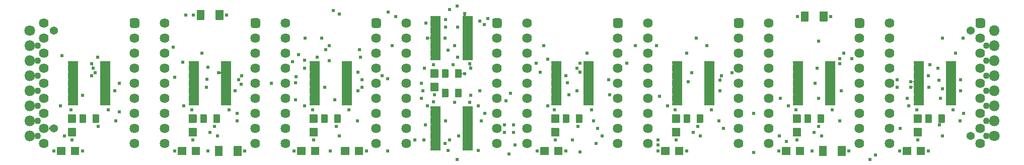
<source format=gbr>
G04 #@! TF.GenerationSoftware,KiCad,Pcbnew,(5.1.8)*
G04 #@! TF.CreationDate,2021-04-29T17:56:12-04:00*
G04 #@! TF.ProjectId,8x16seg,38783136-7365-4672-9e6b-696361645f70,v1.0.0*
G04 #@! TF.SameCoordinates,Original*
G04 #@! TF.FileFunction,Soldermask,Top*
G04 #@! TF.FilePolarity,Negative*
%FSLAX46Y46*%
G04 Gerber Fmt 4.6, Leading zero omitted, Abs format (unit mm)*
G04 Created by KiCad (PCBNEW (5.1.8)) date 2021-04-29 17:56:12*
%MOMM*%
%LPD*%
G01*
G04 APERTURE LIST*
%ADD10O,1.801600X1.801600*%
%ADD11C,1.801600*%
%ADD12C,1.625600*%
%ADD13C,1.101600*%
%ADD14C,0.609600*%
%ADD15C,1.371600*%
%ADD16C,0.100000*%
G04 APERTURE END LIST*
D10*
X228440000Y-92710000D03*
X228440000Y-95250000D03*
X228440000Y-97790000D03*
X228440000Y-100330000D03*
X228440000Y-102870000D03*
X228440000Y-105410000D03*
X228440000Y-107950000D03*
D11*
X228440000Y-110490000D03*
D10*
X66200000Y-110490000D03*
X66200000Y-107950000D03*
X66200000Y-105410000D03*
X66200000Y-102870000D03*
X66200000Y-100330000D03*
X66200000Y-97790000D03*
X66200000Y-95250000D03*
D11*
X66200000Y-92710000D03*
D12*
X68580000Y-91440000D03*
X68580000Y-93980000D03*
X68580000Y-96520000D03*
X68580000Y-99060000D03*
X68580000Y-101600000D03*
X68580000Y-104140000D03*
X68580000Y-106680000D03*
X68580000Y-109220000D03*
X68580000Y-111760000D03*
X83820000Y-111760000D03*
X83820000Y-109220000D03*
X83820000Y-106680000D03*
X83820000Y-104140000D03*
X83820000Y-101600000D03*
X83820000Y-99060000D03*
X83820000Y-96520000D03*
X83820000Y-93980000D03*
G36*
G01*
X84632800Y-91033600D02*
X84632800Y-91846400D01*
G75*
G02*
X84226400Y-92252800I-406400J0D01*
G01*
X83413600Y-92252800D01*
G75*
G02*
X83007200Y-91846400I0J406400D01*
G01*
X83007200Y-91033600D01*
G75*
G02*
X83413600Y-90627200I406400J0D01*
G01*
X84226400Y-90627200D01*
G75*
G02*
X84632800Y-91033600I0J-406400D01*
G01*
G37*
X210820000Y-91440000D03*
X210820000Y-93980000D03*
X210820000Y-96520000D03*
X210820000Y-99060000D03*
X210820000Y-101600000D03*
X210820000Y-104140000D03*
X210820000Y-106680000D03*
X210820000Y-109220000D03*
X210820000Y-111760000D03*
X226060000Y-111760000D03*
X226060000Y-109220000D03*
X226060000Y-106680000D03*
X226060000Y-104140000D03*
X226060000Y-101600000D03*
X226060000Y-99060000D03*
X226060000Y-96520000D03*
X226060000Y-93980000D03*
G36*
G01*
X226872800Y-91033600D02*
X226872800Y-91846400D01*
G75*
G02*
X226466400Y-92252800I-406400J0D01*
G01*
X225653600Y-92252800D01*
G75*
G02*
X225247200Y-91846400I0J406400D01*
G01*
X225247200Y-91033600D01*
G75*
G02*
X225653600Y-90627200I406400J0D01*
G01*
X226466400Y-90627200D01*
G75*
G02*
X226872800Y-91033600I0J-406400D01*
G01*
G37*
X190500000Y-91440000D03*
X190500000Y-93980000D03*
X190500000Y-96520000D03*
X190500000Y-99060000D03*
X190500000Y-101600000D03*
X190500000Y-104140000D03*
X190500000Y-106680000D03*
X190500000Y-109220000D03*
X190500000Y-111760000D03*
X205740000Y-111760000D03*
X205740000Y-109220000D03*
X205740000Y-106680000D03*
X205740000Y-104140000D03*
X205740000Y-101600000D03*
X205740000Y-99060000D03*
X205740000Y-96520000D03*
X205740000Y-93980000D03*
G36*
G01*
X206552800Y-91033600D02*
X206552800Y-91846400D01*
G75*
G02*
X206146400Y-92252800I-406400J0D01*
G01*
X205333600Y-92252800D01*
G75*
G02*
X204927200Y-91846400I0J406400D01*
G01*
X204927200Y-91033600D01*
G75*
G02*
X205333600Y-90627200I406400J0D01*
G01*
X206146400Y-90627200D01*
G75*
G02*
X206552800Y-91033600I0J-406400D01*
G01*
G37*
X170180000Y-91440000D03*
X170180000Y-93980000D03*
X170180000Y-96520000D03*
X170180000Y-99060000D03*
X170180000Y-101600000D03*
X170180000Y-104140000D03*
X170180000Y-106680000D03*
X170180000Y-109220000D03*
X170180000Y-111760000D03*
X185420000Y-111760000D03*
X185420000Y-109220000D03*
X185420000Y-106680000D03*
X185420000Y-104140000D03*
X185420000Y-101600000D03*
X185420000Y-99060000D03*
X185420000Y-96520000D03*
X185420000Y-93980000D03*
G36*
G01*
X186232800Y-91033600D02*
X186232800Y-91846400D01*
G75*
G02*
X185826400Y-92252800I-406400J0D01*
G01*
X185013600Y-92252800D01*
G75*
G02*
X184607200Y-91846400I0J406400D01*
G01*
X184607200Y-91033600D01*
G75*
G02*
X185013600Y-90627200I406400J0D01*
G01*
X185826400Y-90627200D01*
G75*
G02*
X186232800Y-91033600I0J-406400D01*
G01*
G37*
X149860000Y-91440000D03*
X149860000Y-93980000D03*
X149860000Y-96520000D03*
X149860000Y-99060000D03*
X149860000Y-101600000D03*
X149860000Y-104140000D03*
X149860000Y-106680000D03*
X149860000Y-109220000D03*
X149860000Y-111760000D03*
X165100000Y-111760000D03*
X165100000Y-109220000D03*
X165100000Y-106680000D03*
X165100000Y-104140000D03*
X165100000Y-101600000D03*
X165100000Y-99060000D03*
X165100000Y-96520000D03*
X165100000Y-93980000D03*
G36*
G01*
X165912800Y-91033600D02*
X165912800Y-91846400D01*
G75*
G02*
X165506400Y-92252800I-406400J0D01*
G01*
X164693600Y-92252800D01*
G75*
G02*
X164287200Y-91846400I0J406400D01*
G01*
X164287200Y-91033600D01*
G75*
G02*
X164693600Y-90627200I406400J0D01*
G01*
X165506400Y-90627200D01*
G75*
G02*
X165912800Y-91033600I0J-406400D01*
G01*
G37*
X129540000Y-91440000D03*
X129540000Y-93980000D03*
X129540000Y-96520000D03*
X129540000Y-99060000D03*
X129540000Y-101600000D03*
X129540000Y-104140000D03*
X129540000Y-106680000D03*
X129540000Y-109220000D03*
X129540000Y-111760000D03*
X144780000Y-111760000D03*
X144780000Y-109220000D03*
X144780000Y-106680000D03*
X144780000Y-104140000D03*
X144780000Y-101600000D03*
X144780000Y-99060000D03*
X144780000Y-96520000D03*
X144780000Y-93980000D03*
G36*
G01*
X145592800Y-91033600D02*
X145592800Y-91846400D01*
G75*
G02*
X145186400Y-92252800I-406400J0D01*
G01*
X144373600Y-92252800D01*
G75*
G02*
X143967200Y-91846400I0J406400D01*
G01*
X143967200Y-91033600D01*
G75*
G02*
X144373600Y-90627200I406400J0D01*
G01*
X145186400Y-90627200D01*
G75*
G02*
X145592800Y-91033600I0J-406400D01*
G01*
G37*
X109220000Y-91440000D03*
X109220000Y-93980000D03*
X109220000Y-96520000D03*
X109220000Y-99060000D03*
X109220000Y-101600000D03*
X109220000Y-104140000D03*
X109220000Y-106680000D03*
X109220000Y-109220000D03*
X109220000Y-111760000D03*
X124460000Y-111760000D03*
X124460000Y-109220000D03*
X124460000Y-106680000D03*
X124460000Y-104140000D03*
X124460000Y-101600000D03*
X124460000Y-99060000D03*
X124460000Y-96520000D03*
X124460000Y-93980000D03*
G36*
G01*
X125272800Y-91033600D02*
X125272800Y-91846400D01*
G75*
G02*
X124866400Y-92252800I-406400J0D01*
G01*
X124053600Y-92252800D01*
G75*
G02*
X123647200Y-91846400I0J406400D01*
G01*
X123647200Y-91033600D01*
G75*
G02*
X124053600Y-90627200I406400J0D01*
G01*
X124866400Y-90627200D01*
G75*
G02*
X125272800Y-91033600I0J-406400D01*
G01*
G37*
X88900000Y-91440000D03*
X88900000Y-93980000D03*
X88900000Y-96520000D03*
X88900000Y-99060000D03*
X88900000Y-101600000D03*
X88900000Y-104140000D03*
X88900000Y-106680000D03*
X88900000Y-109220000D03*
X88900000Y-111760000D03*
X104140000Y-111760000D03*
X104140000Y-109220000D03*
X104140000Y-106680000D03*
X104140000Y-104140000D03*
X104140000Y-101600000D03*
X104140000Y-99060000D03*
X104140000Y-96520000D03*
X104140000Y-93980000D03*
G36*
G01*
X104952800Y-91033600D02*
X104952800Y-91846400D01*
G75*
G02*
X104546400Y-92252800I-406400J0D01*
G01*
X103733600Y-92252800D01*
G75*
G02*
X103327200Y-91846400I0J406400D01*
G01*
X103327200Y-91033600D01*
G75*
G02*
X103733600Y-90627200I406400J0D01*
G01*
X104546400Y-90627200D01*
G75*
G02*
X104952800Y-91033600I0J-406400D01*
G01*
G37*
D13*
X67564000Y-95250000D03*
X227076000Y-110490000D03*
X227076000Y-107950000D03*
X227076000Y-105410000D03*
X227076000Y-102870000D03*
X227076000Y-100330000D03*
X227076000Y-97790000D03*
X227076000Y-95250000D03*
X67564000Y-110490000D03*
X67564000Y-107950000D03*
X67564000Y-105410000D03*
X67564000Y-102870000D03*
X67564000Y-100330000D03*
X67564000Y-97790000D03*
G36*
G01*
X200218800Y-112230000D02*
X200218800Y-113830000D01*
G75*
G02*
X200168000Y-113880800I-50800J0D01*
G01*
X198968000Y-113880800D01*
G75*
G02*
X198917200Y-113830000I0J50800D01*
G01*
X198917200Y-112230000D01*
G75*
G02*
X198968000Y-112179200I50800J0D01*
G01*
X200168000Y-112179200D01*
G75*
G02*
X200218800Y-112230000I0J-50800D01*
G01*
G37*
G36*
G01*
X203418800Y-112230000D02*
X203418800Y-113830000D01*
G75*
G02*
X203368000Y-113880800I-50800J0D01*
G01*
X202168000Y-113880800D01*
G75*
G02*
X202117200Y-113830000I0J50800D01*
G01*
X202117200Y-112230000D01*
G75*
G02*
X202168000Y-112179200I50800J0D01*
G01*
X203368000Y-112179200D01*
G75*
G02*
X203418800Y-112230000I0J-50800D01*
G01*
G37*
G36*
G01*
X199069200Y-91097000D02*
X199069200Y-89497000D01*
G75*
G02*
X199120000Y-89446200I50800J0D01*
G01*
X200320000Y-89446200D01*
G75*
G02*
X200370800Y-89497000I0J-50800D01*
G01*
X200370800Y-91097000D01*
G75*
G02*
X200320000Y-91147800I-50800J0D01*
G01*
X199120000Y-91147800D01*
G75*
G02*
X199069200Y-91097000I0J50800D01*
G01*
G37*
G36*
G01*
X195869200Y-91097000D02*
X195869200Y-89497000D01*
G75*
G02*
X195920000Y-89446200I50800J0D01*
G01*
X197120000Y-89446200D01*
G75*
G02*
X197170800Y-89497000I0J-50800D01*
G01*
X197170800Y-91097000D01*
G75*
G02*
X197120000Y-91147800I-50800J0D01*
G01*
X195920000Y-91147800D01*
G75*
G02*
X195869200Y-91097000I0J50800D01*
G01*
G37*
G36*
G01*
X216590800Y-104892500D02*
X216590800Y-105292500D01*
G75*
G02*
X216540000Y-105343300I-50800J0D01*
G01*
X214940000Y-105343300D01*
G75*
G02*
X214889200Y-105292500I0J50800D01*
G01*
X214889200Y-104892500D01*
G75*
G02*
X214940000Y-104841700I50800J0D01*
G01*
X216540000Y-104841700D01*
G75*
G02*
X216590800Y-104892500I0J-50800D01*
G01*
G37*
G36*
G01*
X216590800Y-104257500D02*
X216590800Y-104657500D01*
G75*
G02*
X216540000Y-104708300I-50800J0D01*
G01*
X214940000Y-104708300D01*
G75*
G02*
X214889200Y-104657500I0J50800D01*
G01*
X214889200Y-104257500D01*
G75*
G02*
X214940000Y-104206700I50800J0D01*
G01*
X216540000Y-104206700D01*
G75*
G02*
X216590800Y-104257500I0J-50800D01*
G01*
G37*
G36*
G01*
X216590800Y-103622500D02*
X216590800Y-104022500D01*
G75*
G02*
X216540000Y-104073300I-50800J0D01*
G01*
X214940000Y-104073300D01*
G75*
G02*
X214889200Y-104022500I0J50800D01*
G01*
X214889200Y-103622500D01*
G75*
G02*
X214940000Y-103571700I50800J0D01*
G01*
X216540000Y-103571700D01*
G75*
G02*
X216590800Y-103622500I0J-50800D01*
G01*
G37*
G36*
G01*
X216590800Y-102987500D02*
X216590800Y-103387500D01*
G75*
G02*
X216540000Y-103438300I-50800J0D01*
G01*
X214940000Y-103438300D01*
G75*
G02*
X214889200Y-103387500I0J50800D01*
G01*
X214889200Y-102987500D01*
G75*
G02*
X214940000Y-102936700I50800J0D01*
G01*
X216540000Y-102936700D01*
G75*
G02*
X216590800Y-102987500I0J-50800D01*
G01*
G37*
G36*
G01*
X216590800Y-102352500D02*
X216590800Y-102752500D01*
G75*
G02*
X216540000Y-102803300I-50800J0D01*
G01*
X214940000Y-102803300D01*
G75*
G02*
X214889200Y-102752500I0J50800D01*
G01*
X214889200Y-102352500D01*
G75*
G02*
X214940000Y-102301700I50800J0D01*
G01*
X216540000Y-102301700D01*
G75*
G02*
X216590800Y-102352500I0J-50800D01*
G01*
G37*
G36*
G01*
X216590800Y-101717500D02*
X216590800Y-102117500D01*
G75*
G02*
X216540000Y-102168300I-50800J0D01*
G01*
X214940000Y-102168300D01*
G75*
G02*
X214889200Y-102117500I0J50800D01*
G01*
X214889200Y-101717500D01*
G75*
G02*
X214940000Y-101666700I50800J0D01*
G01*
X216540000Y-101666700D01*
G75*
G02*
X216590800Y-101717500I0J-50800D01*
G01*
G37*
G36*
G01*
X216590800Y-101082500D02*
X216590800Y-101482500D01*
G75*
G02*
X216540000Y-101533300I-50800J0D01*
G01*
X214940000Y-101533300D01*
G75*
G02*
X214889200Y-101482500I0J50800D01*
G01*
X214889200Y-101082500D01*
G75*
G02*
X214940000Y-101031700I50800J0D01*
G01*
X216540000Y-101031700D01*
G75*
G02*
X216590800Y-101082500I0J-50800D01*
G01*
G37*
G36*
G01*
X216590800Y-100447500D02*
X216590800Y-100847500D01*
G75*
G02*
X216540000Y-100898300I-50800J0D01*
G01*
X214940000Y-100898300D01*
G75*
G02*
X214889200Y-100847500I0J50800D01*
G01*
X214889200Y-100447500D01*
G75*
G02*
X214940000Y-100396700I50800J0D01*
G01*
X216540000Y-100396700D01*
G75*
G02*
X216590800Y-100447500I0J-50800D01*
G01*
G37*
G36*
G01*
X216590800Y-99812500D02*
X216590800Y-100212500D01*
G75*
G02*
X216540000Y-100263300I-50800J0D01*
G01*
X214940000Y-100263300D01*
G75*
G02*
X214889200Y-100212500I0J50800D01*
G01*
X214889200Y-99812500D01*
G75*
G02*
X214940000Y-99761700I50800J0D01*
G01*
X216540000Y-99761700D01*
G75*
G02*
X216590800Y-99812500I0J-50800D01*
G01*
G37*
G36*
G01*
X216590800Y-99177500D02*
X216590800Y-99577500D01*
G75*
G02*
X216540000Y-99628300I-50800J0D01*
G01*
X214940000Y-99628300D01*
G75*
G02*
X214889200Y-99577500I0J50800D01*
G01*
X214889200Y-99177500D01*
G75*
G02*
X214940000Y-99126700I50800J0D01*
G01*
X216540000Y-99126700D01*
G75*
G02*
X216590800Y-99177500I0J-50800D01*
G01*
G37*
G36*
G01*
X216590800Y-98542500D02*
X216590800Y-98942500D01*
G75*
G02*
X216540000Y-98993300I-50800J0D01*
G01*
X214940000Y-98993300D01*
G75*
G02*
X214889200Y-98942500I0J50800D01*
G01*
X214889200Y-98542500D01*
G75*
G02*
X214940000Y-98491700I50800J0D01*
G01*
X216540000Y-98491700D01*
G75*
G02*
X216590800Y-98542500I0J-50800D01*
G01*
G37*
G36*
G01*
X216590800Y-97907500D02*
X216590800Y-98307500D01*
G75*
G02*
X216540000Y-98358300I-50800J0D01*
G01*
X214940000Y-98358300D01*
G75*
G02*
X214889200Y-98307500I0J50800D01*
G01*
X214889200Y-97907500D01*
G75*
G02*
X214940000Y-97856700I50800J0D01*
G01*
X216540000Y-97856700D01*
G75*
G02*
X216590800Y-97907500I0J-50800D01*
G01*
G37*
G36*
G01*
X221990800Y-97907500D02*
X221990800Y-98307500D01*
G75*
G02*
X221940000Y-98358300I-50800J0D01*
G01*
X220340000Y-98358300D01*
G75*
G02*
X220289200Y-98307500I0J50800D01*
G01*
X220289200Y-97907500D01*
G75*
G02*
X220340000Y-97856700I50800J0D01*
G01*
X221940000Y-97856700D01*
G75*
G02*
X221990800Y-97907500I0J-50800D01*
G01*
G37*
G36*
G01*
X221990800Y-98542500D02*
X221990800Y-98942500D01*
G75*
G02*
X221940000Y-98993300I-50800J0D01*
G01*
X220340000Y-98993300D01*
G75*
G02*
X220289200Y-98942500I0J50800D01*
G01*
X220289200Y-98542500D01*
G75*
G02*
X220340000Y-98491700I50800J0D01*
G01*
X221940000Y-98491700D01*
G75*
G02*
X221990800Y-98542500I0J-50800D01*
G01*
G37*
G36*
G01*
X221990800Y-99177500D02*
X221990800Y-99577500D01*
G75*
G02*
X221940000Y-99628300I-50800J0D01*
G01*
X220340000Y-99628300D01*
G75*
G02*
X220289200Y-99577500I0J50800D01*
G01*
X220289200Y-99177500D01*
G75*
G02*
X220340000Y-99126700I50800J0D01*
G01*
X221940000Y-99126700D01*
G75*
G02*
X221990800Y-99177500I0J-50800D01*
G01*
G37*
G36*
G01*
X221990800Y-99812500D02*
X221990800Y-100212500D01*
G75*
G02*
X221940000Y-100263300I-50800J0D01*
G01*
X220340000Y-100263300D01*
G75*
G02*
X220289200Y-100212500I0J50800D01*
G01*
X220289200Y-99812500D01*
G75*
G02*
X220340000Y-99761700I50800J0D01*
G01*
X221940000Y-99761700D01*
G75*
G02*
X221990800Y-99812500I0J-50800D01*
G01*
G37*
G36*
G01*
X221990800Y-100447500D02*
X221990800Y-100847500D01*
G75*
G02*
X221940000Y-100898300I-50800J0D01*
G01*
X220340000Y-100898300D01*
G75*
G02*
X220289200Y-100847500I0J50800D01*
G01*
X220289200Y-100447500D01*
G75*
G02*
X220340000Y-100396700I50800J0D01*
G01*
X221940000Y-100396700D01*
G75*
G02*
X221990800Y-100447500I0J-50800D01*
G01*
G37*
G36*
G01*
X221990800Y-101082500D02*
X221990800Y-101482500D01*
G75*
G02*
X221940000Y-101533300I-50800J0D01*
G01*
X220340000Y-101533300D01*
G75*
G02*
X220289200Y-101482500I0J50800D01*
G01*
X220289200Y-101082500D01*
G75*
G02*
X220340000Y-101031700I50800J0D01*
G01*
X221940000Y-101031700D01*
G75*
G02*
X221990800Y-101082500I0J-50800D01*
G01*
G37*
G36*
G01*
X221990800Y-101717500D02*
X221990800Y-102117500D01*
G75*
G02*
X221940000Y-102168300I-50800J0D01*
G01*
X220340000Y-102168300D01*
G75*
G02*
X220289200Y-102117500I0J50800D01*
G01*
X220289200Y-101717500D01*
G75*
G02*
X220340000Y-101666700I50800J0D01*
G01*
X221940000Y-101666700D01*
G75*
G02*
X221990800Y-101717500I0J-50800D01*
G01*
G37*
G36*
G01*
X221990800Y-102352500D02*
X221990800Y-102752500D01*
G75*
G02*
X221940000Y-102803300I-50800J0D01*
G01*
X220340000Y-102803300D01*
G75*
G02*
X220289200Y-102752500I0J50800D01*
G01*
X220289200Y-102352500D01*
G75*
G02*
X220340000Y-102301700I50800J0D01*
G01*
X221940000Y-102301700D01*
G75*
G02*
X221990800Y-102352500I0J-50800D01*
G01*
G37*
G36*
G01*
X221990800Y-102987500D02*
X221990800Y-103387500D01*
G75*
G02*
X221940000Y-103438300I-50800J0D01*
G01*
X220340000Y-103438300D01*
G75*
G02*
X220289200Y-103387500I0J50800D01*
G01*
X220289200Y-102987500D01*
G75*
G02*
X220340000Y-102936700I50800J0D01*
G01*
X221940000Y-102936700D01*
G75*
G02*
X221990800Y-102987500I0J-50800D01*
G01*
G37*
G36*
G01*
X221990800Y-103622500D02*
X221990800Y-104022500D01*
G75*
G02*
X221940000Y-104073300I-50800J0D01*
G01*
X220340000Y-104073300D01*
G75*
G02*
X220289200Y-104022500I0J50800D01*
G01*
X220289200Y-103622500D01*
G75*
G02*
X220340000Y-103571700I50800J0D01*
G01*
X221940000Y-103571700D01*
G75*
G02*
X221990800Y-103622500I0J-50800D01*
G01*
G37*
G36*
G01*
X221990800Y-104257500D02*
X221990800Y-104657500D01*
G75*
G02*
X221940000Y-104708300I-50800J0D01*
G01*
X220340000Y-104708300D01*
G75*
G02*
X220289200Y-104657500I0J50800D01*
G01*
X220289200Y-104257500D01*
G75*
G02*
X220340000Y-104206700I50800J0D01*
G01*
X221940000Y-104206700D01*
G75*
G02*
X221990800Y-104257500I0J-50800D01*
G01*
G37*
G36*
G01*
X221990800Y-104892500D02*
X221990800Y-105292500D01*
G75*
G02*
X221940000Y-105343300I-50800J0D01*
G01*
X220340000Y-105343300D01*
G75*
G02*
X220289200Y-105292500I0J50800D01*
G01*
X220289200Y-104892500D01*
G75*
G02*
X220340000Y-104841700I50800J0D01*
G01*
X221940000Y-104841700D01*
G75*
G02*
X221990800Y-104892500I0J-50800D01*
G01*
G37*
G36*
G01*
X196270800Y-104892500D02*
X196270800Y-105292500D01*
G75*
G02*
X196220000Y-105343300I-50800J0D01*
G01*
X194620000Y-105343300D01*
G75*
G02*
X194569200Y-105292500I0J50800D01*
G01*
X194569200Y-104892500D01*
G75*
G02*
X194620000Y-104841700I50800J0D01*
G01*
X196220000Y-104841700D01*
G75*
G02*
X196270800Y-104892500I0J-50800D01*
G01*
G37*
G36*
G01*
X196270800Y-104257500D02*
X196270800Y-104657500D01*
G75*
G02*
X196220000Y-104708300I-50800J0D01*
G01*
X194620000Y-104708300D01*
G75*
G02*
X194569200Y-104657500I0J50800D01*
G01*
X194569200Y-104257500D01*
G75*
G02*
X194620000Y-104206700I50800J0D01*
G01*
X196220000Y-104206700D01*
G75*
G02*
X196270800Y-104257500I0J-50800D01*
G01*
G37*
G36*
G01*
X196270800Y-103622500D02*
X196270800Y-104022500D01*
G75*
G02*
X196220000Y-104073300I-50800J0D01*
G01*
X194620000Y-104073300D01*
G75*
G02*
X194569200Y-104022500I0J50800D01*
G01*
X194569200Y-103622500D01*
G75*
G02*
X194620000Y-103571700I50800J0D01*
G01*
X196220000Y-103571700D01*
G75*
G02*
X196270800Y-103622500I0J-50800D01*
G01*
G37*
G36*
G01*
X196270800Y-102987500D02*
X196270800Y-103387500D01*
G75*
G02*
X196220000Y-103438300I-50800J0D01*
G01*
X194620000Y-103438300D01*
G75*
G02*
X194569200Y-103387500I0J50800D01*
G01*
X194569200Y-102987500D01*
G75*
G02*
X194620000Y-102936700I50800J0D01*
G01*
X196220000Y-102936700D01*
G75*
G02*
X196270800Y-102987500I0J-50800D01*
G01*
G37*
G36*
G01*
X196270800Y-102352500D02*
X196270800Y-102752500D01*
G75*
G02*
X196220000Y-102803300I-50800J0D01*
G01*
X194620000Y-102803300D01*
G75*
G02*
X194569200Y-102752500I0J50800D01*
G01*
X194569200Y-102352500D01*
G75*
G02*
X194620000Y-102301700I50800J0D01*
G01*
X196220000Y-102301700D01*
G75*
G02*
X196270800Y-102352500I0J-50800D01*
G01*
G37*
G36*
G01*
X196270800Y-101717500D02*
X196270800Y-102117500D01*
G75*
G02*
X196220000Y-102168300I-50800J0D01*
G01*
X194620000Y-102168300D01*
G75*
G02*
X194569200Y-102117500I0J50800D01*
G01*
X194569200Y-101717500D01*
G75*
G02*
X194620000Y-101666700I50800J0D01*
G01*
X196220000Y-101666700D01*
G75*
G02*
X196270800Y-101717500I0J-50800D01*
G01*
G37*
G36*
G01*
X196270800Y-101082500D02*
X196270800Y-101482500D01*
G75*
G02*
X196220000Y-101533300I-50800J0D01*
G01*
X194620000Y-101533300D01*
G75*
G02*
X194569200Y-101482500I0J50800D01*
G01*
X194569200Y-101082500D01*
G75*
G02*
X194620000Y-101031700I50800J0D01*
G01*
X196220000Y-101031700D01*
G75*
G02*
X196270800Y-101082500I0J-50800D01*
G01*
G37*
G36*
G01*
X196270800Y-100447500D02*
X196270800Y-100847500D01*
G75*
G02*
X196220000Y-100898300I-50800J0D01*
G01*
X194620000Y-100898300D01*
G75*
G02*
X194569200Y-100847500I0J50800D01*
G01*
X194569200Y-100447500D01*
G75*
G02*
X194620000Y-100396700I50800J0D01*
G01*
X196220000Y-100396700D01*
G75*
G02*
X196270800Y-100447500I0J-50800D01*
G01*
G37*
G36*
G01*
X196270800Y-99812500D02*
X196270800Y-100212500D01*
G75*
G02*
X196220000Y-100263300I-50800J0D01*
G01*
X194620000Y-100263300D01*
G75*
G02*
X194569200Y-100212500I0J50800D01*
G01*
X194569200Y-99812500D01*
G75*
G02*
X194620000Y-99761700I50800J0D01*
G01*
X196220000Y-99761700D01*
G75*
G02*
X196270800Y-99812500I0J-50800D01*
G01*
G37*
G36*
G01*
X196270800Y-99177500D02*
X196270800Y-99577500D01*
G75*
G02*
X196220000Y-99628300I-50800J0D01*
G01*
X194620000Y-99628300D01*
G75*
G02*
X194569200Y-99577500I0J50800D01*
G01*
X194569200Y-99177500D01*
G75*
G02*
X194620000Y-99126700I50800J0D01*
G01*
X196220000Y-99126700D01*
G75*
G02*
X196270800Y-99177500I0J-50800D01*
G01*
G37*
G36*
G01*
X196270800Y-98542500D02*
X196270800Y-98942500D01*
G75*
G02*
X196220000Y-98993300I-50800J0D01*
G01*
X194620000Y-98993300D01*
G75*
G02*
X194569200Y-98942500I0J50800D01*
G01*
X194569200Y-98542500D01*
G75*
G02*
X194620000Y-98491700I50800J0D01*
G01*
X196220000Y-98491700D01*
G75*
G02*
X196270800Y-98542500I0J-50800D01*
G01*
G37*
G36*
G01*
X196270800Y-97907500D02*
X196270800Y-98307500D01*
G75*
G02*
X196220000Y-98358300I-50800J0D01*
G01*
X194620000Y-98358300D01*
G75*
G02*
X194569200Y-98307500I0J50800D01*
G01*
X194569200Y-97907500D01*
G75*
G02*
X194620000Y-97856700I50800J0D01*
G01*
X196220000Y-97856700D01*
G75*
G02*
X196270800Y-97907500I0J-50800D01*
G01*
G37*
G36*
G01*
X201670800Y-97907500D02*
X201670800Y-98307500D01*
G75*
G02*
X201620000Y-98358300I-50800J0D01*
G01*
X200020000Y-98358300D01*
G75*
G02*
X199969200Y-98307500I0J50800D01*
G01*
X199969200Y-97907500D01*
G75*
G02*
X200020000Y-97856700I50800J0D01*
G01*
X201620000Y-97856700D01*
G75*
G02*
X201670800Y-97907500I0J-50800D01*
G01*
G37*
G36*
G01*
X201670800Y-98542500D02*
X201670800Y-98942500D01*
G75*
G02*
X201620000Y-98993300I-50800J0D01*
G01*
X200020000Y-98993300D01*
G75*
G02*
X199969200Y-98942500I0J50800D01*
G01*
X199969200Y-98542500D01*
G75*
G02*
X200020000Y-98491700I50800J0D01*
G01*
X201620000Y-98491700D01*
G75*
G02*
X201670800Y-98542500I0J-50800D01*
G01*
G37*
G36*
G01*
X201670800Y-99177500D02*
X201670800Y-99577500D01*
G75*
G02*
X201620000Y-99628300I-50800J0D01*
G01*
X200020000Y-99628300D01*
G75*
G02*
X199969200Y-99577500I0J50800D01*
G01*
X199969200Y-99177500D01*
G75*
G02*
X200020000Y-99126700I50800J0D01*
G01*
X201620000Y-99126700D01*
G75*
G02*
X201670800Y-99177500I0J-50800D01*
G01*
G37*
G36*
G01*
X201670800Y-99812500D02*
X201670800Y-100212500D01*
G75*
G02*
X201620000Y-100263300I-50800J0D01*
G01*
X200020000Y-100263300D01*
G75*
G02*
X199969200Y-100212500I0J50800D01*
G01*
X199969200Y-99812500D01*
G75*
G02*
X200020000Y-99761700I50800J0D01*
G01*
X201620000Y-99761700D01*
G75*
G02*
X201670800Y-99812500I0J-50800D01*
G01*
G37*
G36*
G01*
X201670800Y-100447500D02*
X201670800Y-100847500D01*
G75*
G02*
X201620000Y-100898300I-50800J0D01*
G01*
X200020000Y-100898300D01*
G75*
G02*
X199969200Y-100847500I0J50800D01*
G01*
X199969200Y-100447500D01*
G75*
G02*
X200020000Y-100396700I50800J0D01*
G01*
X201620000Y-100396700D01*
G75*
G02*
X201670800Y-100447500I0J-50800D01*
G01*
G37*
G36*
G01*
X201670800Y-101082500D02*
X201670800Y-101482500D01*
G75*
G02*
X201620000Y-101533300I-50800J0D01*
G01*
X200020000Y-101533300D01*
G75*
G02*
X199969200Y-101482500I0J50800D01*
G01*
X199969200Y-101082500D01*
G75*
G02*
X200020000Y-101031700I50800J0D01*
G01*
X201620000Y-101031700D01*
G75*
G02*
X201670800Y-101082500I0J-50800D01*
G01*
G37*
G36*
G01*
X201670800Y-101717500D02*
X201670800Y-102117500D01*
G75*
G02*
X201620000Y-102168300I-50800J0D01*
G01*
X200020000Y-102168300D01*
G75*
G02*
X199969200Y-102117500I0J50800D01*
G01*
X199969200Y-101717500D01*
G75*
G02*
X200020000Y-101666700I50800J0D01*
G01*
X201620000Y-101666700D01*
G75*
G02*
X201670800Y-101717500I0J-50800D01*
G01*
G37*
G36*
G01*
X201670800Y-102352500D02*
X201670800Y-102752500D01*
G75*
G02*
X201620000Y-102803300I-50800J0D01*
G01*
X200020000Y-102803300D01*
G75*
G02*
X199969200Y-102752500I0J50800D01*
G01*
X199969200Y-102352500D01*
G75*
G02*
X200020000Y-102301700I50800J0D01*
G01*
X201620000Y-102301700D01*
G75*
G02*
X201670800Y-102352500I0J-50800D01*
G01*
G37*
G36*
G01*
X201670800Y-102987500D02*
X201670800Y-103387500D01*
G75*
G02*
X201620000Y-103438300I-50800J0D01*
G01*
X200020000Y-103438300D01*
G75*
G02*
X199969200Y-103387500I0J50800D01*
G01*
X199969200Y-102987500D01*
G75*
G02*
X200020000Y-102936700I50800J0D01*
G01*
X201620000Y-102936700D01*
G75*
G02*
X201670800Y-102987500I0J-50800D01*
G01*
G37*
G36*
G01*
X201670800Y-103622500D02*
X201670800Y-104022500D01*
G75*
G02*
X201620000Y-104073300I-50800J0D01*
G01*
X200020000Y-104073300D01*
G75*
G02*
X199969200Y-104022500I0J50800D01*
G01*
X199969200Y-103622500D01*
G75*
G02*
X200020000Y-103571700I50800J0D01*
G01*
X201620000Y-103571700D01*
G75*
G02*
X201670800Y-103622500I0J-50800D01*
G01*
G37*
G36*
G01*
X201670800Y-104257500D02*
X201670800Y-104657500D01*
G75*
G02*
X201620000Y-104708300I-50800J0D01*
G01*
X200020000Y-104708300D01*
G75*
G02*
X199969200Y-104657500I0J50800D01*
G01*
X199969200Y-104257500D01*
G75*
G02*
X200020000Y-104206700I50800J0D01*
G01*
X201620000Y-104206700D01*
G75*
G02*
X201670800Y-104257500I0J-50800D01*
G01*
G37*
G36*
G01*
X201670800Y-104892500D02*
X201670800Y-105292500D01*
G75*
G02*
X201620000Y-105343300I-50800J0D01*
G01*
X200020000Y-105343300D01*
G75*
G02*
X199969200Y-105292500I0J50800D01*
G01*
X199969200Y-104892500D01*
G75*
G02*
X200020000Y-104841700I50800J0D01*
G01*
X201620000Y-104841700D01*
G75*
G02*
X201670800Y-104892500I0J-50800D01*
G01*
G37*
G36*
G01*
X175950800Y-104892500D02*
X175950800Y-105292500D01*
G75*
G02*
X175900000Y-105343300I-50800J0D01*
G01*
X174300000Y-105343300D01*
G75*
G02*
X174249200Y-105292500I0J50800D01*
G01*
X174249200Y-104892500D01*
G75*
G02*
X174300000Y-104841700I50800J0D01*
G01*
X175900000Y-104841700D01*
G75*
G02*
X175950800Y-104892500I0J-50800D01*
G01*
G37*
G36*
G01*
X175950800Y-104257500D02*
X175950800Y-104657500D01*
G75*
G02*
X175900000Y-104708300I-50800J0D01*
G01*
X174300000Y-104708300D01*
G75*
G02*
X174249200Y-104657500I0J50800D01*
G01*
X174249200Y-104257500D01*
G75*
G02*
X174300000Y-104206700I50800J0D01*
G01*
X175900000Y-104206700D01*
G75*
G02*
X175950800Y-104257500I0J-50800D01*
G01*
G37*
G36*
G01*
X175950800Y-103622500D02*
X175950800Y-104022500D01*
G75*
G02*
X175900000Y-104073300I-50800J0D01*
G01*
X174300000Y-104073300D01*
G75*
G02*
X174249200Y-104022500I0J50800D01*
G01*
X174249200Y-103622500D01*
G75*
G02*
X174300000Y-103571700I50800J0D01*
G01*
X175900000Y-103571700D01*
G75*
G02*
X175950800Y-103622500I0J-50800D01*
G01*
G37*
G36*
G01*
X175950800Y-102987500D02*
X175950800Y-103387500D01*
G75*
G02*
X175900000Y-103438300I-50800J0D01*
G01*
X174300000Y-103438300D01*
G75*
G02*
X174249200Y-103387500I0J50800D01*
G01*
X174249200Y-102987500D01*
G75*
G02*
X174300000Y-102936700I50800J0D01*
G01*
X175900000Y-102936700D01*
G75*
G02*
X175950800Y-102987500I0J-50800D01*
G01*
G37*
G36*
G01*
X175950800Y-102352500D02*
X175950800Y-102752500D01*
G75*
G02*
X175900000Y-102803300I-50800J0D01*
G01*
X174300000Y-102803300D01*
G75*
G02*
X174249200Y-102752500I0J50800D01*
G01*
X174249200Y-102352500D01*
G75*
G02*
X174300000Y-102301700I50800J0D01*
G01*
X175900000Y-102301700D01*
G75*
G02*
X175950800Y-102352500I0J-50800D01*
G01*
G37*
G36*
G01*
X175950800Y-101717500D02*
X175950800Y-102117500D01*
G75*
G02*
X175900000Y-102168300I-50800J0D01*
G01*
X174300000Y-102168300D01*
G75*
G02*
X174249200Y-102117500I0J50800D01*
G01*
X174249200Y-101717500D01*
G75*
G02*
X174300000Y-101666700I50800J0D01*
G01*
X175900000Y-101666700D01*
G75*
G02*
X175950800Y-101717500I0J-50800D01*
G01*
G37*
G36*
G01*
X175950800Y-101082500D02*
X175950800Y-101482500D01*
G75*
G02*
X175900000Y-101533300I-50800J0D01*
G01*
X174300000Y-101533300D01*
G75*
G02*
X174249200Y-101482500I0J50800D01*
G01*
X174249200Y-101082500D01*
G75*
G02*
X174300000Y-101031700I50800J0D01*
G01*
X175900000Y-101031700D01*
G75*
G02*
X175950800Y-101082500I0J-50800D01*
G01*
G37*
G36*
G01*
X175950800Y-100447500D02*
X175950800Y-100847500D01*
G75*
G02*
X175900000Y-100898300I-50800J0D01*
G01*
X174300000Y-100898300D01*
G75*
G02*
X174249200Y-100847500I0J50800D01*
G01*
X174249200Y-100447500D01*
G75*
G02*
X174300000Y-100396700I50800J0D01*
G01*
X175900000Y-100396700D01*
G75*
G02*
X175950800Y-100447500I0J-50800D01*
G01*
G37*
G36*
G01*
X175950800Y-99812500D02*
X175950800Y-100212500D01*
G75*
G02*
X175900000Y-100263300I-50800J0D01*
G01*
X174300000Y-100263300D01*
G75*
G02*
X174249200Y-100212500I0J50800D01*
G01*
X174249200Y-99812500D01*
G75*
G02*
X174300000Y-99761700I50800J0D01*
G01*
X175900000Y-99761700D01*
G75*
G02*
X175950800Y-99812500I0J-50800D01*
G01*
G37*
G36*
G01*
X175950800Y-99177500D02*
X175950800Y-99577500D01*
G75*
G02*
X175900000Y-99628300I-50800J0D01*
G01*
X174300000Y-99628300D01*
G75*
G02*
X174249200Y-99577500I0J50800D01*
G01*
X174249200Y-99177500D01*
G75*
G02*
X174300000Y-99126700I50800J0D01*
G01*
X175900000Y-99126700D01*
G75*
G02*
X175950800Y-99177500I0J-50800D01*
G01*
G37*
G36*
G01*
X175950800Y-98542500D02*
X175950800Y-98942500D01*
G75*
G02*
X175900000Y-98993300I-50800J0D01*
G01*
X174300000Y-98993300D01*
G75*
G02*
X174249200Y-98942500I0J50800D01*
G01*
X174249200Y-98542500D01*
G75*
G02*
X174300000Y-98491700I50800J0D01*
G01*
X175900000Y-98491700D01*
G75*
G02*
X175950800Y-98542500I0J-50800D01*
G01*
G37*
G36*
G01*
X175950800Y-97907500D02*
X175950800Y-98307500D01*
G75*
G02*
X175900000Y-98358300I-50800J0D01*
G01*
X174300000Y-98358300D01*
G75*
G02*
X174249200Y-98307500I0J50800D01*
G01*
X174249200Y-97907500D01*
G75*
G02*
X174300000Y-97856700I50800J0D01*
G01*
X175900000Y-97856700D01*
G75*
G02*
X175950800Y-97907500I0J-50800D01*
G01*
G37*
G36*
G01*
X181350800Y-97907500D02*
X181350800Y-98307500D01*
G75*
G02*
X181300000Y-98358300I-50800J0D01*
G01*
X179700000Y-98358300D01*
G75*
G02*
X179649200Y-98307500I0J50800D01*
G01*
X179649200Y-97907500D01*
G75*
G02*
X179700000Y-97856700I50800J0D01*
G01*
X181300000Y-97856700D01*
G75*
G02*
X181350800Y-97907500I0J-50800D01*
G01*
G37*
G36*
G01*
X181350800Y-98542500D02*
X181350800Y-98942500D01*
G75*
G02*
X181300000Y-98993300I-50800J0D01*
G01*
X179700000Y-98993300D01*
G75*
G02*
X179649200Y-98942500I0J50800D01*
G01*
X179649200Y-98542500D01*
G75*
G02*
X179700000Y-98491700I50800J0D01*
G01*
X181300000Y-98491700D01*
G75*
G02*
X181350800Y-98542500I0J-50800D01*
G01*
G37*
G36*
G01*
X181350800Y-99177500D02*
X181350800Y-99577500D01*
G75*
G02*
X181300000Y-99628300I-50800J0D01*
G01*
X179700000Y-99628300D01*
G75*
G02*
X179649200Y-99577500I0J50800D01*
G01*
X179649200Y-99177500D01*
G75*
G02*
X179700000Y-99126700I50800J0D01*
G01*
X181300000Y-99126700D01*
G75*
G02*
X181350800Y-99177500I0J-50800D01*
G01*
G37*
G36*
G01*
X181350800Y-99812500D02*
X181350800Y-100212500D01*
G75*
G02*
X181300000Y-100263300I-50800J0D01*
G01*
X179700000Y-100263300D01*
G75*
G02*
X179649200Y-100212500I0J50800D01*
G01*
X179649200Y-99812500D01*
G75*
G02*
X179700000Y-99761700I50800J0D01*
G01*
X181300000Y-99761700D01*
G75*
G02*
X181350800Y-99812500I0J-50800D01*
G01*
G37*
G36*
G01*
X181350800Y-100447500D02*
X181350800Y-100847500D01*
G75*
G02*
X181300000Y-100898300I-50800J0D01*
G01*
X179700000Y-100898300D01*
G75*
G02*
X179649200Y-100847500I0J50800D01*
G01*
X179649200Y-100447500D01*
G75*
G02*
X179700000Y-100396700I50800J0D01*
G01*
X181300000Y-100396700D01*
G75*
G02*
X181350800Y-100447500I0J-50800D01*
G01*
G37*
G36*
G01*
X181350800Y-101082500D02*
X181350800Y-101482500D01*
G75*
G02*
X181300000Y-101533300I-50800J0D01*
G01*
X179700000Y-101533300D01*
G75*
G02*
X179649200Y-101482500I0J50800D01*
G01*
X179649200Y-101082500D01*
G75*
G02*
X179700000Y-101031700I50800J0D01*
G01*
X181300000Y-101031700D01*
G75*
G02*
X181350800Y-101082500I0J-50800D01*
G01*
G37*
G36*
G01*
X181350800Y-101717500D02*
X181350800Y-102117500D01*
G75*
G02*
X181300000Y-102168300I-50800J0D01*
G01*
X179700000Y-102168300D01*
G75*
G02*
X179649200Y-102117500I0J50800D01*
G01*
X179649200Y-101717500D01*
G75*
G02*
X179700000Y-101666700I50800J0D01*
G01*
X181300000Y-101666700D01*
G75*
G02*
X181350800Y-101717500I0J-50800D01*
G01*
G37*
G36*
G01*
X181350800Y-102352500D02*
X181350800Y-102752500D01*
G75*
G02*
X181300000Y-102803300I-50800J0D01*
G01*
X179700000Y-102803300D01*
G75*
G02*
X179649200Y-102752500I0J50800D01*
G01*
X179649200Y-102352500D01*
G75*
G02*
X179700000Y-102301700I50800J0D01*
G01*
X181300000Y-102301700D01*
G75*
G02*
X181350800Y-102352500I0J-50800D01*
G01*
G37*
G36*
G01*
X181350800Y-102987500D02*
X181350800Y-103387500D01*
G75*
G02*
X181300000Y-103438300I-50800J0D01*
G01*
X179700000Y-103438300D01*
G75*
G02*
X179649200Y-103387500I0J50800D01*
G01*
X179649200Y-102987500D01*
G75*
G02*
X179700000Y-102936700I50800J0D01*
G01*
X181300000Y-102936700D01*
G75*
G02*
X181350800Y-102987500I0J-50800D01*
G01*
G37*
G36*
G01*
X181350800Y-103622500D02*
X181350800Y-104022500D01*
G75*
G02*
X181300000Y-104073300I-50800J0D01*
G01*
X179700000Y-104073300D01*
G75*
G02*
X179649200Y-104022500I0J50800D01*
G01*
X179649200Y-103622500D01*
G75*
G02*
X179700000Y-103571700I50800J0D01*
G01*
X181300000Y-103571700D01*
G75*
G02*
X181350800Y-103622500I0J-50800D01*
G01*
G37*
G36*
G01*
X181350800Y-104257500D02*
X181350800Y-104657500D01*
G75*
G02*
X181300000Y-104708300I-50800J0D01*
G01*
X179700000Y-104708300D01*
G75*
G02*
X179649200Y-104657500I0J50800D01*
G01*
X179649200Y-104257500D01*
G75*
G02*
X179700000Y-104206700I50800J0D01*
G01*
X181300000Y-104206700D01*
G75*
G02*
X181350800Y-104257500I0J-50800D01*
G01*
G37*
G36*
G01*
X181350800Y-104892500D02*
X181350800Y-105292500D01*
G75*
G02*
X181300000Y-105343300I-50800J0D01*
G01*
X179700000Y-105343300D01*
G75*
G02*
X179649200Y-105292500I0J50800D01*
G01*
X179649200Y-104892500D01*
G75*
G02*
X179700000Y-104841700I50800J0D01*
G01*
X181300000Y-104841700D01*
G75*
G02*
X181350800Y-104892500I0J-50800D01*
G01*
G37*
G36*
G01*
X155630800Y-104892500D02*
X155630800Y-105292500D01*
G75*
G02*
X155580000Y-105343300I-50800J0D01*
G01*
X153980000Y-105343300D01*
G75*
G02*
X153929200Y-105292500I0J50800D01*
G01*
X153929200Y-104892500D01*
G75*
G02*
X153980000Y-104841700I50800J0D01*
G01*
X155580000Y-104841700D01*
G75*
G02*
X155630800Y-104892500I0J-50800D01*
G01*
G37*
G36*
G01*
X155630800Y-104257500D02*
X155630800Y-104657500D01*
G75*
G02*
X155580000Y-104708300I-50800J0D01*
G01*
X153980000Y-104708300D01*
G75*
G02*
X153929200Y-104657500I0J50800D01*
G01*
X153929200Y-104257500D01*
G75*
G02*
X153980000Y-104206700I50800J0D01*
G01*
X155580000Y-104206700D01*
G75*
G02*
X155630800Y-104257500I0J-50800D01*
G01*
G37*
G36*
G01*
X155630800Y-103622500D02*
X155630800Y-104022500D01*
G75*
G02*
X155580000Y-104073300I-50800J0D01*
G01*
X153980000Y-104073300D01*
G75*
G02*
X153929200Y-104022500I0J50800D01*
G01*
X153929200Y-103622500D01*
G75*
G02*
X153980000Y-103571700I50800J0D01*
G01*
X155580000Y-103571700D01*
G75*
G02*
X155630800Y-103622500I0J-50800D01*
G01*
G37*
G36*
G01*
X155630800Y-102987500D02*
X155630800Y-103387500D01*
G75*
G02*
X155580000Y-103438300I-50800J0D01*
G01*
X153980000Y-103438300D01*
G75*
G02*
X153929200Y-103387500I0J50800D01*
G01*
X153929200Y-102987500D01*
G75*
G02*
X153980000Y-102936700I50800J0D01*
G01*
X155580000Y-102936700D01*
G75*
G02*
X155630800Y-102987500I0J-50800D01*
G01*
G37*
G36*
G01*
X155630800Y-102352500D02*
X155630800Y-102752500D01*
G75*
G02*
X155580000Y-102803300I-50800J0D01*
G01*
X153980000Y-102803300D01*
G75*
G02*
X153929200Y-102752500I0J50800D01*
G01*
X153929200Y-102352500D01*
G75*
G02*
X153980000Y-102301700I50800J0D01*
G01*
X155580000Y-102301700D01*
G75*
G02*
X155630800Y-102352500I0J-50800D01*
G01*
G37*
G36*
G01*
X155630800Y-101717500D02*
X155630800Y-102117500D01*
G75*
G02*
X155580000Y-102168300I-50800J0D01*
G01*
X153980000Y-102168300D01*
G75*
G02*
X153929200Y-102117500I0J50800D01*
G01*
X153929200Y-101717500D01*
G75*
G02*
X153980000Y-101666700I50800J0D01*
G01*
X155580000Y-101666700D01*
G75*
G02*
X155630800Y-101717500I0J-50800D01*
G01*
G37*
G36*
G01*
X155630800Y-101082500D02*
X155630800Y-101482500D01*
G75*
G02*
X155580000Y-101533300I-50800J0D01*
G01*
X153980000Y-101533300D01*
G75*
G02*
X153929200Y-101482500I0J50800D01*
G01*
X153929200Y-101082500D01*
G75*
G02*
X153980000Y-101031700I50800J0D01*
G01*
X155580000Y-101031700D01*
G75*
G02*
X155630800Y-101082500I0J-50800D01*
G01*
G37*
G36*
G01*
X155630800Y-100447500D02*
X155630800Y-100847500D01*
G75*
G02*
X155580000Y-100898300I-50800J0D01*
G01*
X153980000Y-100898300D01*
G75*
G02*
X153929200Y-100847500I0J50800D01*
G01*
X153929200Y-100447500D01*
G75*
G02*
X153980000Y-100396700I50800J0D01*
G01*
X155580000Y-100396700D01*
G75*
G02*
X155630800Y-100447500I0J-50800D01*
G01*
G37*
G36*
G01*
X155630800Y-99812500D02*
X155630800Y-100212500D01*
G75*
G02*
X155580000Y-100263300I-50800J0D01*
G01*
X153980000Y-100263300D01*
G75*
G02*
X153929200Y-100212500I0J50800D01*
G01*
X153929200Y-99812500D01*
G75*
G02*
X153980000Y-99761700I50800J0D01*
G01*
X155580000Y-99761700D01*
G75*
G02*
X155630800Y-99812500I0J-50800D01*
G01*
G37*
G36*
G01*
X155630800Y-99177500D02*
X155630800Y-99577500D01*
G75*
G02*
X155580000Y-99628300I-50800J0D01*
G01*
X153980000Y-99628300D01*
G75*
G02*
X153929200Y-99577500I0J50800D01*
G01*
X153929200Y-99177500D01*
G75*
G02*
X153980000Y-99126700I50800J0D01*
G01*
X155580000Y-99126700D01*
G75*
G02*
X155630800Y-99177500I0J-50800D01*
G01*
G37*
G36*
G01*
X155630800Y-98542500D02*
X155630800Y-98942500D01*
G75*
G02*
X155580000Y-98993300I-50800J0D01*
G01*
X153980000Y-98993300D01*
G75*
G02*
X153929200Y-98942500I0J50800D01*
G01*
X153929200Y-98542500D01*
G75*
G02*
X153980000Y-98491700I50800J0D01*
G01*
X155580000Y-98491700D01*
G75*
G02*
X155630800Y-98542500I0J-50800D01*
G01*
G37*
G36*
G01*
X155630800Y-97907500D02*
X155630800Y-98307500D01*
G75*
G02*
X155580000Y-98358300I-50800J0D01*
G01*
X153980000Y-98358300D01*
G75*
G02*
X153929200Y-98307500I0J50800D01*
G01*
X153929200Y-97907500D01*
G75*
G02*
X153980000Y-97856700I50800J0D01*
G01*
X155580000Y-97856700D01*
G75*
G02*
X155630800Y-97907500I0J-50800D01*
G01*
G37*
G36*
G01*
X161030800Y-97907500D02*
X161030800Y-98307500D01*
G75*
G02*
X160980000Y-98358300I-50800J0D01*
G01*
X159380000Y-98358300D01*
G75*
G02*
X159329200Y-98307500I0J50800D01*
G01*
X159329200Y-97907500D01*
G75*
G02*
X159380000Y-97856700I50800J0D01*
G01*
X160980000Y-97856700D01*
G75*
G02*
X161030800Y-97907500I0J-50800D01*
G01*
G37*
G36*
G01*
X161030800Y-98542500D02*
X161030800Y-98942500D01*
G75*
G02*
X160980000Y-98993300I-50800J0D01*
G01*
X159380000Y-98993300D01*
G75*
G02*
X159329200Y-98942500I0J50800D01*
G01*
X159329200Y-98542500D01*
G75*
G02*
X159380000Y-98491700I50800J0D01*
G01*
X160980000Y-98491700D01*
G75*
G02*
X161030800Y-98542500I0J-50800D01*
G01*
G37*
G36*
G01*
X161030800Y-99177500D02*
X161030800Y-99577500D01*
G75*
G02*
X160980000Y-99628300I-50800J0D01*
G01*
X159380000Y-99628300D01*
G75*
G02*
X159329200Y-99577500I0J50800D01*
G01*
X159329200Y-99177500D01*
G75*
G02*
X159380000Y-99126700I50800J0D01*
G01*
X160980000Y-99126700D01*
G75*
G02*
X161030800Y-99177500I0J-50800D01*
G01*
G37*
G36*
G01*
X161030800Y-99812500D02*
X161030800Y-100212500D01*
G75*
G02*
X160980000Y-100263300I-50800J0D01*
G01*
X159380000Y-100263300D01*
G75*
G02*
X159329200Y-100212500I0J50800D01*
G01*
X159329200Y-99812500D01*
G75*
G02*
X159380000Y-99761700I50800J0D01*
G01*
X160980000Y-99761700D01*
G75*
G02*
X161030800Y-99812500I0J-50800D01*
G01*
G37*
G36*
G01*
X161030800Y-100447500D02*
X161030800Y-100847500D01*
G75*
G02*
X160980000Y-100898300I-50800J0D01*
G01*
X159380000Y-100898300D01*
G75*
G02*
X159329200Y-100847500I0J50800D01*
G01*
X159329200Y-100447500D01*
G75*
G02*
X159380000Y-100396700I50800J0D01*
G01*
X160980000Y-100396700D01*
G75*
G02*
X161030800Y-100447500I0J-50800D01*
G01*
G37*
G36*
G01*
X161030800Y-101082500D02*
X161030800Y-101482500D01*
G75*
G02*
X160980000Y-101533300I-50800J0D01*
G01*
X159380000Y-101533300D01*
G75*
G02*
X159329200Y-101482500I0J50800D01*
G01*
X159329200Y-101082500D01*
G75*
G02*
X159380000Y-101031700I50800J0D01*
G01*
X160980000Y-101031700D01*
G75*
G02*
X161030800Y-101082500I0J-50800D01*
G01*
G37*
G36*
G01*
X161030800Y-101717500D02*
X161030800Y-102117500D01*
G75*
G02*
X160980000Y-102168300I-50800J0D01*
G01*
X159380000Y-102168300D01*
G75*
G02*
X159329200Y-102117500I0J50800D01*
G01*
X159329200Y-101717500D01*
G75*
G02*
X159380000Y-101666700I50800J0D01*
G01*
X160980000Y-101666700D01*
G75*
G02*
X161030800Y-101717500I0J-50800D01*
G01*
G37*
G36*
G01*
X161030800Y-102352500D02*
X161030800Y-102752500D01*
G75*
G02*
X160980000Y-102803300I-50800J0D01*
G01*
X159380000Y-102803300D01*
G75*
G02*
X159329200Y-102752500I0J50800D01*
G01*
X159329200Y-102352500D01*
G75*
G02*
X159380000Y-102301700I50800J0D01*
G01*
X160980000Y-102301700D01*
G75*
G02*
X161030800Y-102352500I0J-50800D01*
G01*
G37*
G36*
G01*
X161030800Y-102987500D02*
X161030800Y-103387500D01*
G75*
G02*
X160980000Y-103438300I-50800J0D01*
G01*
X159380000Y-103438300D01*
G75*
G02*
X159329200Y-103387500I0J50800D01*
G01*
X159329200Y-102987500D01*
G75*
G02*
X159380000Y-102936700I50800J0D01*
G01*
X160980000Y-102936700D01*
G75*
G02*
X161030800Y-102987500I0J-50800D01*
G01*
G37*
G36*
G01*
X161030800Y-103622500D02*
X161030800Y-104022500D01*
G75*
G02*
X160980000Y-104073300I-50800J0D01*
G01*
X159380000Y-104073300D01*
G75*
G02*
X159329200Y-104022500I0J50800D01*
G01*
X159329200Y-103622500D01*
G75*
G02*
X159380000Y-103571700I50800J0D01*
G01*
X160980000Y-103571700D01*
G75*
G02*
X161030800Y-103622500I0J-50800D01*
G01*
G37*
G36*
G01*
X161030800Y-104257500D02*
X161030800Y-104657500D01*
G75*
G02*
X160980000Y-104708300I-50800J0D01*
G01*
X159380000Y-104708300D01*
G75*
G02*
X159329200Y-104657500I0J50800D01*
G01*
X159329200Y-104257500D01*
G75*
G02*
X159380000Y-104206700I50800J0D01*
G01*
X160980000Y-104206700D01*
G75*
G02*
X161030800Y-104257500I0J-50800D01*
G01*
G37*
G36*
G01*
X161030800Y-104892500D02*
X161030800Y-105292500D01*
G75*
G02*
X160980000Y-105343300I-50800J0D01*
G01*
X159380000Y-105343300D01*
G75*
G02*
X159329200Y-105292500I0J50800D01*
G01*
X159329200Y-104892500D01*
G75*
G02*
X159380000Y-104841700I50800J0D01*
G01*
X160980000Y-104841700D01*
G75*
G02*
X161030800Y-104892500I0J-50800D01*
G01*
G37*
G36*
G01*
X139009200Y-105927500D02*
X139009200Y-105527500D01*
G75*
G02*
X139060000Y-105476700I50800J0D01*
G01*
X140660000Y-105476700D01*
G75*
G02*
X140710800Y-105527500I0J-50800D01*
G01*
X140710800Y-105927500D01*
G75*
G02*
X140660000Y-105978300I-50800J0D01*
G01*
X139060000Y-105978300D01*
G75*
G02*
X139009200Y-105927500I0J50800D01*
G01*
G37*
G36*
G01*
X139009200Y-106562500D02*
X139009200Y-106162500D01*
G75*
G02*
X139060000Y-106111700I50800J0D01*
G01*
X140660000Y-106111700D01*
G75*
G02*
X140710800Y-106162500I0J-50800D01*
G01*
X140710800Y-106562500D01*
G75*
G02*
X140660000Y-106613300I-50800J0D01*
G01*
X139060000Y-106613300D01*
G75*
G02*
X139009200Y-106562500I0J50800D01*
G01*
G37*
G36*
G01*
X139009200Y-107197500D02*
X139009200Y-106797500D01*
G75*
G02*
X139060000Y-106746700I50800J0D01*
G01*
X140660000Y-106746700D01*
G75*
G02*
X140710800Y-106797500I0J-50800D01*
G01*
X140710800Y-107197500D01*
G75*
G02*
X140660000Y-107248300I-50800J0D01*
G01*
X139060000Y-107248300D01*
G75*
G02*
X139009200Y-107197500I0J50800D01*
G01*
G37*
G36*
G01*
X139009200Y-107832500D02*
X139009200Y-107432500D01*
G75*
G02*
X139060000Y-107381700I50800J0D01*
G01*
X140660000Y-107381700D01*
G75*
G02*
X140710800Y-107432500I0J-50800D01*
G01*
X140710800Y-107832500D01*
G75*
G02*
X140660000Y-107883300I-50800J0D01*
G01*
X139060000Y-107883300D01*
G75*
G02*
X139009200Y-107832500I0J50800D01*
G01*
G37*
G36*
G01*
X139009200Y-108467500D02*
X139009200Y-108067500D01*
G75*
G02*
X139060000Y-108016700I50800J0D01*
G01*
X140660000Y-108016700D01*
G75*
G02*
X140710800Y-108067500I0J-50800D01*
G01*
X140710800Y-108467500D01*
G75*
G02*
X140660000Y-108518300I-50800J0D01*
G01*
X139060000Y-108518300D01*
G75*
G02*
X139009200Y-108467500I0J50800D01*
G01*
G37*
G36*
G01*
X139009200Y-109102500D02*
X139009200Y-108702500D01*
G75*
G02*
X139060000Y-108651700I50800J0D01*
G01*
X140660000Y-108651700D01*
G75*
G02*
X140710800Y-108702500I0J-50800D01*
G01*
X140710800Y-109102500D01*
G75*
G02*
X140660000Y-109153300I-50800J0D01*
G01*
X139060000Y-109153300D01*
G75*
G02*
X139009200Y-109102500I0J50800D01*
G01*
G37*
G36*
G01*
X139009200Y-109737500D02*
X139009200Y-109337500D01*
G75*
G02*
X139060000Y-109286700I50800J0D01*
G01*
X140660000Y-109286700D01*
G75*
G02*
X140710800Y-109337500I0J-50800D01*
G01*
X140710800Y-109737500D01*
G75*
G02*
X140660000Y-109788300I-50800J0D01*
G01*
X139060000Y-109788300D01*
G75*
G02*
X139009200Y-109737500I0J50800D01*
G01*
G37*
G36*
G01*
X139009200Y-110372500D02*
X139009200Y-109972500D01*
G75*
G02*
X139060000Y-109921700I50800J0D01*
G01*
X140660000Y-109921700D01*
G75*
G02*
X140710800Y-109972500I0J-50800D01*
G01*
X140710800Y-110372500D01*
G75*
G02*
X140660000Y-110423300I-50800J0D01*
G01*
X139060000Y-110423300D01*
G75*
G02*
X139009200Y-110372500I0J50800D01*
G01*
G37*
G36*
G01*
X139009200Y-111007500D02*
X139009200Y-110607500D01*
G75*
G02*
X139060000Y-110556700I50800J0D01*
G01*
X140660000Y-110556700D01*
G75*
G02*
X140710800Y-110607500I0J-50800D01*
G01*
X140710800Y-111007500D01*
G75*
G02*
X140660000Y-111058300I-50800J0D01*
G01*
X139060000Y-111058300D01*
G75*
G02*
X139009200Y-111007500I0J50800D01*
G01*
G37*
G36*
G01*
X139009200Y-111642500D02*
X139009200Y-111242500D01*
G75*
G02*
X139060000Y-111191700I50800J0D01*
G01*
X140660000Y-111191700D01*
G75*
G02*
X140710800Y-111242500I0J-50800D01*
G01*
X140710800Y-111642500D01*
G75*
G02*
X140660000Y-111693300I-50800J0D01*
G01*
X139060000Y-111693300D01*
G75*
G02*
X139009200Y-111642500I0J50800D01*
G01*
G37*
G36*
G01*
X139009200Y-112277500D02*
X139009200Y-111877500D01*
G75*
G02*
X139060000Y-111826700I50800J0D01*
G01*
X140660000Y-111826700D01*
G75*
G02*
X140710800Y-111877500I0J-50800D01*
G01*
X140710800Y-112277500D01*
G75*
G02*
X140660000Y-112328300I-50800J0D01*
G01*
X139060000Y-112328300D01*
G75*
G02*
X139009200Y-112277500I0J50800D01*
G01*
G37*
G36*
G01*
X139009200Y-112912500D02*
X139009200Y-112512500D01*
G75*
G02*
X139060000Y-112461700I50800J0D01*
G01*
X140660000Y-112461700D01*
G75*
G02*
X140710800Y-112512500I0J-50800D01*
G01*
X140710800Y-112912500D01*
G75*
G02*
X140660000Y-112963300I-50800J0D01*
G01*
X139060000Y-112963300D01*
G75*
G02*
X139009200Y-112912500I0J50800D01*
G01*
G37*
G36*
G01*
X133609200Y-112912500D02*
X133609200Y-112512500D01*
G75*
G02*
X133660000Y-112461700I50800J0D01*
G01*
X135260000Y-112461700D01*
G75*
G02*
X135310800Y-112512500I0J-50800D01*
G01*
X135310800Y-112912500D01*
G75*
G02*
X135260000Y-112963300I-50800J0D01*
G01*
X133660000Y-112963300D01*
G75*
G02*
X133609200Y-112912500I0J50800D01*
G01*
G37*
G36*
G01*
X133609200Y-112277500D02*
X133609200Y-111877500D01*
G75*
G02*
X133660000Y-111826700I50800J0D01*
G01*
X135260000Y-111826700D01*
G75*
G02*
X135310800Y-111877500I0J-50800D01*
G01*
X135310800Y-112277500D01*
G75*
G02*
X135260000Y-112328300I-50800J0D01*
G01*
X133660000Y-112328300D01*
G75*
G02*
X133609200Y-112277500I0J50800D01*
G01*
G37*
G36*
G01*
X133609200Y-111642500D02*
X133609200Y-111242500D01*
G75*
G02*
X133660000Y-111191700I50800J0D01*
G01*
X135260000Y-111191700D01*
G75*
G02*
X135310800Y-111242500I0J-50800D01*
G01*
X135310800Y-111642500D01*
G75*
G02*
X135260000Y-111693300I-50800J0D01*
G01*
X133660000Y-111693300D01*
G75*
G02*
X133609200Y-111642500I0J50800D01*
G01*
G37*
G36*
G01*
X133609200Y-111007500D02*
X133609200Y-110607500D01*
G75*
G02*
X133660000Y-110556700I50800J0D01*
G01*
X135260000Y-110556700D01*
G75*
G02*
X135310800Y-110607500I0J-50800D01*
G01*
X135310800Y-111007500D01*
G75*
G02*
X135260000Y-111058300I-50800J0D01*
G01*
X133660000Y-111058300D01*
G75*
G02*
X133609200Y-111007500I0J50800D01*
G01*
G37*
G36*
G01*
X133609200Y-110372500D02*
X133609200Y-109972500D01*
G75*
G02*
X133660000Y-109921700I50800J0D01*
G01*
X135260000Y-109921700D01*
G75*
G02*
X135310800Y-109972500I0J-50800D01*
G01*
X135310800Y-110372500D01*
G75*
G02*
X135260000Y-110423300I-50800J0D01*
G01*
X133660000Y-110423300D01*
G75*
G02*
X133609200Y-110372500I0J50800D01*
G01*
G37*
G36*
G01*
X133609200Y-109737500D02*
X133609200Y-109337500D01*
G75*
G02*
X133660000Y-109286700I50800J0D01*
G01*
X135260000Y-109286700D01*
G75*
G02*
X135310800Y-109337500I0J-50800D01*
G01*
X135310800Y-109737500D01*
G75*
G02*
X135260000Y-109788300I-50800J0D01*
G01*
X133660000Y-109788300D01*
G75*
G02*
X133609200Y-109737500I0J50800D01*
G01*
G37*
G36*
G01*
X133609200Y-109102500D02*
X133609200Y-108702500D01*
G75*
G02*
X133660000Y-108651700I50800J0D01*
G01*
X135260000Y-108651700D01*
G75*
G02*
X135310800Y-108702500I0J-50800D01*
G01*
X135310800Y-109102500D01*
G75*
G02*
X135260000Y-109153300I-50800J0D01*
G01*
X133660000Y-109153300D01*
G75*
G02*
X133609200Y-109102500I0J50800D01*
G01*
G37*
G36*
G01*
X133609200Y-108467500D02*
X133609200Y-108067500D01*
G75*
G02*
X133660000Y-108016700I50800J0D01*
G01*
X135260000Y-108016700D01*
G75*
G02*
X135310800Y-108067500I0J-50800D01*
G01*
X135310800Y-108467500D01*
G75*
G02*
X135260000Y-108518300I-50800J0D01*
G01*
X133660000Y-108518300D01*
G75*
G02*
X133609200Y-108467500I0J50800D01*
G01*
G37*
G36*
G01*
X133609200Y-107832500D02*
X133609200Y-107432500D01*
G75*
G02*
X133660000Y-107381700I50800J0D01*
G01*
X135260000Y-107381700D01*
G75*
G02*
X135310800Y-107432500I0J-50800D01*
G01*
X135310800Y-107832500D01*
G75*
G02*
X135260000Y-107883300I-50800J0D01*
G01*
X133660000Y-107883300D01*
G75*
G02*
X133609200Y-107832500I0J50800D01*
G01*
G37*
G36*
G01*
X133609200Y-107197500D02*
X133609200Y-106797500D01*
G75*
G02*
X133660000Y-106746700I50800J0D01*
G01*
X135260000Y-106746700D01*
G75*
G02*
X135310800Y-106797500I0J-50800D01*
G01*
X135310800Y-107197500D01*
G75*
G02*
X135260000Y-107248300I-50800J0D01*
G01*
X133660000Y-107248300D01*
G75*
G02*
X133609200Y-107197500I0J50800D01*
G01*
G37*
G36*
G01*
X133609200Y-106562500D02*
X133609200Y-106162500D01*
G75*
G02*
X133660000Y-106111700I50800J0D01*
G01*
X135260000Y-106111700D01*
G75*
G02*
X135310800Y-106162500I0J-50800D01*
G01*
X135310800Y-106562500D01*
G75*
G02*
X135260000Y-106613300I-50800J0D01*
G01*
X133660000Y-106613300D01*
G75*
G02*
X133609200Y-106562500I0J50800D01*
G01*
G37*
G36*
G01*
X133609200Y-105927500D02*
X133609200Y-105527500D01*
G75*
G02*
X133660000Y-105476700I50800J0D01*
G01*
X135260000Y-105476700D01*
G75*
G02*
X135310800Y-105527500I0J-50800D01*
G01*
X135310800Y-105927500D01*
G75*
G02*
X135260000Y-105978300I-50800J0D01*
G01*
X133660000Y-105978300D01*
G75*
G02*
X133609200Y-105927500I0J50800D01*
G01*
G37*
G36*
G01*
X135310800Y-97272500D02*
X135310800Y-97672500D01*
G75*
G02*
X135260000Y-97723300I-50800J0D01*
G01*
X133660000Y-97723300D01*
G75*
G02*
X133609200Y-97672500I0J50800D01*
G01*
X133609200Y-97272500D01*
G75*
G02*
X133660000Y-97221700I50800J0D01*
G01*
X135260000Y-97221700D01*
G75*
G02*
X135310800Y-97272500I0J-50800D01*
G01*
G37*
G36*
G01*
X135310800Y-96637500D02*
X135310800Y-97037500D01*
G75*
G02*
X135260000Y-97088300I-50800J0D01*
G01*
X133660000Y-97088300D01*
G75*
G02*
X133609200Y-97037500I0J50800D01*
G01*
X133609200Y-96637500D01*
G75*
G02*
X133660000Y-96586700I50800J0D01*
G01*
X135260000Y-96586700D01*
G75*
G02*
X135310800Y-96637500I0J-50800D01*
G01*
G37*
G36*
G01*
X135310800Y-96002500D02*
X135310800Y-96402500D01*
G75*
G02*
X135260000Y-96453300I-50800J0D01*
G01*
X133660000Y-96453300D01*
G75*
G02*
X133609200Y-96402500I0J50800D01*
G01*
X133609200Y-96002500D01*
G75*
G02*
X133660000Y-95951700I50800J0D01*
G01*
X135260000Y-95951700D01*
G75*
G02*
X135310800Y-96002500I0J-50800D01*
G01*
G37*
G36*
G01*
X135310800Y-95367500D02*
X135310800Y-95767500D01*
G75*
G02*
X135260000Y-95818300I-50800J0D01*
G01*
X133660000Y-95818300D01*
G75*
G02*
X133609200Y-95767500I0J50800D01*
G01*
X133609200Y-95367500D01*
G75*
G02*
X133660000Y-95316700I50800J0D01*
G01*
X135260000Y-95316700D01*
G75*
G02*
X135310800Y-95367500I0J-50800D01*
G01*
G37*
G36*
G01*
X135310800Y-94732500D02*
X135310800Y-95132500D01*
G75*
G02*
X135260000Y-95183300I-50800J0D01*
G01*
X133660000Y-95183300D01*
G75*
G02*
X133609200Y-95132500I0J50800D01*
G01*
X133609200Y-94732500D01*
G75*
G02*
X133660000Y-94681700I50800J0D01*
G01*
X135260000Y-94681700D01*
G75*
G02*
X135310800Y-94732500I0J-50800D01*
G01*
G37*
G36*
G01*
X135310800Y-94097500D02*
X135310800Y-94497500D01*
G75*
G02*
X135260000Y-94548300I-50800J0D01*
G01*
X133660000Y-94548300D01*
G75*
G02*
X133609200Y-94497500I0J50800D01*
G01*
X133609200Y-94097500D01*
G75*
G02*
X133660000Y-94046700I50800J0D01*
G01*
X135260000Y-94046700D01*
G75*
G02*
X135310800Y-94097500I0J-50800D01*
G01*
G37*
G36*
G01*
X135310800Y-93462500D02*
X135310800Y-93862500D01*
G75*
G02*
X135260000Y-93913300I-50800J0D01*
G01*
X133660000Y-93913300D01*
G75*
G02*
X133609200Y-93862500I0J50800D01*
G01*
X133609200Y-93462500D01*
G75*
G02*
X133660000Y-93411700I50800J0D01*
G01*
X135260000Y-93411700D01*
G75*
G02*
X135310800Y-93462500I0J-50800D01*
G01*
G37*
G36*
G01*
X135310800Y-92827500D02*
X135310800Y-93227500D01*
G75*
G02*
X135260000Y-93278300I-50800J0D01*
G01*
X133660000Y-93278300D01*
G75*
G02*
X133609200Y-93227500I0J50800D01*
G01*
X133609200Y-92827500D01*
G75*
G02*
X133660000Y-92776700I50800J0D01*
G01*
X135260000Y-92776700D01*
G75*
G02*
X135310800Y-92827500I0J-50800D01*
G01*
G37*
G36*
G01*
X135310800Y-92192500D02*
X135310800Y-92592500D01*
G75*
G02*
X135260000Y-92643300I-50800J0D01*
G01*
X133660000Y-92643300D01*
G75*
G02*
X133609200Y-92592500I0J50800D01*
G01*
X133609200Y-92192500D01*
G75*
G02*
X133660000Y-92141700I50800J0D01*
G01*
X135260000Y-92141700D01*
G75*
G02*
X135310800Y-92192500I0J-50800D01*
G01*
G37*
G36*
G01*
X135310800Y-91557500D02*
X135310800Y-91957500D01*
G75*
G02*
X135260000Y-92008300I-50800J0D01*
G01*
X133660000Y-92008300D01*
G75*
G02*
X133609200Y-91957500I0J50800D01*
G01*
X133609200Y-91557500D01*
G75*
G02*
X133660000Y-91506700I50800J0D01*
G01*
X135260000Y-91506700D01*
G75*
G02*
X135310800Y-91557500I0J-50800D01*
G01*
G37*
G36*
G01*
X135310800Y-90922500D02*
X135310800Y-91322500D01*
G75*
G02*
X135260000Y-91373300I-50800J0D01*
G01*
X133660000Y-91373300D01*
G75*
G02*
X133609200Y-91322500I0J50800D01*
G01*
X133609200Y-90922500D01*
G75*
G02*
X133660000Y-90871700I50800J0D01*
G01*
X135260000Y-90871700D01*
G75*
G02*
X135310800Y-90922500I0J-50800D01*
G01*
G37*
G36*
G01*
X135310800Y-90287500D02*
X135310800Y-90687500D01*
G75*
G02*
X135260000Y-90738300I-50800J0D01*
G01*
X133660000Y-90738300D01*
G75*
G02*
X133609200Y-90687500I0J50800D01*
G01*
X133609200Y-90287500D01*
G75*
G02*
X133660000Y-90236700I50800J0D01*
G01*
X135260000Y-90236700D01*
G75*
G02*
X135310800Y-90287500I0J-50800D01*
G01*
G37*
G36*
G01*
X140710800Y-90287500D02*
X140710800Y-90687500D01*
G75*
G02*
X140660000Y-90738300I-50800J0D01*
G01*
X139060000Y-90738300D01*
G75*
G02*
X139009200Y-90687500I0J50800D01*
G01*
X139009200Y-90287500D01*
G75*
G02*
X139060000Y-90236700I50800J0D01*
G01*
X140660000Y-90236700D01*
G75*
G02*
X140710800Y-90287500I0J-50800D01*
G01*
G37*
G36*
G01*
X140710800Y-90922500D02*
X140710800Y-91322500D01*
G75*
G02*
X140660000Y-91373300I-50800J0D01*
G01*
X139060000Y-91373300D01*
G75*
G02*
X139009200Y-91322500I0J50800D01*
G01*
X139009200Y-90922500D01*
G75*
G02*
X139060000Y-90871700I50800J0D01*
G01*
X140660000Y-90871700D01*
G75*
G02*
X140710800Y-90922500I0J-50800D01*
G01*
G37*
G36*
G01*
X140710800Y-91557500D02*
X140710800Y-91957500D01*
G75*
G02*
X140660000Y-92008300I-50800J0D01*
G01*
X139060000Y-92008300D01*
G75*
G02*
X139009200Y-91957500I0J50800D01*
G01*
X139009200Y-91557500D01*
G75*
G02*
X139060000Y-91506700I50800J0D01*
G01*
X140660000Y-91506700D01*
G75*
G02*
X140710800Y-91557500I0J-50800D01*
G01*
G37*
G36*
G01*
X140710800Y-92192500D02*
X140710800Y-92592500D01*
G75*
G02*
X140660000Y-92643300I-50800J0D01*
G01*
X139060000Y-92643300D01*
G75*
G02*
X139009200Y-92592500I0J50800D01*
G01*
X139009200Y-92192500D01*
G75*
G02*
X139060000Y-92141700I50800J0D01*
G01*
X140660000Y-92141700D01*
G75*
G02*
X140710800Y-92192500I0J-50800D01*
G01*
G37*
G36*
G01*
X140710800Y-92827500D02*
X140710800Y-93227500D01*
G75*
G02*
X140660000Y-93278300I-50800J0D01*
G01*
X139060000Y-93278300D01*
G75*
G02*
X139009200Y-93227500I0J50800D01*
G01*
X139009200Y-92827500D01*
G75*
G02*
X139060000Y-92776700I50800J0D01*
G01*
X140660000Y-92776700D01*
G75*
G02*
X140710800Y-92827500I0J-50800D01*
G01*
G37*
G36*
G01*
X140710800Y-93462500D02*
X140710800Y-93862500D01*
G75*
G02*
X140660000Y-93913300I-50800J0D01*
G01*
X139060000Y-93913300D01*
G75*
G02*
X139009200Y-93862500I0J50800D01*
G01*
X139009200Y-93462500D01*
G75*
G02*
X139060000Y-93411700I50800J0D01*
G01*
X140660000Y-93411700D01*
G75*
G02*
X140710800Y-93462500I0J-50800D01*
G01*
G37*
G36*
G01*
X140710800Y-94097500D02*
X140710800Y-94497500D01*
G75*
G02*
X140660000Y-94548300I-50800J0D01*
G01*
X139060000Y-94548300D01*
G75*
G02*
X139009200Y-94497500I0J50800D01*
G01*
X139009200Y-94097500D01*
G75*
G02*
X139060000Y-94046700I50800J0D01*
G01*
X140660000Y-94046700D01*
G75*
G02*
X140710800Y-94097500I0J-50800D01*
G01*
G37*
G36*
G01*
X140710800Y-94732500D02*
X140710800Y-95132500D01*
G75*
G02*
X140660000Y-95183300I-50800J0D01*
G01*
X139060000Y-95183300D01*
G75*
G02*
X139009200Y-95132500I0J50800D01*
G01*
X139009200Y-94732500D01*
G75*
G02*
X139060000Y-94681700I50800J0D01*
G01*
X140660000Y-94681700D01*
G75*
G02*
X140710800Y-94732500I0J-50800D01*
G01*
G37*
G36*
G01*
X140710800Y-95367500D02*
X140710800Y-95767500D01*
G75*
G02*
X140660000Y-95818300I-50800J0D01*
G01*
X139060000Y-95818300D01*
G75*
G02*
X139009200Y-95767500I0J50800D01*
G01*
X139009200Y-95367500D01*
G75*
G02*
X139060000Y-95316700I50800J0D01*
G01*
X140660000Y-95316700D01*
G75*
G02*
X140710800Y-95367500I0J-50800D01*
G01*
G37*
G36*
G01*
X140710800Y-96002500D02*
X140710800Y-96402500D01*
G75*
G02*
X140660000Y-96453300I-50800J0D01*
G01*
X139060000Y-96453300D01*
G75*
G02*
X139009200Y-96402500I0J50800D01*
G01*
X139009200Y-96002500D01*
G75*
G02*
X139060000Y-95951700I50800J0D01*
G01*
X140660000Y-95951700D01*
G75*
G02*
X140710800Y-96002500I0J-50800D01*
G01*
G37*
G36*
G01*
X140710800Y-96637500D02*
X140710800Y-97037500D01*
G75*
G02*
X140660000Y-97088300I-50800J0D01*
G01*
X139060000Y-97088300D01*
G75*
G02*
X139009200Y-97037500I0J50800D01*
G01*
X139009200Y-96637500D01*
G75*
G02*
X139060000Y-96586700I50800J0D01*
G01*
X140660000Y-96586700D01*
G75*
G02*
X140710800Y-96637500I0J-50800D01*
G01*
G37*
G36*
G01*
X140710800Y-97272500D02*
X140710800Y-97672500D01*
G75*
G02*
X140660000Y-97723300I-50800J0D01*
G01*
X139060000Y-97723300D01*
G75*
G02*
X139009200Y-97672500I0J50800D01*
G01*
X139009200Y-97272500D01*
G75*
G02*
X139060000Y-97221700I50800J0D01*
G01*
X140660000Y-97221700D01*
G75*
G02*
X140710800Y-97272500I0J-50800D01*
G01*
G37*
G36*
G01*
X114990800Y-104892500D02*
X114990800Y-105292500D01*
G75*
G02*
X114940000Y-105343300I-50800J0D01*
G01*
X113340000Y-105343300D01*
G75*
G02*
X113289200Y-105292500I0J50800D01*
G01*
X113289200Y-104892500D01*
G75*
G02*
X113340000Y-104841700I50800J0D01*
G01*
X114940000Y-104841700D01*
G75*
G02*
X114990800Y-104892500I0J-50800D01*
G01*
G37*
G36*
G01*
X114990800Y-104257500D02*
X114990800Y-104657500D01*
G75*
G02*
X114940000Y-104708300I-50800J0D01*
G01*
X113340000Y-104708300D01*
G75*
G02*
X113289200Y-104657500I0J50800D01*
G01*
X113289200Y-104257500D01*
G75*
G02*
X113340000Y-104206700I50800J0D01*
G01*
X114940000Y-104206700D01*
G75*
G02*
X114990800Y-104257500I0J-50800D01*
G01*
G37*
G36*
G01*
X114990800Y-103622500D02*
X114990800Y-104022500D01*
G75*
G02*
X114940000Y-104073300I-50800J0D01*
G01*
X113340000Y-104073300D01*
G75*
G02*
X113289200Y-104022500I0J50800D01*
G01*
X113289200Y-103622500D01*
G75*
G02*
X113340000Y-103571700I50800J0D01*
G01*
X114940000Y-103571700D01*
G75*
G02*
X114990800Y-103622500I0J-50800D01*
G01*
G37*
G36*
G01*
X114990800Y-102987500D02*
X114990800Y-103387500D01*
G75*
G02*
X114940000Y-103438300I-50800J0D01*
G01*
X113340000Y-103438300D01*
G75*
G02*
X113289200Y-103387500I0J50800D01*
G01*
X113289200Y-102987500D01*
G75*
G02*
X113340000Y-102936700I50800J0D01*
G01*
X114940000Y-102936700D01*
G75*
G02*
X114990800Y-102987500I0J-50800D01*
G01*
G37*
G36*
G01*
X114990800Y-102352500D02*
X114990800Y-102752500D01*
G75*
G02*
X114940000Y-102803300I-50800J0D01*
G01*
X113340000Y-102803300D01*
G75*
G02*
X113289200Y-102752500I0J50800D01*
G01*
X113289200Y-102352500D01*
G75*
G02*
X113340000Y-102301700I50800J0D01*
G01*
X114940000Y-102301700D01*
G75*
G02*
X114990800Y-102352500I0J-50800D01*
G01*
G37*
G36*
G01*
X114990800Y-101717500D02*
X114990800Y-102117500D01*
G75*
G02*
X114940000Y-102168300I-50800J0D01*
G01*
X113340000Y-102168300D01*
G75*
G02*
X113289200Y-102117500I0J50800D01*
G01*
X113289200Y-101717500D01*
G75*
G02*
X113340000Y-101666700I50800J0D01*
G01*
X114940000Y-101666700D01*
G75*
G02*
X114990800Y-101717500I0J-50800D01*
G01*
G37*
G36*
G01*
X114990800Y-101082500D02*
X114990800Y-101482500D01*
G75*
G02*
X114940000Y-101533300I-50800J0D01*
G01*
X113340000Y-101533300D01*
G75*
G02*
X113289200Y-101482500I0J50800D01*
G01*
X113289200Y-101082500D01*
G75*
G02*
X113340000Y-101031700I50800J0D01*
G01*
X114940000Y-101031700D01*
G75*
G02*
X114990800Y-101082500I0J-50800D01*
G01*
G37*
G36*
G01*
X114990800Y-100447500D02*
X114990800Y-100847500D01*
G75*
G02*
X114940000Y-100898300I-50800J0D01*
G01*
X113340000Y-100898300D01*
G75*
G02*
X113289200Y-100847500I0J50800D01*
G01*
X113289200Y-100447500D01*
G75*
G02*
X113340000Y-100396700I50800J0D01*
G01*
X114940000Y-100396700D01*
G75*
G02*
X114990800Y-100447500I0J-50800D01*
G01*
G37*
G36*
G01*
X114990800Y-99812500D02*
X114990800Y-100212500D01*
G75*
G02*
X114940000Y-100263300I-50800J0D01*
G01*
X113340000Y-100263300D01*
G75*
G02*
X113289200Y-100212500I0J50800D01*
G01*
X113289200Y-99812500D01*
G75*
G02*
X113340000Y-99761700I50800J0D01*
G01*
X114940000Y-99761700D01*
G75*
G02*
X114990800Y-99812500I0J-50800D01*
G01*
G37*
G36*
G01*
X114990800Y-99177500D02*
X114990800Y-99577500D01*
G75*
G02*
X114940000Y-99628300I-50800J0D01*
G01*
X113340000Y-99628300D01*
G75*
G02*
X113289200Y-99577500I0J50800D01*
G01*
X113289200Y-99177500D01*
G75*
G02*
X113340000Y-99126700I50800J0D01*
G01*
X114940000Y-99126700D01*
G75*
G02*
X114990800Y-99177500I0J-50800D01*
G01*
G37*
G36*
G01*
X114990800Y-98542500D02*
X114990800Y-98942500D01*
G75*
G02*
X114940000Y-98993300I-50800J0D01*
G01*
X113340000Y-98993300D01*
G75*
G02*
X113289200Y-98942500I0J50800D01*
G01*
X113289200Y-98542500D01*
G75*
G02*
X113340000Y-98491700I50800J0D01*
G01*
X114940000Y-98491700D01*
G75*
G02*
X114990800Y-98542500I0J-50800D01*
G01*
G37*
G36*
G01*
X114990800Y-97907500D02*
X114990800Y-98307500D01*
G75*
G02*
X114940000Y-98358300I-50800J0D01*
G01*
X113340000Y-98358300D01*
G75*
G02*
X113289200Y-98307500I0J50800D01*
G01*
X113289200Y-97907500D01*
G75*
G02*
X113340000Y-97856700I50800J0D01*
G01*
X114940000Y-97856700D01*
G75*
G02*
X114990800Y-97907500I0J-50800D01*
G01*
G37*
G36*
G01*
X120390800Y-97907500D02*
X120390800Y-98307500D01*
G75*
G02*
X120340000Y-98358300I-50800J0D01*
G01*
X118740000Y-98358300D01*
G75*
G02*
X118689200Y-98307500I0J50800D01*
G01*
X118689200Y-97907500D01*
G75*
G02*
X118740000Y-97856700I50800J0D01*
G01*
X120340000Y-97856700D01*
G75*
G02*
X120390800Y-97907500I0J-50800D01*
G01*
G37*
G36*
G01*
X120390800Y-98542500D02*
X120390800Y-98942500D01*
G75*
G02*
X120340000Y-98993300I-50800J0D01*
G01*
X118740000Y-98993300D01*
G75*
G02*
X118689200Y-98942500I0J50800D01*
G01*
X118689200Y-98542500D01*
G75*
G02*
X118740000Y-98491700I50800J0D01*
G01*
X120340000Y-98491700D01*
G75*
G02*
X120390800Y-98542500I0J-50800D01*
G01*
G37*
G36*
G01*
X120390800Y-99177500D02*
X120390800Y-99577500D01*
G75*
G02*
X120340000Y-99628300I-50800J0D01*
G01*
X118740000Y-99628300D01*
G75*
G02*
X118689200Y-99577500I0J50800D01*
G01*
X118689200Y-99177500D01*
G75*
G02*
X118740000Y-99126700I50800J0D01*
G01*
X120340000Y-99126700D01*
G75*
G02*
X120390800Y-99177500I0J-50800D01*
G01*
G37*
G36*
G01*
X120390800Y-99812500D02*
X120390800Y-100212500D01*
G75*
G02*
X120340000Y-100263300I-50800J0D01*
G01*
X118740000Y-100263300D01*
G75*
G02*
X118689200Y-100212500I0J50800D01*
G01*
X118689200Y-99812500D01*
G75*
G02*
X118740000Y-99761700I50800J0D01*
G01*
X120340000Y-99761700D01*
G75*
G02*
X120390800Y-99812500I0J-50800D01*
G01*
G37*
G36*
G01*
X120390800Y-100447500D02*
X120390800Y-100847500D01*
G75*
G02*
X120340000Y-100898300I-50800J0D01*
G01*
X118740000Y-100898300D01*
G75*
G02*
X118689200Y-100847500I0J50800D01*
G01*
X118689200Y-100447500D01*
G75*
G02*
X118740000Y-100396700I50800J0D01*
G01*
X120340000Y-100396700D01*
G75*
G02*
X120390800Y-100447500I0J-50800D01*
G01*
G37*
G36*
G01*
X120390800Y-101082500D02*
X120390800Y-101482500D01*
G75*
G02*
X120340000Y-101533300I-50800J0D01*
G01*
X118740000Y-101533300D01*
G75*
G02*
X118689200Y-101482500I0J50800D01*
G01*
X118689200Y-101082500D01*
G75*
G02*
X118740000Y-101031700I50800J0D01*
G01*
X120340000Y-101031700D01*
G75*
G02*
X120390800Y-101082500I0J-50800D01*
G01*
G37*
G36*
G01*
X120390800Y-101717500D02*
X120390800Y-102117500D01*
G75*
G02*
X120340000Y-102168300I-50800J0D01*
G01*
X118740000Y-102168300D01*
G75*
G02*
X118689200Y-102117500I0J50800D01*
G01*
X118689200Y-101717500D01*
G75*
G02*
X118740000Y-101666700I50800J0D01*
G01*
X120340000Y-101666700D01*
G75*
G02*
X120390800Y-101717500I0J-50800D01*
G01*
G37*
G36*
G01*
X120390800Y-102352500D02*
X120390800Y-102752500D01*
G75*
G02*
X120340000Y-102803300I-50800J0D01*
G01*
X118740000Y-102803300D01*
G75*
G02*
X118689200Y-102752500I0J50800D01*
G01*
X118689200Y-102352500D01*
G75*
G02*
X118740000Y-102301700I50800J0D01*
G01*
X120340000Y-102301700D01*
G75*
G02*
X120390800Y-102352500I0J-50800D01*
G01*
G37*
G36*
G01*
X120390800Y-102987500D02*
X120390800Y-103387500D01*
G75*
G02*
X120340000Y-103438300I-50800J0D01*
G01*
X118740000Y-103438300D01*
G75*
G02*
X118689200Y-103387500I0J50800D01*
G01*
X118689200Y-102987500D01*
G75*
G02*
X118740000Y-102936700I50800J0D01*
G01*
X120340000Y-102936700D01*
G75*
G02*
X120390800Y-102987500I0J-50800D01*
G01*
G37*
G36*
G01*
X120390800Y-103622500D02*
X120390800Y-104022500D01*
G75*
G02*
X120340000Y-104073300I-50800J0D01*
G01*
X118740000Y-104073300D01*
G75*
G02*
X118689200Y-104022500I0J50800D01*
G01*
X118689200Y-103622500D01*
G75*
G02*
X118740000Y-103571700I50800J0D01*
G01*
X120340000Y-103571700D01*
G75*
G02*
X120390800Y-103622500I0J-50800D01*
G01*
G37*
G36*
G01*
X120390800Y-104257500D02*
X120390800Y-104657500D01*
G75*
G02*
X120340000Y-104708300I-50800J0D01*
G01*
X118740000Y-104708300D01*
G75*
G02*
X118689200Y-104657500I0J50800D01*
G01*
X118689200Y-104257500D01*
G75*
G02*
X118740000Y-104206700I50800J0D01*
G01*
X120340000Y-104206700D01*
G75*
G02*
X120390800Y-104257500I0J-50800D01*
G01*
G37*
G36*
G01*
X120390800Y-104892500D02*
X120390800Y-105292500D01*
G75*
G02*
X120340000Y-105343300I-50800J0D01*
G01*
X118740000Y-105343300D01*
G75*
G02*
X118689200Y-105292500I0J50800D01*
G01*
X118689200Y-104892500D01*
G75*
G02*
X118740000Y-104841700I50800J0D01*
G01*
X120340000Y-104841700D01*
G75*
G02*
X120390800Y-104892500I0J-50800D01*
G01*
G37*
G36*
G01*
X94670800Y-104892500D02*
X94670800Y-105292500D01*
G75*
G02*
X94620000Y-105343300I-50800J0D01*
G01*
X93020000Y-105343300D01*
G75*
G02*
X92969200Y-105292500I0J50800D01*
G01*
X92969200Y-104892500D01*
G75*
G02*
X93020000Y-104841700I50800J0D01*
G01*
X94620000Y-104841700D01*
G75*
G02*
X94670800Y-104892500I0J-50800D01*
G01*
G37*
G36*
G01*
X94670800Y-104257500D02*
X94670800Y-104657500D01*
G75*
G02*
X94620000Y-104708300I-50800J0D01*
G01*
X93020000Y-104708300D01*
G75*
G02*
X92969200Y-104657500I0J50800D01*
G01*
X92969200Y-104257500D01*
G75*
G02*
X93020000Y-104206700I50800J0D01*
G01*
X94620000Y-104206700D01*
G75*
G02*
X94670800Y-104257500I0J-50800D01*
G01*
G37*
G36*
G01*
X94670800Y-103622500D02*
X94670800Y-104022500D01*
G75*
G02*
X94620000Y-104073300I-50800J0D01*
G01*
X93020000Y-104073300D01*
G75*
G02*
X92969200Y-104022500I0J50800D01*
G01*
X92969200Y-103622500D01*
G75*
G02*
X93020000Y-103571700I50800J0D01*
G01*
X94620000Y-103571700D01*
G75*
G02*
X94670800Y-103622500I0J-50800D01*
G01*
G37*
G36*
G01*
X94670800Y-102987500D02*
X94670800Y-103387500D01*
G75*
G02*
X94620000Y-103438300I-50800J0D01*
G01*
X93020000Y-103438300D01*
G75*
G02*
X92969200Y-103387500I0J50800D01*
G01*
X92969200Y-102987500D01*
G75*
G02*
X93020000Y-102936700I50800J0D01*
G01*
X94620000Y-102936700D01*
G75*
G02*
X94670800Y-102987500I0J-50800D01*
G01*
G37*
G36*
G01*
X94670800Y-102352500D02*
X94670800Y-102752500D01*
G75*
G02*
X94620000Y-102803300I-50800J0D01*
G01*
X93020000Y-102803300D01*
G75*
G02*
X92969200Y-102752500I0J50800D01*
G01*
X92969200Y-102352500D01*
G75*
G02*
X93020000Y-102301700I50800J0D01*
G01*
X94620000Y-102301700D01*
G75*
G02*
X94670800Y-102352500I0J-50800D01*
G01*
G37*
G36*
G01*
X94670800Y-101717500D02*
X94670800Y-102117500D01*
G75*
G02*
X94620000Y-102168300I-50800J0D01*
G01*
X93020000Y-102168300D01*
G75*
G02*
X92969200Y-102117500I0J50800D01*
G01*
X92969200Y-101717500D01*
G75*
G02*
X93020000Y-101666700I50800J0D01*
G01*
X94620000Y-101666700D01*
G75*
G02*
X94670800Y-101717500I0J-50800D01*
G01*
G37*
G36*
G01*
X94670800Y-101082500D02*
X94670800Y-101482500D01*
G75*
G02*
X94620000Y-101533300I-50800J0D01*
G01*
X93020000Y-101533300D01*
G75*
G02*
X92969200Y-101482500I0J50800D01*
G01*
X92969200Y-101082500D01*
G75*
G02*
X93020000Y-101031700I50800J0D01*
G01*
X94620000Y-101031700D01*
G75*
G02*
X94670800Y-101082500I0J-50800D01*
G01*
G37*
G36*
G01*
X94670800Y-100447500D02*
X94670800Y-100847500D01*
G75*
G02*
X94620000Y-100898300I-50800J0D01*
G01*
X93020000Y-100898300D01*
G75*
G02*
X92969200Y-100847500I0J50800D01*
G01*
X92969200Y-100447500D01*
G75*
G02*
X93020000Y-100396700I50800J0D01*
G01*
X94620000Y-100396700D01*
G75*
G02*
X94670800Y-100447500I0J-50800D01*
G01*
G37*
G36*
G01*
X94670800Y-99812500D02*
X94670800Y-100212500D01*
G75*
G02*
X94620000Y-100263300I-50800J0D01*
G01*
X93020000Y-100263300D01*
G75*
G02*
X92969200Y-100212500I0J50800D01*
G01*
X92969200Y-99812500D01*
G75*
G02*
X93020000Y-99761700I50800J0D01*
G01*
X94620000Y-99761700D01*
G75*
G02*
X94670800Y-99812500I0J-50800D01*
G01*
G37*
G36*
G01*
X94670800Y-99177500D02*
X94670800Y-99577500D01*
G75*
G02*
X94620000Y-99628300I-50800J0D01*
G01*
X93020000Y-99628300D01*
G75*
G02*
X92969200Y-99577500I0J50800D01*
G01*
X92969200Y-99177500D01*
G75*
G02*
X93020000Y-99126700I50800J0D01*
G01*
X94620000Y-99126700D01*
G75*
G02*
X94670800Y-99177500I0J-50800D01*
G01*
G37*
G36*
G01*
X94670800Y-98542500D02*
X94670800Y-98942500D01*
G75*
G02*
X94620000Y-98993300I-50800J0D01*
G01*
X93020000Y-98993300D01*
G75*
G02*
X92969200Y-98942500I0J50800D01*
G01*
X92969200Y-98542500D01*
G75*
G02*
X93020000Y-98491700I50800J0D01*
G01*
X94620000Y-98491700D01*
G75*
G02*
X94670800Y-98542500I0J-50800D01*
G01*
G37*
G36*
G01*
X94670800Y-97907500D02*
X94670800Y-98307500D01*
G75*
G02*
X94620000Y-98358300I-50800J0D01*
G01*
X93020000Y-98358300D01*
G75*
G02*
X92969200Y-98307500I0J50800D01*
G01*
X92969200Y-97907500D01*
G75*
G02*
X93020000Y-97856700I50800J0D01*
G01*
X94620000Y-97856700D01*
G75*
G02*
X94670800Y-97907500I0J-50800D01*
G01*
G37*
G36*
G01*
X100070800Y-97907500D02*
X100070800Y-98307500D01*
G75*
G02*
X100020000Y-98358300I-50800J0D01*
G01*
X98420000Y-98358300D01*
G75*
G02*
X98369200Y-98307500I0J50800D01*
G01*
X98369200Y-97907500D01*
G75*
G02*
X98420000Y-97856700I50800J0D01*
G01*
X100020000Y-97856700D01*
G75*
G02*
X100070800Y-97907500I0J-50800D01*
G01*
G37*
G36*
G01*
X100070800Y-98542500D02*
X100070800Y-98942500D01*
G75*
G02*
X100020000Y-98993300I-50800J0D01*
G01*
X98420000Y-98993300D01*
G75*
G02*
X98369200Y-98942500I0J50800D01*
G01*
X98369200Y-98542500D01*
G75*
G02*
X98420000Y-98491700I50800J0D01*
G01*
X100020000Y-98491700D01*
G75*
G02*
X100070800Y-98542500I0J-50800D01*
G01*
G37*
G36*
G01*
X100070800Y-99177500D02*
X100070800Y-99577500D01*
G75*
G02*
X100020000Y-99628300I-50800J0D01*
G01*
X98420000Y-99628300D01*
G75*
G02*
X98369200Y-99577500I0J50800D01*
G01*
X98369200Y-99177500D01*
G75*
G02*
X98420000Y-99126700I50800J0D01*
G01*
X100020000Y-99126700D01*
G75*
G02*
X100070800Y-99177500I0J-50800D01*
G01*
G37*
G36*
G01*
X100070800Y-99812500D02*
X100070800Y-100212500D01*
G75*
G02*
X100020000Y-100263300I-50800J0D01*
G01*
X98420000Y-100263300D01*
G75*
G02*
X98369200Y-100212500I0J50800D01*
G01*
X98369200Y-99812500D01*
G75*
G02*
X98420000Y-99761700I50800J0D01*
G01*
X100020000Y-99761700D01*
G75*
G02*
X100070800Y-99812500I0J-50800D01*
G01*
G37*
G36*
G01*
X100070800Y-100447500D02*
X100070800Y-100847500D01*
G75*
G02*
X100020000Y-100898300I-50800J0D01*
G01*
X98420000Y-100898300D01*
G75*
G02*
X98369200Y-100847500I0J50800D01*
G01*
X98369200Y-100447500D01*
G75*
G02*
X98420000Y-100396700I50800J0D01*
G01*
X100020000Y-100396700D01*
G75*
G02*
X100070800Y-100447500I0J-50800D01*
G01*
G37*
G36*
G01*
X100070800Y-101082500D02*
X100070800Y-101482500D01*
G75*
G02*
X100020000Y-101533300I-50800J0D01*
G01*
X98420000Y-101533300D01*
G75*
G02*
X98369200Y-101482500I0J50800D01*
G01*
X98369200Y-101082500D01*
G75*
G02*
X98420000Y-101031700I50800J0D01*
G01*
X100020000Y-101031700D01*
G75*
G02*
X100070800Y-101082500I0J-50800D01*
G01*
G37*
G36*
G01*
X100070800Y-101717500D02*
X100070800Y-102117500D01*
G75*
G02*
X100020000Y-102168300I-50800J0D01*
G01*
X98420000Y-102168300D01*
G75*
G02*
X98369200Y-102117500I0J50800D01*
G01*
X98369200Y-101717500D01*
G75*
G02*
X98420000Y-101666700I50800J0D01*
G01*
X100020000Y-101666700D01*
G75*
G02*
X100070800Y-101717500I0J-50800D01*
G01*
G37*
G36*
G01*
X100070800Y-102352500D02*
X100070800Y-102752500D01*
G75*
G02*
X100020000Y-102803300I-50800J0D01*
G01*
X98420000Y-102803300D01*
G75*
G02*
X98369200Y-102752500I0J50800D01*
G01*
X98369200Y-102352500D01*
G75*
G02*
X98420000Y-102301700I50800J0D01*
G01*
X100020000Y-102301700D01*
G75*
G02*
X100070800Y-102352500I0J-50800D01*
G01*
G37*
G36*
G01*
X100070800Y-102987500D02*
X100070800Y-103387500D01*
G75*
G02*
X100020000Y-103438300I-50800J0D01*
G01*
X98420000Y-103438300D01*
G75*
G02*
X98369200Y-103387500I0J50800D01*
G01*
X98369200Y-102987500D01*
G75*
G02*
X98420000Y-102936700I50800J0D01*
G01*
X100020000Y-102936700D01*
G75*
G02*
X100070800Y-102987500I0J-50800D01*
G01*
G37*
G36*
G01*
X100070800Y-103622500D02*
X100070800Y-104022500D01*
G75*
G02*
X100020000Y-104073300I-50800J0D01*
G01*
X98420000Y-104073300D01*
G75*
G02*
X98369200Y-104022500I0J50800D01*
G01*
X98369200Y-103622500D01*
G75*
G02*
X98420000Y-103571700I50800J0D01*
G01*
X100020000Y-103571700D01*
G75*
G02*
X100070800Y-103622500I0J-50800D01*
G01*
G37*
G36*
G01*
X100070800Y-104257500D02*
X100070800Y-104657500D01*
G75*
G02*
X100020000Y-104708300I-50800J0D01*
G01*
X98420000Y-104708300D01*
G75*
G02*
X98369200Y-104657500I0J50800D01*
G01*
X98369200Y-104257500D01*
G75*
G02*
X98420000Y-104206700I50800J0D01*
G01*
X100020000Y-104206700D01*
G75*
G02*
X100070800Y-104257500I0J-50800D01*
G01*
G37*
G36*
G01*
X100070800Y-104892500D02*
X100070800Y-105292500D01*
G75*
G02*
X100020000Y-105343300I-50800J0D01*
G01*
X98420000Y-105343300D01*
G75*
G02*
X98369200Y-105292500I0J50800D01*
G01*
X98369200Y-104892500D01*
G75*
G02*
X98420000Y-104841700I50800J0D01*
G01*
X100020000Y-104841700D01*
G75*
G02*
X100070800Y-104892500I0J-50800D01*
G01*
G37*
G36*
G01*
X216789200Y-108219000D02*
X216789200Y-106919000D01*
G75*
G02*
X216840000Y-106868200I50800J0D01*
G01*
X217840000Y-106868200D01*
G75*
G02*
X217890800Y-106919000I0J-50800D01*
G01*
X217890800Y-108219000D01*
G75*
G02*
X217840000Y-108269800I-50800J0D01*
G01*
X216840000Y-108269800D01*
G75*
G02*
X216789200Y-108219000I0J50800D01*
G01*
G37*
G36*
G01*
X218989200Y-108219000D02*
X218989200Y-106919000D01*
G75*
G02*
X219040000Y-106868200I50800J0D01*
G01*
X220040000Y-106868200D01*
G75*
G02*
X220090800Y-106919000I0J-50800D01*
G01*
X220090800Y-108219000D01*
G75*
G02*
X220040000Y-108269800I-50800J0D01*
G01*
X219040000Y-108269800D01*
G75*
G02*
X218989200Y-108219000I0J50800D01*
G01*
G37*
G36*
G01*
X196469200Y-108219000D02*
X196469200Y-106919000D01*
G75*
G02*
X196520000Y-106868200I50800J0D01*
G01*
X197520000Y-106868200D01*
G75*
G02*
X197570800Y-106919000I0J-50800D01*
G01*
X197570800Y-108219000D01*
G75*
G02*
X197520000Y-108269800I-50800J0D01*
G01*
X196520000Y-108269800D01*
G75*
G02*
X196469200Y-108219000I0J50800D01*
G01*
G37*
G36*
G01*
X198669200Y-108219000D02*
X198669200Y-106919000D01*
G75*
G02*
X198720000Y-106868200I50800J0D01*
G01*
X199720000Y-106868200D01*
G75*
G02*
X199770800Y-106919000I0J-50800D01*
G01*
X199770800Y-108219000D01*
G75*
G02*
X199720000Y-108269800I-50800J0D01*
G01*
X198720000Y-108269800D01*
G75*
G02*
X198669200Y-108219000I0J50800D01*
G01*
G37*
G36*
G01*
X176149200Y-108219000D02*
X176149200Y-106919000D01*
G75*
G02*
X176200000Y-106868200I50800J0D01*
G01*
X177200000Y-106868200D01*
G75*
G02*
X177250800Y-106919000I0J-50800D01*
G01*
X177250800Y-108219000D01*
G75*
G02*
X177200000Y-108269800I-50800J0D01*
G01*
X176200000Y-108269800D01*
G75*
G02*
X176149200Y-108219000I0J50800D01*
G01*
G37*
G36*
G01*
X178349200Y-108219000D02*
X178349200Y-106919000D01*
G75*
G02*
X178400000Y-106868200I50800J0D01*
G01*
X179400000Y-106868200D01*
G75*
G02*
X179450800Y-106919000I0J-50800D01*
G01*
X179450800Y-108219000D01*
G75*
G02*
X179400000Y-108269800I-50800J0D01*
G01*
X178400000Y-108269800D01*
G75*
G02*
X178349200Y-108219000I0J50800D01*
G01*
G37*
G36*
G01*
X155829200Y-108219000D02*
X155829200Y-106919000D01*
G75*
G02*
X155880000Y-106868200I50800J0D01*
G01*
X156880000Y-106868200D01*
G75*
G02*
X156930800Y-106919000I0J-50800D01*
G01*
X156930800Y-108219000D01*
G75*
G02*
X156880000Y-108269800I-50800J0D01*
G01*
X155880000Y-108269800D01*
G75*
G02*
X155829200Y-108219000I0J50800D01*
G01*
G37*
G36*
G01*
X158029200Y-108219000D02*
X158029200Y-106919000D01*
G75*
G02*
X158080000Y-106868200I50800J0D01*
G01*
X159080000Y-106868200D01*
G75*
G02*
X159130800Y-106919000I0J-50800D01*
G01*
X159130800Y-108219000D01*
G75*
G02*
X159080000Y-108269800I-50800J0D01*
G01*
X158080000Y-108269800D01*
G75*
G02*
X158029200Y-108219000I0J50800D01*
G01*
G37*
G36*
G01*
X138810800Y-102601000D02*
X138810800Y-103901000D01*
G75*
G02*
X138760000Y-103951800I-50800J0D01*
G01*
X137760000Y-103951800D01*
G75*
G02*
X137709200Y-103901000I0J50800D01*
G01*
X137709200Y-102601000D01*
G75*
G02*
X137760000Y-102550200I50800J0D01*
G01*
X138760000Y-102550200D01*
G75*
G02*
X138810800Y-102601000I0J-50800D01*
G01*
G37*
G36*
G01*
X136610800Y-102601000D02*
X136610800Y-103901000D01*
G75*
G02*
X136560000Y-103951800I-50800J0D01*
G01*
X135560000Y-103951800D01*
G75*
G02*
X135509200Y-103901000I0J50800D01*
G01*
X135509200Y-102601000D01*
G75*
G02*
X135560000Y-102550200I50800J0D01*
G01*
X136560000Y-102550200D01*
G75*
G02*
X136610800Y-102601000I0J-50800D01*
G01*
G37*
G36*
G01*
X135509200Y-100599000D02*
X135509200Y-99299000D01*
G75*
G02*
X135560000Y-99248200I50800J0D01*
G01*
X136560000Y-99248200D01*
G75*
G02*
X136610800Y-99299000I0J-50800D01*
G01*
X136610800Y-100599000D01*
G75*
G02*
X136560000Y-100649800I-50800J0D01*
G01*
X135560000Y-100649800D01*
G75*
G02*
X135509200Y-100599000I0J50800D01*
G01*
G37*
G36*
G01*
X137709200Y-100599000D02*
X137709200Y-99299000D01*
G75*
G02*
X137760000Y-99248200I50800J0D01*
G01*
X138760000Y-99248200D01*
G75*
G02*
X138810800Y-99299000I0J-50800D01*
G01*
X138810800Y-100599000D01*
G75*
G02*
X138760000Y-100649800I-50800J0D01*
G01*
X137760000Y-100649800D01*
G75*
G02*
X137709200Y-100599000I0J50800D01*
G01*
G37*
G36*
G01*
X115189200Y-108219000D02*
X115189200Y-106919000D01*
G75*
G02*
X115240000Y-106868200I50800J0D01*
G01*
X116240000Y-106868200D01*
G75*
G02*
X116290800Y-106919000I0J-50800D01*
G01*
X116290800Y-108219000D01*
G75*
G02*
X116240000Y-108269800I-50800J0D01*
G01*
X115240000Y-108269800D01*
G75*
G02*
X115189200Y-108219000I0J50800D01*
G01*
G37*
G36*
G01*
X117389200Y-108219000D02*
X117389200Y-106919000D01*
G75*
G02*
X117440000Y-106868200I50800J0D01*
G01*
X118440000Y-106868200D01*
G75*
G02*
X118490800Y-106919000I0J-50800D01*
G01*
X118490800Y-108219000D01*
G75*
G02*
X118440000Y-108269800I-50800J0D01*
G01*
X117440000Y-108269800D01*
G75*
G02*
X117389200Y-108219000I0J50800D01*
G01*
G37*
G36*
G01*
X94869200Y-108219000D02*
X94869200Y-106919000D01*
G75*
G02*
X94920000Y-106868200I50800J0D01*
G01*
X95920000Y-106868200D01*
G75*
G02*
X95970800Y-106919000I0J-50800D01*
G01*
X95970800Y-108219000D01*
G75*
G02*
X95920000Y-108269800I-50800J0D01*
G01*
X94920000Y-108269800D01*
G75*
G02*
X94869200Y-108219000I0J50800D01*
G01*
G37*
G36*
G01*
X97069200Y-108219000D02*
X97069200Y-106919000D01*
G75*
G02*
X97120000Y-106868200I50800J0D01*
G01*
X98120000Y-106868200D01*
G75*
G02*
X98170800Y-106919000I0J-50800D01*
G01*
X98170800Y-108219000D01*
G75*
G02*
X98120000Y-108269800I-50800J0D01*
G01*
X97120000Y-108269800D01*
G75*
G02*
X97069200Y-108219000I0J50800D01*
G01*
G37*
G36*
G01*
X213033200Y-113655000D02*
X213033200Y-112405000D01*
G75*
G02*
X213084000Y-112354200I50800J0D01*
G01*
X214384000Y-112354200D01*
G75*
G02*
X214434800Y-112405000I0J-50800D01*
G01*
X214434800Y-113655000D01*
G75*
G02*
X214384000Y-113705800I-50800J0D01*
G01*
X213084000Y-113705800D01*
G75*
G02*
X213033200Y-113655000I0J50800D01*
G01*
G37*
G36*
G01*
X215333200Y-113655000D02*
X215333200Y-112405000D01*
G75*
G02*
X215384000Y-112354200I50800J0D01*
G01*
X216684000Y-112354200D01*
G75*
G02*
X216734800Y-112405000I0J-50800D01*
G01*
X216734800Y-113655000D01*
G75*
G02*
X216684000Y-113705800I-50800J0D01*
G01*
X215384000Y-113705800D01*
G75*
G02*
X215333200Y-113655000I0J50800D01*
G01*
G37*
G36*
G01*
X192713200Y-113655000D02*
X192713200Y-112405000D01*
G75*
G02*
X192764000Y-112354200I50800J0D01*
G01*
X194064000Y-112354200D01*
G75*
G02*
X194114800Y-112405000I0J-50800D01*
G01*
X194114800Y-113655000D01*
G75*
G02*
X194064000Y-113705800I-50800J0D01*
G01*
X192764000Y-113705800D01*
G75*
G02*
X192713200Y-113655000I0J50800D01*
G01*
G37*
G36*
G01*
X195013200Y-113655000D02*
X195013200Y-112405000D01*
G75*
G02*
X195064000Y-112354200I50800J0D01*
G01*
X196364000Y-112354200D01*
G75*
G02*
X196414800Y-112405000I0J-50800D01*
G01*
X196414800Y-113655000D01*
G75*
G02*
X196364000Y-113705800I-50800J0D01*
G01*
X195064000Y-113705800D01*
G75*
G02*
X195013200Y-113655000I0J50800D01*
G01*
G37*
G36*
G01*
X172393200Y-113655000D02*
X172393200Y-112405000D01*
G75*
G02*
X172444000Y-112354200I50800J0D01*
G01*
X173744000Y-112354200D01*
G75*
G02*
X173794800Y-112405000I0J-50800D01*
G01*
X173794800Y-113655000D01*
G75*
G02*
X173744000Y-113705800I-50800J0D01*
G01*
X172444000Y-113705800D01*
G75*
G02*
X172393200Y-113655000I0J50800D01*
G01*
G37*
G36*
G01*
X174693200Y-113655000D02*
X174693200Y-112405000D01*
G75*
G02*
X174744000Y-112354200I50800J0D01*
G01*
X176044000Y-112354200D01*
G75*
G02*
X176094800Y-112405000I0J-50800D01*
G01*
X176094800Y-113655000D01*
G75*
G02*
X176044000Y-113705800I-50800J0D01*
G01*
X174744000Y-113705800D01*
G75*
G02*
X174693200Y-113655000I0J50800D01*
G01*
G37*
G36*
G01*
X152073200Y-113655000D02*
X152073200Y-112405000D01*
G75*
G02*
X152124000Y-112354200I50800J0D01*
G01*
X153424000Y-112354200D01*
G75*
G02*
X153474800Y-112405000I0J-50800D01*
G01*
X153474800Y-113655000D01*
G75*
G02*
X153424000Y-113705800I-50800J0D01*
G01*
X152124000Y-113705800D01*
G75*
G02*
X152073200Y-113655000I0J50800D01*
G01*
G37*
G36*
G01*
X154373200Y-113655000D02*
X154373200Y-112405000D01*
G75*
G02*
X154424000Y-112354200I50800J0D01*
G01*
X155724000Y-112354200D01*
G75*
G02*
X155774800Y-112405000I0J-50800D01*
G01*
X155774800Y-113655000D01*
G75*
G02*
X155724000Y-113705800I-50800J0D01*
G01*
X154424000Y-113705800D01*
G75*
G02*
X154373200Y-113655000I0J50800D01*
G01*
G37*
G36*
G01*
X122246800Y-112405000D02*
X122246800Y-113655000D01*
G75*
G02*
X122196000Y-113705800I-50800J0D01*
G01*
X120896000Y-113705800D01*
G75*
G02*
X120845200Y-113655000I0J50800D01*
G01*
X120845200Y-112405000D01*
G75*
G02*
X120896000Y-112354200I50800J0D01*
G01*
X122196000Y-112354200D01*
G75*
G02*
X122246800Y-112405000I0J-50800D01*
G01*
G37*
G36*
G01*
X119946800Y-112405000D02*
X119946800Y-113655000D01*
G75*
G02*
X119896000Y-113705800I-50800J0D01*
G01*
X118596000Y-113705800D01*
G75*
G02*
X118545200Y-113655000I0J50800D01*
G01*
X118545200Y-112405000D01*
G75*
G02*
X118596000Y-112354200I50800J0D01*
G01*
X119896000Y-112354200D01*
G75*
G02*
X119946800Y-112405000I0J-50800D01*
G01*
G37*
G36*
G01*
X111179200Y-113655000D02*
X111179200Y-112405000D01*
G75*
G02*
X111230000Y-112354200I50800J0D01*
G01*
X112530000Y-112354200D01*
G75*
G02*
X112580800Y-112405000I0J-50800D01*
G01*
X112580800Y-113655000D01*
G75*
G02*
X112530000Y-113705800I-50800J0D01*
G01*
X111230000Y-113705800D01*
G75*
G02*
X111179200Y-113655000I0J50800D01*
G01*
G37*
G36*
G01*
X113479200Y-113655000D02*
X113479200Y-112405000D01*
G75*
G02*
X113530000Y-112354200I50800J0D01*
G01*
X114830000Y-112354200D01*
G75*
G02*
X114880800Y-112405000I0J-50800D01*
G01*
X114880800Y-113655000D01*
G75*
G02*
X114830000Y-113705800I-50800J0D01*
G01*
X113530000Y-113705800D01*
G75*
G02*
X113479200Y-113655000I0J50800D01*
G01*
G37*
G36*
G01*
X91113200Y-113655000D02*
X91113200Y-112405000D01*
G75*
G02*
X91164000Y-112354200I50800J0D01*
G01*
X92464000Y-112354200D01*
G75*
G02*
X92514800Y-112405000I0J-50800D01*
G01*
X92514800Y-113655000D01*
G75*
G02*
X92464000Y-113705800I-50800J0D01*
G01*
X91164000Y-113705800D01*
G75*
G02*
X91113200Y-113655000I0J50800D01*
G01*
G37*
G36*
G01*
X93413200Y-113655000D02*
X93413200Y-112405000D01*
G75*
G02*
X93464000Y-112354200I50800J0D01*
G01*
X94764000Y-112354200D01*
G75*
G02*
X94814800Y-112405000I0J-50800D01*
G01*
X94814800Y-113655000D01*
G75*
G02*
X94764000Y-113705800I-50800J0D01*
G01*
X93464000Y-113705800D01*
G75*
G02*
X93413200Y-113655000I0J50800D01*
G01*
G37*
G36*
G01*
X214894000Y-106861200D02*
X216144000Y-106861200D01*
G75*
G02*
X216194800Y-106912000I0J-50800D01*
G01*
X216194800Y-108212000D01*
G75*
G02*
X216144000Y-108262800I-50800J0D01*
G01*
X214894000Y-108262800D01*
G75*
G02*
X214843200Y-108212000I0J50800D01*
G01*
X214843200Y-106912000D01*
G75*
G02*
X214894000Y-106861200I50800J0D01*
G01*
G37*
G36*
G01*
X214894000Y-109161200D02*
X216144000Y-109161200D01*
G75*
G02*
X216194800Y-109212000I0J-50800D01*
G01*
X216194800Y-110512000D01*
G75*
G02*
X216144000Y-110562800I-50800J0D01*
G01*
X214894000Y-110562800D01*
G75*
G02*
X214843200Y-110512000I0J50800D01*
G01*
X214843200Y-109212000D01*
G75*
G02*
X214894000Y-109161200I50800J0D01*
G01*
G37*
G36*
G01*
X194574000Y-106861200D02*
X195824000Y-106861200D01*
G75*
G02*
X195874800Y-106912000I0J-50800D01*
G01*
X195874800Y-108212000D01*
G75*
G02*
X195824000Y-108262800I-50800J0D01*
G01*
X194574000Y-108262800D01*
G75*
G02*
X194523200Y-108212000I0J50800D01*
G01*
X194523200Y-106912000D01*
G75*
G02*
X194574000Y-106861200I50800J0D01*
G01*
G37*
G36*
G01*
X194574000Y-109161200D02*
X195824000Y-109161200D01*
G75*
G02*
X195874800Y-109212000I0J-50800D01*
G01*
X195874800Y-110512000D01*
G75*
G02*
X195824000Y-110562800I-50800J0D01*
G01*
X194574000Y-110562800D01*
G75*
G02*
X194523200Y-110512000I0J50800D01*
G01*
X194523200Y-109212000D01*
G75*
G02*
X194574000Y-109161200I50800J0D01*
G01*
G37*
G36*
G01*
X174254000Y-106861200D02*
X175504000Y-106861200D01*
G75*
G02*
X175554800Y-106912000I0J-50800D01*
G01*
X175554800Y-108212000D01*
G75*
G02*
X175504000Y-108262800I-50800J0D01*
G01*
X174254000Y-108262800D01*
G75*
G02*
X174203200Y-108212000I0J50800D01*
G01*
X174203200Y-106912000D01*
G75*
G02*
X174254000Y-106861200I50800J0D01*
G01*
G37*
G36*
G01*
X174254000Y-109161200D02*
X175504000Y-109161200D01*
G75*
G02*
X175554800Y-109212000I0J-50800D01*
G01*
X175554800Y-110512000D01*
G75*
G02*
X175504000Y-110562800I-50800J0D01*
G01*
X174254000Y-110562800D01*
G75*
G02*
X174203200Y-110512000I0J50800D01*
G01*
X174203200Y-109212000D01*
G75*
G02*
X174254000Y-109161200I50800J0D01*
G01*
G37*
G36*
G01*
X153934000Y-106861200D02*
X155184000Y-106861200D01*
G75*
G02*
X155234800Y-106912000I0J-50800D01*
G01*
X155234800Y-108212000D01*
G75*
G02*
X155184000Y-108262800I-50800J0D01*
G01*
X153934000Y-108262800D01*
G75*
G02*
X153883200Y-108212000I0J50800D01*
G01*
X153883200Y-106912000D01*
G75*
G02*
X153934000Y-106861200I50800J0D01*
G01*
G37*
G36*
G01*
X153934000Y-109161200D02*
X155184000Y-109161200D01*
G75*
G02*
X155234800Y-109212000I0J-50800D01*
G01*
X155234800Y-110512000D01*
G75*
G02*
X155184000Y-110562800I-50800J0D01*
G01*
X153934000Y-110562800D01*
G75*
G02*
X153883200Y-110512000I0J50800D01*
G01*
X153883200Y-109212000D01*
G75*
G02*
X153934000Y-109161200I50800J0D01*
G01*
G37*
G36*
G01*
X133614000Y-99241200D02*
X134864000Y-99241200D01*
G75*
G02*
X134914800Y-99292000I0J-50800D01*
G01*
X134914800Y-100592000D01*
G75*
G02*
X134864000Y-100642800I-50800J0D01*
G01*
X133614000Y-100642800D01*
G75*
G02*
X133563200Y-100592000I0J50800D01*
G01*
X133563200Y-99292000D01*
G75*
G02*
X133614000Y-99241200I50800J0D01*
G01*
G37*
G36*
G01*
X133614000Y-101541200D02*
X134864000Y-101541200D01*
G75*
G02*
X134914800Y-101592000I0J-50800D01*
G01*
X134914800Y-102892000D01*
G75*
G02*
X134864000Y-102942800I-50800J0D01*
G01*
X133614000Y-102942800D01*
G75*
G02*
X133563200Y-102892000I0J50800D01*
G01*
X133563200Y-101592000D01*
G75*
G02*
X133614000Y-101541200I50800J0D01*
G01*
G37*
G36*
G01*
X113294000Y-106861200D02*
X114544000Y-106861200D01*
G75*
G02*
X114594800Y-106912000I0J-50800D01*
G01*
X114594800Y-108212000D01*
G75*
G02*
X114544000Y-108262800I-50800J0D01*
G01*
X113294000Y-108262800D01*
G75*
G02*
X113243200Y-108212000I0J50800D01*
G01*
X113243200Y-106912000D01*
G75*
G02*
X113294000Y-106861200I50800J0D01*
G01*
G37*
G36*
G01*
X113294000Y-109161200D02*
X114544000Y-109161200D01*
G75*
G02*
X114594800Y-109212000I0J-50800D01*
G01*
X114594800Y-110512000D01*
G75*
G02*
X114544000Y-110562800I-50800J0D01*
G01*
X113294000Y-110562800D01*
G75*
G02*
X113243200Y-110512000I0J50800D01*
G01*
X113243200Y-109212000D01*
G75*
G02*
X113294000Y-109161200I50800J0D01*
G01*
G37*
G36*
G01*
X92974000Y-106861200D02*
X94224000Y-106861200D01*
G75*
G02*
X94274800Y-106912000I0J-50800D01*
G01*
X94274800Y-108212000D01*
G75*
G02*
X94224000Y-108262800I-50800J0D01*
G01*
X92974000Y-108262800D01*
G75*
G02*
X92923200Y-108212000I0J50800D01*
G01*
X92923200Y-106912000D01*
G75*
G02*
X92974000Y-106861200I50800J0D01*
G01*
G37*
G36*
G01*
X92974000Y-109161200D02*
X94224000Y-109161200D01*
G75*
G02*
X94274800Y-109212000I0J-50800D01*
G01*
X94274800Y-110512000D01*
G75*
G02*
X94224000Y-110562800I-50800J0D01*
G01*
X92974000Y-110562800D01*
G75*
G02*
X92923200Y-110512000I0J50800D01*
G01*
X92923200Y-109212000D01*
G75*
G02*
X92974000Y-109161200I50800J0D01*
G01*
G37*
G36*
G01*
X97469200Y-90843000D02*
X97469200Y-89243000D01*
G75*
G02*
X97520000Y-89192200I50800J0D01*
G01*
X98720000Y-89192200D01*
G75*
G02*
X98770800Y-89243000I0J-50800D01*
G01*
X98770800Y-90843000D01*
G75*
G02*
X98720000Y-90893800I-50800J0D01*
G01*
X97520000Y-90893800D01*
G75*
G02*
X97469200Y-90843000I0J50800D01*
G01*
G37*
G36*
G01*
X94269200Y-90843000D02*
X94269200Y-89243000D01*
G75*
G02*
X94320000Y-89192200I50800J0D01*
G01*
X95520000Y-89192200D01*
G75*
G02*
X95570800Y-89243000I0J-50800D01*
G01*
X95570800Y-90843000D01*
G75*
G02*
X95520000Y-90893800I-50800J0D01*
G01*
X94320000Y-90893800D01*
G75*
G02*
X94269200Y-90843000I0J50800D01*
G01*
G37*
G36*
G01*
X72654000Y-106861200D02*
X73904000Y-106861200D01*
G75*
G02*
X73954800Y-106912000I0J-50800D01*
G01*
X73954800Y-108212000D01*
G75*
G02*
X73904000Y-108262800I-50800J0D01*
G01*
X72654000Y-108262800D01*
G75*
G02*
X72603200Y-108212000I0J50800D01*
G01*
X72603200Y-106912000D01*
G75*
G02*
X72654000Y-106861200I50800J0D01*
G01*
G37*
G36*
G01*
X72654000Y-109161200D02*
X73904000Y-109161200D01*
G75*
G02*
X73954800Y-109212000I0J-50800D01*
G01*
X73954800Y-110512000D01*
G75*
G02*
X73904000Y-110562800I-50800J0D01*
G01*
X72654000Y-110562800D01*
G75*
G02*
X72603200Y-110512000I0J50800D01*
G01*
X72603200Y-109212000D01*
G75*
G02*
X72654000Y-109161200I50800J0D01*
G01*
G37*
G36*
G01*
X98618800Y-112230000D02*
X98618800Y-113830000D01*
G75*
G02*
X98568000Y-113880800I-50800J0D01*
G01*
X97368000Y-113880800D01*
G75*
G02*
X97317200Y-113830000I0J50800D01*
G01*
X97317200Y-112230000D01*
G75*
G02*
X97368000Y-112179200I50800J0D01*
G01*
X98568000Y-112179200D01*
G75*
G02*
X98618800Y-112230000I0J-50800D01*
G01*
G37*
G36*
G01*
X101818800Y-112230000D02*
X101818800Y-113830000D01*
G75*
G02*
X101768000Y-113880800I-50800J0D01*
G01*
X100568000Y-113880800D01*
G75*
G02*
X100517200Y-113830000I0J50800D01*
G01*
X100517200Y-112230000D01*
G75*
G02*
X100568000Y-112179200I50800J0D01*
G01*
X101768000Y-112179200D01*
G75*
G02*
X101818800Y-112230000I0J-50800D01*
G01*
G37*
G36*
G01*
X70793200Y-113655000D02*
X70793200Y-112405000D01*
G75*
G02*
X70844000Y-112354200I50800J0D01*
G01*
X72144000Y-112354200D01*
G75*
G02*
X72194800Y-112405000I0J-50800D01*
G01*
X72194800Y-113655000D01*
G75*
G02*
X72144000Y-113705800I-50800J0D01*
G01*
X70844000Y-113705800D01*
G75*
G02*
X70793200Y-113655000I0J50800D01*
G01*
G37*
G36*
G01*
X73093200Y-113655000D02*
X73093200Y-112405000D01*
G75*
G02*
X73144000Y-112354200I50800J0D01*
G01*
X74444000Y-112354200D01*
G75*
G02*
X74494800Y-112405000I0J-50800D01*
G01*
X74494800Y-113655000D01*
G75*
G02*
X74444000Y-113705800I-50800J0D01*
G01*
X73144000Y-113705800D01*
G75*
G02*
X73093200Y-113655000I0J50800D01*
G01*
G37*
G36*
G01*
X74549200Y-108219000D02*
X74549200Y-106919000D01*
G75*
G02*
X74600000Y-106868200I50800J0D01*
G01*
X75600000Y-106868200D01*
G75*
G02*
X75650800Y-106919000I0J-50800D01*
G01*
X75650800Y-108219000D01*
G75*
G02*
X75600000Y-108269800I-50800J0D01*
G01*
X74600000Y-108269800D01*
G75*
G02*
X74549200Y-108219000I0J50800D01*
G01*
G37*
G36*
G01*
X76749200Y-108219000D02*
X76749200Y-106919000D01*
G75*
G02*
X76800000Y-106868200I50800J0D01*
G01*
X77800000Y-106868200D01*
G75*
G02*
X77850800Y-106919000I0J-50800D01*
G01*
X77850800Y-108219000D01*
G75*
G02*
X77800000Y-108269800I-50800J0D01*
G01*
X76800000Y-108269800D01*
G75*
G02*
X76749200Y-108219000I0J50800D01*
G01*
G37*
G36*
G01*
X74350800Y-104892500D02*
X74350800Y-105292500D01*
G75*
G02*
X74300000Y-105343300I-50800J0D01*
G01*
X72700000Y-105343300D01*
G75*
G02*
X72649200Y-105292500I0J50800D01*
G01*
X72649200Y-104892500D01*
G75*
G02*
X72700000Y-104841700I50800J0D01*
G01*
X74300000Y-104841700D01*
G75*
G02*
X74350800Y-104892500I0J-50800D01*
G01*
G37*
G36*
G01*
X74350800Y-104257500D02*
X74350800Y-104657500D01*
G75*
G02*
X74300000Y-104708300I-50800J0D01*
G01*
X72700000Y-104708300D01*
G75*
G02*
X72649200Y-104657500I0J50800D01*
G01*
X72649200Y-104257500D01*
G75*
G02*
X72700000Y-104206700I50800J0D01*
G01*
X74300000Y-104206700D01*
G75*
G02*
X74350800Y-104257500I0J-50800D01*
G01*
G37*
G36*
G01*
X74350800Y-103622500D02*
X74350800Y-104022500D01*
G75*
G02*
X74300000Y-104073300I-50800J0D01*
G01*
X72700000Y-104073300D01*
G75*
G02*
X72649200Y-104022500I0J50800D01*
G01*
X72649200Y-103622500D01*
G75*
G02*
X72700000Y-103571700I50800J0D01*
G01*
X74300000Y-103571700D01*
G75*
G02*
X74350800Y-103622500I0J-50800D01*
G01*
G37*
G36*
G01*
X74350800Y-102987500D02*
X74350800Y-103387500D01*
G75*
G02*
X74300000Y-103438300I-50800J0D01*
G01*
X72700000Y-103438300D01*
G75*
G02*
X72649200Y-103387500I0J50800D01*
G01*
X72649200Y-102987500D01*
G75*
G02*
X72700000Y-102936700I50800J0D01*
G01*
X74300000Y-102936700D01*
G75*
G02*
X74350800Y-102987500I0J-50800D01*
G01*
G37*
G36*
G01*
X74350800Y-102352500D02*
X74350800Y-102752500D01*
G75*
G02*
X74300000Y-102803300I-50800J0D01*
G01*
X72700000Y-102803300D01*
G75*
G02*
X72649200Y-102752500I0J50800D01*
G01*
X72649200Y-102352500D01*
G75*
G02*
X72700000Y-102301700I50800J0D01*
G01*
X74300000Y-102301700D01*
G75*
G02*
X74350800Y-102352500I0J-50800D01*
G01*
G37*
G36*
G01*
X74350800Y-101717500D02*
X74350800Y-102117500D01*
G75*
G02*
X74300000Y-102168300I-50800J0D01*
G01*
X72700000Y-102168300D01*
G75*
G02*
X72649200Y-102117500I0J50800D01*
G01*
X72649200Y-101717500D01*
G75*
G02*
X72700000Y-101666700I50800J0D01*
G01*
X74300000Y-101666700D01*
G75*
G02*
X74350800Y-101717500I0J-50800D01*
G01*
G37*
G36*
G01*
X74350800Y-101082500D02*
X74350800Y-101482500D01*
G75*
G02*
X74300000Y-101533300I-50800J0D01*
G01*
X72700000Y-101533300D01*
G75*
G02*
X72649200Y-101482500I0J50800D01*
G01*
X72649200Y-101082500D01*
G75*
G02*
X72700000Y-101031700I50800J0D01*
G01*
X74300000Y-101031700D01*
G75*
G02*
X74350800Y-101082500I0J-50800D01*
G01*
G37*
G36*
G01*
X74350800Y-100447500D02*
X74350800Y-100847500D01*
G75*
G02*
X74300000Y-100898300I-50800J0D01*
G01*
X72700000Y-100898300D01*
G75*
G02*
X72649200Y-100847500I0J50800D01*
G01*
X72649200Y-100447500D01*
G75*
G02*
X72700000Y-100396700I50800J0D01*
G01*
X74300000Y-100396700D01*
G75*
G02*
X74350800Y-100447500I0J-50800D01*
G01*
G37*
G36*
G01*
X74350800Y-99812500D02*
X74350800Y-100212500D01*
G75*
G02*
X74300000Y-100263300I-50800J0D01*
G01*
X72700000Y-100263300D01*
G75*
G02*
X72649200Y-100212500I0J50800D01*
G01*
X72649200Y-99812500D01*
G75*
G02*
X72700000Y-99761700I50800J0D01*
G01*
X74300000Y-99761700D01*
G75*
G02*
X74350800Y-99812500I0J-50800D01*
G01*
G37*
G36*
G01*
X74350800Y-99177500D02*
X74350800Y-99577500D01*
G75*
G02*
X74300000Y-99628300I-50800J0D01*
G01*
X72700000Y-99628300D01*
G75*
G02*
X72649200Y-99577500I0J50800D01*
G01*
X72649200Y-99177500D01*
G75*
G02*
X72700000Y-99126700I50800J0D01*
G01*
X74300000Y-99126700D01*
G75*
G02*
X74350800Y-99177500I0J-50800D01*
G01*
G37*
G36*
G01*
X74350800Y-98542500D02*
X74350800Y-98942500D01*
G75*
G02*
X74300000Y-98993300I-50800J0D01*
G01*
X72700000Y-98993300D01*
G75*
G02*
X72649200Y-98942500I0J50800D01*
G01*
X72649200Y-98542500D01*
G75*
G02*
X72700000Y-98491700I50800J0D01*
G01*
X74300000Y-98491700D01*
G75*
G02*
X74350800Y-98542500I0J-50800D01*
G01*
G37*
G36*
G01*
X74350800Y-97907500D02*
X74350800Y-98307500D01*
G75*
G02*
X74300000Y-98358300I-50800J0D01*
G01*
X72700000Y-98358300D01*
G75*
G02*
X72649200Y-98307500I0J50800D01*
G01*
X72649200Y-97907500D01*
G75*
G02*
X72700000Y-97856700I50800J0D01*
G01*
X74300000Y-97856700D01*
G75*
G02*
X74350800Y-97907500I0J-50800D01*
G01*
G37*
G36*
G01*
X79750800Y-97907500D02*
X79750800Y-98307500D01*
G75*
G02*
X79700000Y-98358300I-50800J0D01*
G01*
X78100000Y-98358300D01*
G75*
G02*
X78049200Y-98307500I0J50800D01*
G01*
X78049200Y-97907500D01*
G75*
G02*
X78100000Y-97856700I50800J0D01*
G01*
X79700000Y-97856700D01*
G75*
G02*
X79750800Y-97907500I0J-50800D01*
G01*
G37*
G36*
G01*
X79750800Y-98542500D02*
X79750800Y-98942500D01*
G75*
G02*
X79700000Y-98993300I-50800J0D01*
G01*
X78100000Y-98993300D01*
G75*
G02*
X78049200Y-98942500I0J50800D01*
G01*
X78049200Y-98542500D01*
G75*
G02*
X78100000Y-98491700I50800J0D01*
G01*
X79700000Y-98491700D01*
G75*
G02*
X79750800Y-98542500I0J-50800D01*
G01*
G37*
G36*
G01*
X79750800Y-99177500D02*
X79750800Y-99577500D01*
G75*
G02*
X79700000Y-99628300I-50800J0D01*
G01*
X78100000Y-99628300D01*
G75*
G02*
X78049200Y-99577500I0J50800D01*
G01*
X78049200Y-99177500D01*
G75*
G02*
X78100000Y-99126700I50800J0D01*
G01*
X79700000Y-99126700D01*
G75*
G02*
X79750800Y-99177500I0J-50800D01*
G01*
G37*
G36*
G01*
X79750800Y-99812500D02*
X79750800Y-100212500D01*
G75*
G02*
X79700000Y-100263300I-50800J0D01*
G01*
X78100000Y-100263300D01*
G75*
G02*
X78049200Y-100212500I0J50800D01*
G01*
X78049200Y-99812500D01*
G75*
G02*
X78100000Y-99761700I50800J0D01*
G01*
X79700000Y-99761700D01*
G75*
G02*
X79750800Y-99812500I0J-50800D01*
G01*
G37*
G36*
G01*
X79750800Y-100447500D02*
X79750800Y-100847500D01*
G75*
G02*
X79700000Y-100898300I-50800J0D01*
G01*
X78100000Y-100898300D01*
G75*
G02*
X78049200Y-100847500I0J50800D01*
G01*
X78049200Y-100447500D01*
G75*
G02*
X78100000Y-100396700I50800J0D01*
G01*
X79700000Y-100396700D01*
G75*
G02*
X79750800Y-100447500I0J-50800D01*
G01*
G37*
G36*
G01*
X79750800Y-101082500D02*
X79750800Y-101482500D01*
G75*
G02*
X79700000Y-101533300I-50800J0D01*
G01*
X78100000Y-101533300D01*
G75*
G02*
X78049200Y-101482500I0J50800D01*
G01*
X78049200Y-101082500D01*
G75*
G02*
X78100000Y-101031700I50800J0D01*
G01*
X79700000Y-101031700D01*
G75*
G02*
X79750800Y-101082500I0J-50800D01*
G01*
G37*
G36*
G01*
X79750800Y-101717500D02*
X79750800Y-102117500D01*
G75*
G02*
X79700000Y-102168300I-50800J0D01*
G01*
X78100000Y-102168300D01*
G75*
G02*
X78049200Y-102117500I0J50800D01*
G01*
X78049200Y-101717500D01*
G75*
G02*
X78100000Y-101666700I50800J0D01*
G01*
X79700000Y-101666700D01*
G75*
G02*
X79750800Y-101717500I0J-50800D01*
G01*
G37*
G36*
G01*
X79750800Y-102352500D02*
X79750800Y-102752500D01*
G75*
G02*
X79700000Y-102803300I-50800J0D01*
G01*
X78100000Y-102803300D01*
G75*
G02*
X78049200Y-102752500I0J50800D01*
G01*
X78049200Y-102352500D01*
G75*
G02*
X78100000Y-102301700I50800J0D01*
G01*
X79700000Y-102301700D01*
G75*
G02*
X79750800Y-102352500I0J-50800D01*
G01*
G37*
G36*
G01*
X79750800Y-102987500D02*
X79750800Y-103387500D01*
G75*
G02*
X79700000Y-103438300I-50800J0D01*
G01*
X78100000Y-103438300D01*
G75*
G02*
X78049200Y-103387500I0J50800D01*
G01*
X78049200Y-102987500D01*
G75*
G02*
X78100000Y-102936700I50800J0D01*
G01*
X79700000Y-102936700D01*
G75*
G02*
X79750800Y-102987500I0J-50800D01*
G01*
G37*
G36*
G01*
X79750800Y-103622500D02*
X79750800Y-104022500D01*
G75*
G02*
X79700000Y-104073300I-50800J0D01*
G01*
X78100000Y-104073300D01*
G75*
G02*
X78049200Y-104022500I0J50800D01*
G01*
X78049200Y-103622500D01*
G75*
G02*
X78100000Y-103571700I50800J0D01*
G01*
X79700000Y-103571700D01*
G75*
G02*
X79750800Y-103622500I0J-50800D01*
G01*
G37*
G36*
G01*
X79750800Y-104257500D02*
X79750800Y-104657500D01*
G75*
G02*
X79700000Y-104708300I-50800J0D01*
G01*
X78100000Y-104708300D01*
G75*
G02*
X78049200Y-104657500I0J50800D01*
G01*
X78049200Y-104257500D01*
G75*
G02*
X78100000Y-104206700I50800J0D01*
G01*
X79700000Y-104206700D01*
G75*
G02*
X79750800Y-104257500I0J-50800D01*
G01*
G37*
G36*
G01*
X79750800Y-104892500D02*
X79750800Y-105292500D01*
G75*
G02*
X79700000Y-105343300I-50800J0D01*
G01*
X78100000Y-105343300D01*
G75*
G02*
X78049200Y-105292500I0J50800D01*
G01*
X78049200Y-104892500D01*
G75*
G02*
X78100000Y-104841700I50800J0D01*
G01*
X79700000Y-104841700D01*
G75*
G02*
X79750800Y-104892500I0J-50800D01*
G01*
G37*
D14*
X215392000Y-106045000D03*
X195072000Y-106045000D03*
X174752000Y-106045000D03*
X113792000Y-106045000D03*
X93472000Y-106045000D03*
X140208000Y-104775000D03*
X154432000Y-106045000D03*
X93726000Y-90043000D03*
X195326000Y-90297000D03*
X134112000Y-98425000D03*
X73152000Y-106045000D03*
X221488000Y-106045000D03*
X201168000Y-106045000D03*
X180848000Y-106045000D03*
X119888000Y-106045000D03*
X99695000Y-106045000D03*
X73279000Y-111125000D03*
X77724000Y-108839000D03*
X139319000Y-99949000D03*
X134239000Y-103505000D03*
X134133327Y-104765644D03*
X160655000Y-106045000D03*
X97282000Y-108839000D03*
X93599000Y-111125000D03*
X99314000Y-90043000D03*
X113919000Y-111125000D03*
X117729000Y-108839000D03*
X158369000Y-108839000D03*
X154559000Y-111125000D03*
X215519000Y-111125000D03*
X219202000Y-108587530D03*
X198882000Y-108839000D03*
X200914000Y-90297000D03*
X178562000Y-108839000D03*
X217297000Y-113030000D03*
X197739000Y-113030000D03*
X176657000Y-113030000D03*
X156337000Y-113030000D03*
X116713000Y-113030000D03*
X96139000Y-113030000D03*
X75057000Y-113030000D03*
X195199000Y-111125000D03*
X140208000Y-98298000D03*
X79375000Y-106045000D03*
X174879000Y-111125000D03*
D15*
X70231000Y-92710000D03*
X224409000Y-110490000D03*
X224409000Y-92710000D03*
D14*
X212471000Y-113030000D03*
X203962000Y-113030000D03*
X192151000Y-113030000D03*
X171831000Y-113030000D03*
X151511000Y-113030000D03*
X122809000Y-113030000D03*
X110617000Y-113030000D03*
X102362000Y-113030000D03*
X90551000Y-113030000D03*
X70231000Y-113030000D03*
D15*
X70231000Y-109220000D03*
D14*
X80645000Y-107950000D03*
X101092000Y-107950000D03*
X121285000Y-107950000D03*
X182118000Y-107950000D03*
X202438000Y-107950000D03*
X136144000Y-107950000D03*
X142113000Y-107950000D03*
X161036000Y-107950000D03*
X222631000Y-107950000D03*
X92075000Y-105410000D03*
X112395000Y-105410000D03*
X213995000Y-105410000D03*
X153289000Y-105410000D03*
X133096043Y-105410000D03*
X141605018Y-105410000D03*
X71374000Y-105410000D03*
X193802000Y-105410000D03*
X173482000Y-105410000D03*
X141859010Y-102870000D03*
X80518000Y-102870000D03*
X121412000Y-102870000D03*
X182245000Y-102870000D03*
X202692000Y-102870000D03*
X222758000Y-102870000D03*
X158242000Y-102870000D03*
X100711000Y-102870000D03*
X132334000Y-102870000D03*
X76581000Y-100330000D03*
X217297000Y-100330000D03*
X92456010Y-90043000D03*
X76835000Y-99060000D03*
X81280000Y-101600000D03*
X81280000Y-106426000D03*
X75057000Y-103632000D03*
X77216000Y-99822000D03*
X76581000Y-98298000D03*
X71628000Y-96901000D03*
X77597000Y-97155000D03*
X117221000Y-89281000D03*
X116586000Y-95249990D03*
X91948000Y-98044000D03*
X97914537Y-99829911D03*
X90551000Y-100584000D03*
X110871000Y-104393999D03*
X117475004Y-104394000D03*
X106807000Y-101600000D03*
X101092000Y-106680000D03*
X95885000Y-102234990D03*
X101727000Y-101727000D03*
X96018274Y-100919385D03*
X101346000Y-100965000D03*
X101854000Y-100330000D03*
X96133987Y-98919493D03*
X95123000Y-96520000D03*
X90297000Y-95504000D03*
X118237000Y-89916000D03*
X138176000Y-92075000D03*
X112522000Y-93980000D03*
X112395000Y-99060000D03*
X110363008Y-97917000D03*
X112395000Y-97663000D03*
X126492000Y-89535000D03*
X125476000Y-100330000D03*
X110871000Y-101473000D03*
X136779000Y-89156530D03*
X121412000Y-99695000D03*
X110993488Y-100452472D03*
X126365000Y-113030000D03*
X137668000Y-95250000D03*
X127127000Y-95250000D03*
X137414000Y-98425000D03*
X126365000Y-100838000D03*
X115823990Y-102235000D03*
X122047000Y-102235000D03*
X121793000Y-97155000D03*
X114554000Y-97155010D03*
X122047000Y-100965000D03*
X121666000Y-95885000D03*
X115951000Y-95885000D03*
X111379003Y-96774003D03*
X115316000Y-93980000D03*
X138049000Y-88519000D03*
X133096000Y-93980000D03*
X132461000Y-111125000D03*
X130937000Y-111125000D03*
X132588000Y-99060000D03*
X132080000Y-101600000D03*
X132080000Y-104140000D03*
X139319000Y-89789000D03*
X127762000Y-90297000D03*
X136017000Y-111760000D03*
X136779000Y-111125000D03*
X132715000Y-108585000D03*
X142748021Y-106680000D03*
X141859000Y-91059000D03*
X132842000Y-91440000D03*
X142621000Y-91694000D03*
X136144000Y-92075000D03*
X143256000Y-90678000D03*
X136144000Y-90805000D03*
X140335000Y-99060000D03*
X140335000Y-103632000D03*
X137668000Y-104775000D03*
X136559251Y-95977751D03*
X136017000Y-93980000D03*
X136525000Y-112903000D03*
X146812000Y-113538000D03*
X146304000Y-104521000D03*
X147066000Y-103251000D03*
X159893000Y-96520000D03*
X146049979Y-108585000D03*
X147574000Y-108585000D03*
X147574000Y-109855000D03*
X146050000Y-109855000D03*
X158750000Y-98171000D03*
X151384000Y-98171000D03*
X141605000Y-112902968D03*
X147828000Y-112014000D03*
X158750000Y-99695000D03*
X152019000Y-99695000D03*
X161417000Y-111760000D03*
X161671000Y-109220000D03*
X162433000Y-110490000D03*
X138303000Y-110490000D03*
X158242000Y-99060000D03*
X178308000Y-93980000D03*
X176657000Y-96520000D03*
X177546000Y-99822000D03*
X152654000Y-95250000D03*
X168021000Y-95250000D03*
X172085000Y-103759000D03*
X153289000Y-97536000D03*
X166624000Y-98171000D03*
X171577000Y-95250000D03*
X180086000Y-95250000D03*
X182880000Y-109220000D03*
X156591000Y-101473000D03*
X163576000Y-100965000D03*
X156845000Y-103505000D03*
X163703000Y-103505000D03*
X156337000Y-100330000D03*
X182499000Y-100330000D03*
X184277000Y-99822000D03*
X182245000Y-101092000D03*
X198882000Y-94488000D03*
X198628000Y-99060000D03*
X198247000Y-101600000D03*
X192405000Y-104140000D03*
X187960000Y-106680000D03*
X171831000Y-111125000D03*
X187960000Y-113284000D03*
X192278000Y-110490000D03*
X204470000Y-97409000D03*
X202438000Y-97409000D03*
X207518000Y-114427000D03*
X171831000Y-112014000D03*
X198882000Y-104140000D03*
X176911000Y-101346000D03*
X202438000Y-98298000D03*
X203073000Y-96520000D03*
X212090000Y-102235000D03*
X214376000Y-102235000D03*
X219710000Y-93980000D03*
X214376000Y-101346000D03*
X212090000Y-100965000D03*
X218948000Y-99060000D03*
X222758000Y-100965000D03*
X213741000Y-104140000D03*
X193421000Y-111379000D03*
X208407000Y-113665000D03*
X212598000Y-109220000D03*
X223266000Y-106680000D03*
X219329000Y-104140000D03*
X219710000Y-102489000D03*
X217551000Y-98425000D03*
X221869000Y-96520000D03*
X223139000Y-93980000D03*
X217424000Y-102235000D03*
X219075000Y-101092000D03*
X97790000Y-110490000D03*
X72009000Y-110490000D03*
X118237000Y-110490000D03*
X96519996Y-109855000D03*
X138176000Y-97155000D03*
X116585968Y-97789994D03*
X158750000Y-113157000D03*
X138049000Y-114427000D03*
X178943000Y-110490000D03*
X157480000Y-111125000D03*
X199390000Y-110490000D03*
X177800000Y-109855000D03*
X219710000Y-110490000D03*
X198120000Y-109855000D03*
D16*
G36*
X135312532Y-112327300D02*
G01*
X135312800Y-112328300D01*
X135312800Y-112461700D01*
X135311800Y-112463432D01*
X135310800Y-112463700D01*
X133609200Y-112463700D01*
X133607468Y-112462700D01*
X133607200Y-112461700D01*
X133607200Y-112328300D01*
X133608200Y-112326568D01*
X133609200Y-112326300D01*
X135310800Y-112326300D01*
X135312532Y-112327300D01*
G37*
G36*
X140712532Y-112327300D02*
G01*
X140712800Y-112328300D01*
X140712800Y-112461700D01*
X140711800Y-112463432D01*
X140710800Y-112463700D01*
X139009200Y-112463700D01*
X139007468Y-112462700D01*
X139007200Y-112461700D01*
X139007200Y-112328300D01*
X139008200Y-112326568D01*
X139009200Y-112326300D01*
X140710800Y-112326300D01*
X140712532Y-112327300D01*
G37*
G36*
X140712532Y-111692300D02*
G01*
X140712800Y-111693300D01*
X140712800Y-111826700D01*
X140711800Y-111828432D01*
X140710800Y-111828700D01*
X139009200Y-111828700D01*
X139007468Y-111827700D01*
X139007200Y-111826700D01*
X139007200Y-111693300D01*
X139008200Y-111691568D01*
X139009200Y-111691300D01*
X140710800Y-111691300D01*
X140712532Y-111692300D01*
G37*
G36*
X135312532Y-111692300D02*
G01*
X135312800Y-111693300D01*
X135312800Y-111826700D01*
X135311800Y-111828432D01*
X135310800Y-111828700D01*
X133609200Y-111828700D01*
X133607468Y-111827700D01*
X133607200Y-111826700D01*
X133607200Y-111693300D01*
X133608200Y-111691568D01*
X133609200Y-111691300D01*
X135310800Y-111691300D01*
X135312532Y-111692300D01*
G37*
G36*
X140712532Y-111057300D02*
G01*
X140712800Y-111058300D01*
X140712800Y-111191700D01*
X140711800Y-111193432D01*
X140710800Y-111193700D01*
X139009200Y-111193700D01*
X139007468Y-111192700D01*
X139007200Y-111191700D01*
X139007200Y-111058300D01*
X139008200Y-111056568D01*
X139009200Y-111056300D01*
X140710800Y-111056300D01*
X140712532Y-111057300D01*
G37*
G36*
X135312532Y-111057300D02*
G01*
X135312800Y-111058300D01*
X135312800Y-111191700D01*
X135311800Y-111193432D01*
X135310800Y-111193700D01*
X133609200Y-111193700D01*
X133607468Y-111192700D01*
X133607200Y-111191700D01*
X133607200Y-111058300D01*
X133608200Y-111056568D01*
X133609200Y-111056300D01*
X135310800Y-111056300D01*
X135312532Y-111057300D01*
G37*
G36*
X67069372Y-110723014D02*
G01*
X67080011Y-110748698D01*
X67139780Y-110838150D01*
X67186425Y-110884795D01*
X67186943Y-110886727D01*
X67185529Y-110888141D01*
X67183742Y-110887755D01*
X67169704Y-110876234D01*
X67148440Y-110864869D01*
X67125365Y-110857869D01*
X67101374Y-110855506D01*
X67077383Y-110857869D01*
X67054308Y-110864869D01*
X67033044Y-110876234D01*
X67014407Y-110891529D01*
X66999049Y-110910244D01*
X66997281Y-110912890D01*
X66995487Y-110913775D01*
X66993824Y-110912664D01*
X66993770Y-110911014D01*
X67060088Y-110750906D01*
X67065562Y-110723389D01*
X67066881Y-110721885D01*
X67069372Y-110723014D01*
G37*
G36*
X227574438Y-110723389D02*
G01*
X227579912Y-110750906D01*
X227646230Y-110911014D01*
X227645969Y-110912997D01*
X227644121Y-110913762D01*
X227642719Y-110912890D01*
X227640951Y-110910244D01*
X227625593Y-110891529D01*
X227606956Y-110876234D01*
X227585692Y-110864869D01*
X227562617Y-110857869D01*
X227538626Y-110855506D01*
X227514635Y-110857869D01*
X227491560Y-110864869D01*
X227470296Y-110876234D01*
X227456258Y-110887755D01*
X227454284Y-110888081D01*
X227453016Y-110886535D01*
X227453575Y-110884795D01*
X227500220Y-110838150D01*
X227559989Y-110748698D01*
X227570628Y-110723014D01*
X227572215Y-110721796D01*
X227574438Y-110723389D01*
G37*
G36*
X135312532Y-110422300D02*
G01*
X135312800Y-110423300D01*
X135312800Y-110556700D01*
X135311800Y-110558432D01*
X135310800Y-110558700D01*
X133609200Y-110558700D01*
X133607468Y-110557700D01*
X133607200Y-110556700D01*
X133607200Y-110423300D01*
X133608200Y-110421568D01*
X133609200Y-110421300D01*
X135310800Y-110421300D01*
X135312532Y-110422300D01*
G37*
G36*
X140712532Y-110422300D02*
G01*
X140712800Y-110423300D01*
X140712800Y-110556700D01*
X140711800Y-110558432D01*
X140710800Y-110558700D01*
X139009200Y-110558700D01*
X139007468Y-110557700D01*
X139007200Y-110556700D01*
X139007200Y-110423300D01*
X139008200Y-110421568D01*
X139009200Y-110421300D01*
X140710800Y-110421300D01*
X140712532Y-110422300D01*
G37*
G36*
X66997281Y-110067110D02*
G01*
X66999049Y-110069756D01*
X67014407Y-110088471D01*
X67033044Y-110103766D01*
X67054308Y-110115131D01*
X67077383Y-110122131D01*
X67101374Y-110124494D01*
X67125365Y-110122131D01*
X67148440Y-110115131D01*
X67169704Y-110103766D01*
X67183742Y-110092245D01*
X67185716Y-110091919D01*
X67186984Y-110093465D01*
X67186425Y-110095205D01*
X67139780Y-110141850D01*
X67080011Y-110231302D01*
X67069372Y-110256986D01*
X67067785Y-110258204D01*
X67065562Y-110256611D01*
X67060088Y-110229094D01*
X66993770Y-110068986D01*
X66994031Y-110067003D01*
X66995879Y-110066238D01*
X66997281Y-110067110D01*
G37*
G36*
X227646176Y-110067336D02*
G01*
X227646230Y-110068986D01*
X227579912Y-110229094D01*
X227574438Y-110256611D01*
X227573119Y-110258115D01*
X227570628Y-110256986D01*
X227559989Y-110231302D01*
X227500220Y-110141850D01*
X227453575Y-110095205D01*
X227453057Y-110093273D01*
X227454471Y-110091859D01*
X227456258Y-110092245D01*
X227470296Y-110103766D01*
X227491560Y-110115131D01*
X227514635Y-110122131D01*
X227538626Y-110124494D01*
X227562617Y-110122131D01*
X227585692Y-110115131D01*
X227606956Y-110103766D01*
X227625593Y-110088471D01*
X227640951Y-110069756D01*
X227642719Y-110067110D01*
X227644513Y-110066225D01*
X227646176Y-110067336D01*
G37*
G36*
X135312532Y-109787300D02*
G01*
X135312800Y-109788300D01*
X135312800Y-109921700D01*
X135311800Y-109923432D01*
X135310800Y-109923700D01*
X133609200Y-109923700D01*
X133607468Y-109922700D01*
X133607200Y-109921700D01*
X133607200Y-109788300D01*
X133608200Y-109786568D01*
X133609200Y-109786300D01*
X135310800Y-109786300D01*
X135312532Y-109787300D01*
G37*
G36*
X140712532Y-109787300D02*
G01*
X140712800Y-109788300D01*
X140712800Y-109921700D01*
X140711800Y-109923432D01*
X140710800Y-109923700D01*
X139009200Y-109923700D01*
X139007468Y-109922700D01*
X139007200Y-109921700D01*
X139007200Y-109788300D01*
X139008200Y-109786568D01*
X139009200Y-109786300D01*
X140710800Y-109786300D01*
X140712532Y-109787300D01*
G37*
G36*
X69360120Y-108986205D02*
G01*
X69360181Y-108986173D01*
X69371639Y-109007611D01*
X69386934Y-109026248D01*
X69405571Y-109041543D01*
X69426835Y-109052908D01*
X69449910Y-109059908D01*
X69473901Y-109062271D01*
X69497892Y-109059908D01*
X69520967Y-109052908D01*
X69542231Y-109041543D01*
X69560868Y-109026248D01*
X69576163Y-109007611D01*
X69584725Y-108991591D01*
X69586424Y-108990535D01*
X69588187Y-108991478D01*
X69588337Y-108993299D01*
X69576654Y-109021505D01*
X69550502Y-109152979D01*
X69550502Y-109287021D01*
X69576654Y-109418495D01*
X69588337Y-109446701D01*
X69588076Y-109448684D01*
X69586228Y-109449449D01*
X69584725Y-109448409D01*
X69576163Y-109432389D01*
X69560868Y-109413752D01*
X69542231Y-109398457D01*
X69520967Y-109387092D01*
X69497892Y-109380092D01*
X69473901Y-109377729D01*
X69449910Y-109380092D01*
X69426835Y-109387092D01*
X69405571Y-109398457D01*
X69386934Y-109413752D01*
X69371639Y-109432389D01*
X69360181Y-109453827D01*
X69360103Y-109453785D01*
X69358688Y-109454899D01*
X69356831Y-109454156D01*
X69356441Y-109452529D01*
X69386886Y-109299469D01*
X69386886Y-109140531D01*
X69356441Y-108987471D01*
X69357084Y-108985577D01*
X69359046Y-108985187D01*
X69360120Y-108986205D01*
G37*
G36*
X140712532Y-109152300D02*
G01*
X140712800Y-109153300D01*
X140712800Y-109286700D01*
X140711800Y-109288432D01*
X140710800Y-109288700D01*
X139009200Y-109288700D01*
X139007468Y-109287700D01*
X139007200Y-109286700D01*
X139007200Y-109153300D01*
X139008200Y-109151568D01*
X139009200Y-109151300D01*
X140710800Y-109151300D01*
X140712532Y-109152300D01*
G37*
G36*
X135312532Y-109152300D02*
G01*
X135312800Y-109153300D01*
X135312800Y-109286700D01*
X135311800Y-109288432D01*
X135310800Y-109288700D01*
X133609200Y-109288700D01*
X133607468Y-109287700D01*
X133607200Y-109286700D01*
X133607200Y-109153300D01*
X133608200Y-109151568D01*
X133609200Y-109151300D01*
X135310800Y-109151300D01*
X135312532Y-109152300D01*
G37*
G36*
X140712532Y-108517300D02*
G01*
X140712800Y-108518300D01*
X140712800Y-108651700D01*
X140711800Y-108653432D01*
X140710800Y-108653700D01*
X139009200Y-108653700D01*
X139007468Y-108652700D01*
X139007200Y-108651700D01*
X139007200Y-108518300D01*
X139008200Y-108516568D01*
X139009200Y-108516300D01*
X140710800Y-108516300D01*
X140712532Y-108517300D01*
G37*
G36*
X135312532Y-108517300D02*
G01*
X135312800Y-108518300D01*
X135312800Y-108651700D01*
X135311800Y-108653432D01*
X135310800Y-108653700D01*
X133609200Y-108653700D01*
X133607468Y-108652700D01*
X133607200Y-108651700D01*
X133607200Y-108518300D01*
X133608200Y-108516568D01*
X133609200Y-108516300D01*
X135310800Y-108516300D01*
X135312532Y-108517300D01*
G37*
G36*
X219586871Y-108268800D02*
G01*
X219586871Y-108270800D01*
X219585335Y-108271790D01*
X219561148Y-108274172D01*
X219538073Y-108281172D01*
X219516809Y-108292537D01*
X219498172Y-108307832D01*
X219482877Y-108326469D01*
X219471512Y-108347733D01*
X219464512Y-108370808D01*
X219462149Y-108394799D01*
X219464512Y-108418790D01*
X219471283Y-108441111D01*
X219470829Y-108443059D01*
X219468915Y-108443640D01*
X219467706Y-108442803D01*
X219436060Y-108395441D01*
X219394089Y-108353470D01*
X219344735Y-108320493D01*
X219289897Y-108297779D01*
X219231677Y-108286198D01*
X219172323Y-108286198D01*
X219114103Y-108297779D01*
X219059265Y-108320493D01*
X219009911Y-108353470D01*
X218969796Y-108393585D01*
X218967864Y-108394103D01*
X218966450Y-108392689D01*
X218966618Y-108391228D01*
X218977828Y-108370255D01*
X218984828Y-108347180D01*
X218987200Y-108323095D01*
X218987200Y-108269800D01*
X218988200Y-108268068D01*
X218989200Y-108267800D01*
X219585139Y-108267800D01*
X219586871Y-108268800D01*
G37*
G36*
X67069372Y-108183014D02*
G01*
X67080011Y-108208698D01*
X67139780Y-108298150D01*
X67186425Y-108344795D01*
X67186943Y-108346727D01*
X67185529Y-108348141D01*
X67183742Y-108347755D01*
X67169704Y-108336234D01*
X67148440Y-108324869D01*
X67125365Y-108317869D01*
X67101374Y-108315506D01*
X67077383Y-108317869D01*
X67054308Y-108324869D01*
X67033044Y-108336234D01*
X67014407Y-108351529D01*
X66999049Y-108370244D01*
X66997281Y-108372890D01*
X66995487Y-108373775D01*
X66993824Y-108372664D01*
X66993770Y-108371014D01*
X67060088Y-108210906D01*
X67065562Y-108183389D01*
X67066881Y-108181885D01*
X67069372Y-108183014D01*
G37*
G36*
X227574438Y-108183389D02*
G01*
X227579912Y-108210906D01*
X227646230Y-108371014D01*
X227645969Y-108372997D01*
X227644121Y-108373762D01*
X227642719Y-108372890D01*
X227640951Y-108370244D01*
X227625593Y-108351529D01*
X227606956Y-108336234D01*
X227585692Y-108324869D01*
X227562617Y-108317869D01*
X227538626Y-108315506D01*
X227514635Y-108317869D01*
X227491560Y-108324869D01*
X227470296Y-108336234D01*
X227456258Y-108347755D01*
X227454284Y-108348081D01*
X227453016Y-108346535D01*
X227453575Y-108344795D01*
X227500220Y-108298150D01*
X227559989Y-108208698D01*
X227570628Y-108183014D01*
X227572215Y-108181796D01*
X227574438Y-108183389D01*
G37*
G36*
X135312532Y-107882300D02*
G01*
X135312800Y-107883300D01*
X135312800Y-108016700D01*
X135311800Y-108018432D01*
X135310800Y-108018700D01*
X133609200Y-108018700D01*
X133607468Y-108017700D01*
X133607200Y-108016700D01*
X133607200Y-107883300D01*
X133608200Y-107881568D01*
X133609200Y-107881300D01*
X135310800Y-107881300D01*
X135312532Y-107882300D01*
G37*
G36*
X140712532Y-107882300D02*
G01*
X140712800Y-107883300D01*
X140712800Y-108016700D01*
X140711800Y-108018432D01*
X140710800Y-108018700D01*
X139009200Y-108018700D01*
X139007468Y-108017700D01*
X139007200Y-108016700D01*
X139007200Y-107883300D01*
X139008200Y-107881568D01*
X139009200Y-107881300D01*
X140710800Y-107881300D01*
X140712532Y-107882300D01*
G37*
G36*
X66997281Y-107527110D02*
G01*
X66999049Y-107529756D01*
X67014407Y-107548471D01*
X67033044Y-107563766D01*
X67054308Y-107575131D01*
X67077383Y-107582131D01*
X67101374Y-107584494D01*
X67125365Y-107582131D01*
X67148440Y-107575131D01*
X67169704Y-107563766D01*
X67183742Y-107552245D01*
X67185716Y-107551919D01*
X67186984Y-107553465D01*
X67186425Y-107555205D01*
X67139780Y-107601850D01*
X67080011Y-107691302D01*
X67069372Y-107716986D01*
X67067785Y-107718204D01*
X67065562Y-107716611D01*
X67060088Y-107689094D01*
X66993770Y-107528986D01*
X66994031Y-107527003D01*
X66995879Y-107526238D01*
X66997281Y-107527110D01*
G37*
G36*
X227646176Y-107527336D02*
G01*
X227646230Y-107528986D01*
X227579912Y-107689094D01*
X227574438Y-107716611D01*
X227573119Y-107718115D01*
X227570628Y-107716986D01*
X227559989Y-107691302D01*
X227500220Y-107601850D01*
X227453575Y-107555205D01*
X227453057Y-107553273D01*
X227454471Y-107551859D01*
X227456258Y-107552245D01*
X227470296Y-107563766D01*
X227491560Y-107575131D01*
X227514635Y-107582131D01*
X227538626Y-107584494D01*
X227562617Y-107582131D01*
X227585692Y-107575131D01*
X227606956Y-107563766D01*
X227625593Y-107548471D01*
X227640951Y-107529756D01*
X227642719Y-107527110D01*
X227644513Y-107526225D01*
X227646176Y-107527336D01*
G37*
G36*
X140712532Y-107247300D02*
G01*
X140712800Y-107248300D01*
X140712800Y-107381700D01*
X140711800Y-107383432D01*
X140710800Y-107383700D01*
X139009200Y-107383700D01*
X139007468Y-107382700D01*
X139007200Y-107381700D01*
X139007200Y-107248300D01*
X139008200Y-107246568D01*
X139009200Y-107246300D01*
X140710800Y-107246300D01*
X140712532Y-107247300D01*
G37*
G36*
X135312532Y-107247300D02*
G01*
X135312800Y-107248300D01*
X135312800Y-107381700D01*
X135311800Y-107383432D01*
X135310800Y-107383700D01*
X133609200Y-107383700D01*
X133607468Y-107382700D01*
X133607200Y-107381700D01*
X133607200Y-107248300D01*
X133608200Y-107246568D01*
X133609200Y-107246300D01*
X135310800Y-107246300D01*
X135312532Y-107247300D01*
G37*
G36*
X140712532Y-106612300D02*
G01*
X140712800Y-106613300D01*
X140712800Y-106746700D01*
X140711800Y-106748432D01*
X140710800Y-106748700D01*
X139009200Y-106748700D01*
X139007468Y-106747700D01*
X139007200Y-106746700D01*
X139007200Y-106613300D01*
X139008200Y-106611568D01*
X139009200Y-106611300D01*
X140710800Y-106611300D01*
X140712532Y-106612300D01*
G37*
G36*
X135312532Y-106612300D02*
G01*
X135312800Y-106613300D01*
X135312800Y-106746700D01*
X135311800Y-106748432D01*
X135310800Y-106748700D01*
X133609200Y-106748700D01*
X133607468Y-106747700D01*
X133607200Y-106746700D01*
X133607200Y-106613300D01*
X133608200Y-106611568D01*
X133609200Y-106611300D01*
X135310800Y-106611300D01*
X135312532Y-106612300D01*
G37*
G36*
X135312532Y-105977300D02*
G01*
X135312800Y-105978300D01*
X135312800Y-106111700D01*
X135311800Y-106113432D01*
X135310800Y-106113700D01*
X133609200Y-106113700D01*
X133607468Y-106112700D01*
X133607200Y-106111700D01*
X133607200Y-105978300D01*
X133608200Y-105976568D01*
X133609200Y-105976300D01*
X135310800Y-105976300D01*
X135312532Y-105977300D01*
G37*
G36*
X140712532Y-105977300D02*
G01*
X140712800Y-105978300D01*
X140712800Y-106111700D01*
X140711800Y-106113432D01*
X140710800Y-106113700D01*
X139009200Y-106113700D01*
X139007468Y-106112700D01*
X139007200Y-106111700D01*
X139007200Y-105978300D01*
X139008200Y-105976568D01*
X139009200Y-105976300D01*
X140710800Y-105976300D01*
X140712532Y-105977300D01*
G37*
G36*
X67069372Y-105643014D02*
G01*
X67080011Y-105668698D01*
X67139780Y-105758150D01*
X67186425Y-105804795D01*
X67186943Y-105806727D01*
X67185529Y-105808141D01*
X67183742Y-105807755D01*
X67169704Y-105796234D01*
X67148440Y-105784869D01*
X67125365Y-105777869D01*
X67101374Y-105775506D01*
X67077383Y-105777869D01*
X67054308Y-105784869D01*
X67033044Y-105796234D01*
X67014407Y-105811529D01*
X66999049Y-105830244D01*
X66997281Y-105832890D01*
X66995487Y-105833775D01*
X66993824Y-105832664D01*
X66993770Y-105831014D01*
X67060088Y-105670906D01*
X67065562Y-105643389D01*
X67066881Y-105641885D01*
X67069372Y-105643014D01*
G37*
G36*
X227574438Y-105643389D02*
G01*
X227579912Y-105670906D01*
X227646230Y-105831014D01*
X227645969Y-105832997D01*
X227644121Y-105833762D01*
X227642719Y-105832890D01*
X227640951Y-105830244D01*
X227625593Y-105811529D01*
X227606956Y-105796234D01*
X227585692Y-105784869D01*
X227562617Y-105777869D01*
X227538626Y-105775506D01*
X227514635Y-105777869D01*
X227491560Y-105784869D01*
X227470296Y-105796234D01*
X227456258Y-105807755D01*
X227454284Y-105808081D01*
X227453016Y-105806535D01*
X227453575Y-105804795D01*
X227500220Y-105758150D01*
X227559989Y-105668698D01*
X227570628Y-105643014D01*
X227572215Y-105641796D01*
X227574438Y-105643389D01*
G37*
G36*
X66997281Y-104987110D02*
G01*
X66999049Y-104989756D01*
X67014407Y-105008471D01*
X67033044Y-105023766D01*
X67054308Y-105035131D01*
X67077383Y-105042131D01*
X67101374Y-105044494D01*
X67125365Y-105042131D01*
X67148440Y-105035131D01*
X67169704Y-105023766D01*
X67183742Y-105012245D01*
X67185716Y-105011919D01*
X67186984Y-105013465D01*
X67186425Y-105015205D01*
X67139780Y-105061850D01*
X67080011Y-105151302D01*
X67069372Y-105176986D01*
X67067785Y-105178204D01*
X67065562Y-105176611D01*
X67060088Y-105149094D01*
X66993770Y-104988986D01*
X66994031Y-104987003D01*
X66995879Y-104986238D01*
X66997281Y-104987110D01*
G37*
G36*
X227646176Y-104987336D02*
G01*
X227646230Y-104988986D01*
X227579912Y-105149094D01*
X227574438Y-105176611D01*
X227573119Y-105178115D01*
X227570628Y-105176986D01*
X227559989Y-105151302D01*
X227500220Y-105061850D01*
X227453575Y-105015205D01*
X227453057Y-105013273D01*
X227454471Y-105011859D01*
X227456258Y-105012245D01*
X227470296Y-105023766D01*
X227491560Y-105035131D01*
X227514635Y-105042131D01*
X227538626Y-105044494D01*
X227562617Y-105042131D01*
X227585692Y-105035131D01*
X227606956Y-105023766D01*
X227625593Y-105008471D01*
X227640951Y-104989756D01*
X227642719Y-104987110D01*
X227644513Y-104986225D01*
X227646176Y-104987336D01*
G37*
G36*
X161032532Y-104707300D02*
G01*
X161032800Y-104708300D01*
X161032800Y-104841700D01*
X161031800Y-104843432D01*
X161030800Y-104843700D01*
X159329200Y-104843700D01*
X159327468Y-104842700D01*
X159327200Y-104841700D01*
X159327200Y-104708300D01*
X159328200Y-104706568D01*
X159329200Y-104706300D01*
X161030800Y-104706300D01*
X161032532Y-104707300D01*
G37*
G36*
X201672532Y-104707300D02*
G01*
X201672800Y-104708300D01*
X201672800Y-104841700D01*
X201671800Y-104843432D01*
X201670800Y-104843700D01*
X199969200Y-104843700D01*
X199967468Y-104842700D01*
X199967200Y-104841700D01*
X199967200Y-104708300D01*
X199968200Y-104706568D01*
X199969200Y-104706300D01*
X201670800Y-104706300D01*
X201672532Y-104707300D01*
G37*
G36*
X196272532Y-104707300D02*
G01*
X196272800Y-104708300D01*
X196272800Y-104841700D01*
X196271800Y-104843432D01*
X196270800Y-104843700D01*
X194569200Y-104843700D01*
X194567468Y-104842700D01*
X194567200Y-104841700D01*
X194567200Y-104708300D01*
X194568200Y-104706568D01*
X194569200Y-104706300D01*
X196270800Y-104706300D01*
X196272532Y-104707300D01*
G37*
G36*
X181352532Y-104707300D02*
G01*
X181352800Y-104708300D01*
X181352800Y-104841700D01*
X181351800Y-104843432D01*
X181350800Y-104843700D01*
X179649200Y-104843700D01*
X179647468Y-104842700D01*
X179647200Y-104841700D01*
X179647200Y-104708300D01*
X179648200Y-104706568D01*
X179649200Y-104706300D01*
X181350800Y-104706300D01*
X181352532Y-104707300D01*
G37*
G36*
X175952532Y-104707300D02*
G01*
X175952800Y-104708300D01*
X175952800Y-104841700D01*
X175951800Y-104843432D01*
X175950800Y-104843700D01*
X174249200Y-104843700D01*
X174247468Y-104842700D01*
X174247200Y-104841700D01*
X174247200Y-104708300D01*
X174248200Y-104706568D01*
X174249200Y-104706300D01*
X175950800Y-104706300D01*
X175952532Y-104707300D01*
G37*
G36*
X120392532Y-104707300D02*
G01*
X120392800Y-104708300D01*
X120392800Y-104841700D01*
X120391800Y-104843432D01*
X120390800Y-104843700D01*
X118689200Y-104843700D01*
X118687468Y-104842700D01*
X118687200Y-104841700D01*
X118687200Y-104708300D01*
X118688200Y-104706568D01*
X118689200Y-104706300D01*
X120390800Y-104706300D01*
X120392532Y-104707300D01*
G37*
G36*
X114992532Y-104707300D02*
G01*
X114992800Y-104708300D01*
X114992800Y-104841700D01*
X114991800Y-104843432D01*
X114990800Y-104843700D01*
X113289200Y-104843700D01*
X113287468Y-104842700D01*
X113287200Y-104841700D01*
X113287200Y-104708300D01*
X113288200Y-104706568D01*
X113289200Y-104706300D01*
X114990800Y-104706300D01*
X114992532Y-104707300D01*
G37*
G36*
X94672532Y-104707300D02*
G01*
X94672800Y-104708300D01*
X94672800Y-104841700D01*
X94671800Y-104843432D01*
X94670800Y-104843700D01*
X92969200Y-104843700D01*
X92967468Y-104842700D01*
X92967200Y-104841700D01*
X92967200Y-104708300D01*
X92968200Y-104706568D01*
X92969200Y-104706300D01*
X94670800Y-104706300D01*
X94672532Y-104707300D01*
G37*
G36*
X79752532Y-104707300D02*
G01*
X79752800Y-104708300D01*
X79752800Y-104841700D01*
X79751800Y-104843432D01*
X79750800Y-104843700D01*
X78049200Y-104843700D01*
X78047468Y-104842700D01*
X78047200Y-104841700D01*
X78047200Y-104708300D01*
X78048200Y-104706568D01*
X78049200Y-104706300D01*
X79750800Y-104706300D01*
X79752532Y-104707300D01*
G37*
G36*
X74352532Y-104707300D02*
G01*
X74352800Y-104708300D01*
X74352800Y-104841700D01*
X74351800Y-104843432D01*
X74350800Y-104843700D01*
X72649200Y-104843700D01*
X72647468Y-104842700D01*
X72647200Y-104841700D01*
X72647200Y-104708300D01*
X72648200Y-104706568D01*
X72649200Y-104706300D01*
X74350800Y-104706300D01*
X74352532Y-104707300D01*
G37*
G36*
X221992532Y-104707300D02*
G01*
X221992800Y-104708300D01*
X221992800Y-104841700D01*
X221991800Y-104843432D01*
X221990800Y-104843700D01*
X220289200Y-104843700D01*
X220287468Y-104842700D01*
X220287200Y-104841700D01*
X220287200Y-104708300D01*
X220288200Y-104706568D01*
X220289200Y-104706300D01*
X221990800Y-104706300D01*
X221992532Y-104707300D01*
G37*
G36*
X155632532Y-104707300D02*
G01*
X155632800Y-104708300D01*
X155632800Y-104841700D01*
X155631800Y-104843432D01*
X155630800Y-104843700D01*
X153929200Y-104843700D01*
X153927468Y-104842700D01*
X153927200Y-104841700D01*
X153927200Y-104708300D01*
X153928200Y-104706568D01*
X153929200Y-104706300D01*
X155630800Y-104706300D01*
X155632532Y-104707300D01*
G37*
G36*
X216592532Y-104707300D02*
G01*
X216592800Y-104708300D01*
X216592800Y-104841700D01*
X216591800Y-104843432D01*
X216590800Y-104843700D01*
X214889200Y-104843700D01*
X214887468Y-104842700D01*
X214887200Y-104841700D01*
X214887200Y-104708300D01*
X214888200Y-104706568D01*
X214889200Y-104706300D01*
X216590800Y-104706300D01*
X216592532Y-104707300D01*
G37*
G36*
X100072532Y-104707300D02*
G01*
X100072800Y-104708300D01*
X100072800Y-104841700D01*
X100071800Y-104843432D01*
X100070800Y-104843700D01*
X98369200Y-104843700D01*
X98367468Y-104842700D01*
X98367200Y-104841700D01*
X98367200Y-104708300D01*
X98368200Y-104706568D01*
X98369200Y-104706300D01*
X100070800Y-104706300D01*
X100072532Y-104707300D01*
G37*
G36*
X181352532Y-104072300D02*
G01*
X181352800Y-104073300D01*
X181352800Y-104206700D01*
X181351800Y-104208432D01*
X181350800Y-104208700D01*
X179649200Y-104208700D01*
X179647468Y-104207700D01*
X179647200Y-104206700D01*
X179647200Y-104073300D01*
X179648200Y-104071568D01*
X179649200Y-104071300D01*
X181350800Y-104071300D01*
X181352532Y-104072300D01*
G37*
G36*
X221992532Y-104072300D02*
G01*
X221992800Y-104073300D01*
X221992800Y-104206700D01*
X221991800Y-104208432D01*
X221990800Y-104208700D01*
X220289200Y-104208700D01*
X220287468Y-104207700D01*
X220287200Y-104206700D01*
X220287200Y-104073300D01*
X220288200Y-104071568D01*
X220289200Y-104071300D01*
X221990800Y-104071300D01*
X221992532Y-104072300D01*
G37*
G36*
X216592532Y-104072300D02*
G01*
X216592800Y-104073300D01*
X216592800Y-104206700D01*
X216591800Y-104208432D01*
X216590800Y-104208700D01*
X214889200Y-104208700D01*
X214887468Y-104207700D01*
X214887200Y-104206700D01*
X214887200Y-104073300D01*
X214888200Y-104071568D01*
X214889200Y-104071300D01*
X216590800Y-104071300D01*
X216592532Y-104072300D01*
G37*
G36*
X201672532Y-104072300D02*
G01*
X201672800Y-104073300D01*
X201672800Y-104206700D01*
X201671800Y-104208432D01*
X201670800Y-104208700D01*
X199969200Y-104208700D01*
X199967468Y-104207700D01*
X199967200Y-104206700D01*
X199967200Y-104073300D01*
X199968200Y-104071568D01*
X199969200Y-104071300D01*
X201670800Y-104071300D01*
X201672532Y-104072300D01*
G37*
G36*
X196272532Y-104072300D02*
G01*
X196272800Y-104073300D01*
X196272800Y-104206700D01*
X196271800Y-104208432D01*
X196270800Y-104208700D01*
X194569200Y-104208700D01*
X194567468Y-104207700D01*
X194567200Y-104206700D01*
X194567200Y-104073300D01*
X194568200Y-104071568D01*
X194569200Y-104071300D01*
X196270800Y-104071300D01*
X196272532Y-104072300D01*
G37*
G36*
X175952532Y-104072300D02*
G01*
X175952800Y-104073300D01*
X175952800Y-104206700D01*
X175951800Y-104208432D01*
X175950800Y-104208700D01*
X174249200Y-104208700D01*
X174247468Y-104207700D01*
X174247200Y-104206700D01*
X174247200Y-104073300D01*
X174248200Y-104071568D01*
X174249200Y-104071300D01*
X175950800Y-104071300D01*
X175952532Y-104072300D01*
G37*
G36*
X74352532Y-104072300D02*
G01*
X74352800Y-104073300D01*
X74352800Y-104206700D01*
X74351800Y-104208432D01*
X74350800Y-104208700D01*
X72649200Y-104208700D01*
X72647468Y-104207700D01*
X72647200Y-104206700D01*
X72647200Y-104073300D01*
X72648200Y-104071568D01*
X72649200Y-104071300D01*
X74350800Y-104071300D01*
X74352532Y-104072300D01*
G37*
G36*
X94672532Y-104072300D02*
G01*
X94672800Y-104073300D01*
X94672800Y-104206700D01*
X94671800Y-104208432D01*
X94670800Y-104208700D01*
X92969200Y-104208700D01*
X92967468Y-104207700D01*
X92967200Y-104206700D01*
X92967200Y-104073300D01*
X92968200Y-104071568D01*
X92969200Y-104071300D01*
X94670800Y-104071300D01*
X94672532Y-104072300D01*
G37*
G36*
X161032532Y-104072300D02*
G01*
X161032800Y-104073300D01*
X161032800Y-104206700D01*
X161031800Y-104208432D01*
X161030800Y-104208700D01*
X159329200Y-104208700D01*
X159327468Y-104207700D01*
X159327200Y-104206700D01*
X159327200Y-104073300D01*
X159328200Y-104071568D01*
X159329200Y-104071300D01*
X161030800Y-104071300D01*
X161032532Y-104072300D01*
G37*
G36*
X100072532Y-104072300D02*
G01*
X100072800Y-104073300D01*
X100072800Y-104206700D01*
X100071800Y-104208432D01*
X100070800Y-104208700D01*
X98369200Y-104208700D01*
X98367468Y-104207700D01*
X98367200Y-104206700D01*
X98367200Y-104073300D01*
X98368200Y-104071568D01*
X98369200Y-104071300D01*
X100070800Y-104071300D01*
X100072532Y-104072300D01*
G37*
G36*
X114992532Y-104072300D02*
G01*
X114992800Y-104073300D01*
X114992800Y-104206700D01*
X114991800Y-104208432D01*
X114990800Y-104208700D01*
X113289200Y-104208700D01*
X113287468Y-104207700D01*
X113287200Y-104206700D01*
X113287200Y-104073300D01*
X113288200Y-104071568D01*
X113289200Y-104071300D01*
X114990800Y-104071300D01*
X114992532Y-104072300D01*
G37*
G36*
X120392532Y-104072300D02*
G01*
X120392800Y-104073300D01*
X120392800Y-104206700D01*
X120391800Y-104208432D01*
X120390800Y-104208700D01*
X118689200Y-104208700D01*
X118687468Y-104207700D01*
X118687200Y-104206700D01*
X118687200Y-104073300D01*
X118688200Y-104071568D01*
X118689200Y-104071300D01*
X120390800Y-104071300D01*
X120392532Y-104072300D01*
G37*
G36*
X155632532Y-104072300D02*
G01*
X155632800Y-104073300D01*
X155632800Y-104206700D01*
X155631800Y-104208432D01*
X155630800Y-104208700D01*
X153929200Y-104208700D01*
X153927468Y-104207700D01*
X153927200Y-104206700D01*
X153927200Y-104073300D01*
X153928200Y-104071568D01*
X153929200Y-104071300D01*
X155630800Y-104071300D01*
X155632532Y-104072300D01*
G37*
G36*
X79752532Y-104072300D02*
G01*
X79752800Y-104073300D01*
X79752800Y-104206700D01*
X79751800Y-104208432D01*
X79750800Y-104208700D01*
X78049200Y-104208700D01*
X78047468Y-104207700D01*
X78047200Y-104206700D01*
X78047200Y-104073300D01*
X78048200Y-104071568D01*
X78049200Y-104071300D01*
X79750800Y-104071300D01*
X79752532Y-104072300D01*
G37*
G36*
X161032532Y-103437300D02*
G01*
X161032800Y-103438300D01*
X161032800Y-103571700D01*
X161031800Y-103573432D01*
X161030800Y-103573700D01*
X159329200Y-103573700D01*
X159327468Y-103572700D01*
X159327200Y-103571700D01*
X159327200Y-103438300D01*
X159328200Y-103436568D01*
X159329200Y-103436300D01*
X161030800Y-103436300D01*
X161032532Y-103437300D01*
G37*
G36*
X94672532Y-103437300D02*
G01*
X94672800Y-103438300D01*
X94672800Y-103571700D01*
X94671800Y-103573432D01*
X94670800Y-103573700D01*
X92969200Y-103573700D01*
X92967468Y-103572700D01*
X92967200Y-103571700D01*
X92967200Y-103438300D01*
X92968200Y-103436568D01*
X92969200Y-103436300D01*
X94670800Y-103436300D01*
X94672532Y-103437300D01*
G37*
G36*
X74352532Y-103437300D02*
G01*
X74352800Y-103438300D01*
X74352800Y-103571700D01*
X74351800Y-103573432D01*
X74350800Y-103573700D01*
X72649200Y-103573700D01*
X72647468Y-103572700D01*
X72647200Y-103571700D01*
X72647200Y-103438300D01*
X72648200Y-103436568D01*
X72649200Y-103436300D01*
X74350800Y-103436300D01*
X74352532Y-103437300D01*
G37*
G36*
X79752532Y-103437300D02*
G01*
X79752800Y-103438300D01*
X79752800Y-103571700D01*
X79751800Y-103573432D01*
X79750800Y-103573700D01*
X78049200Y-103573700D01*
X78047468Y-103572700D01*
X78047200Y-103571700D01*
X78047200Y-103438300D01*
X78048200Y-103436568D01*
X78049200Y-103436300D01*
X79750800Y-103436300D01*
X79752532Y-103437300D01*
G37*
G36*
X221992532Y-103437300D02*
G01*
X221992800Y-103438300D01*
X221992800Y-103571700D01*
X221991800Y-103573432D01*
X221990800Y-103573700D01*
X220289200Y-103573700D01*
X220287468Y-103572700D01*
X220287200Y-103571700D01*
X220287200Y-103438300D01*
X220288200Y-103436568D01*
X220289200Y-103436300D01*
X221990800Y-103436300D01*
X221992532Y-103437300D01*
G37*
G36*
X216592532Y-103437300D02*
G01*
X216592800Y-103438300D01*
X216592800Y-103571700D01*
X216591800Y-103573432D01*
X216590800Y-103573700D01*
X214889200Y-103573700D01*
X214887468Y-103572700D01*
X214887200Y-103571700D01*
X214887200Y-103438300D01*
X214888200Y-103436568D01*
X214889200Y-103436300D01*
X216590800Y-103436300D01*
X216592532Y-103437300D01*
G37*
G36*
X201672532Y-103437300D02*
G01*
X201672800Y-103438300D01*
X201672800Y-103571700D01*
X201671800Y-103573432D01*
X201670800Y-103573700D01*
X199969200Y-103573700D01*
X199967468Y-103572700D01*
X199967200Y-103571700D01*
X199967200Y-103438300D01*
X199968200Y-103436568D01*
X199969200Y-103436300D01*
X201670800Y-103436300D01*
X201672532Y-103437300D01*
G37*
G36*
X196272532Y-103437300D02*
G01*
X196272800Y-103438300D01*
X196272800Y-103571700D01*
X196271800Y-103573432D01*
X196270800Y-103573700D01*
X194569200Y-103573700D01*
X194567468Y-103572700D01*
X194567200Y-103571700D01*
X194567200Y-103438300D01*
X194568200Y-103436568D01*
X194569200Y-103436300D01*
X196270800Y-103436300D01*
X196272532Y-103437300D01*
G37*
G36*
X181352532Y-103437300D02*
G01*
X181352800Y-103438300D01*
X181352800Y-103571700D01*
X181351800Y-103573432D01*
X181350800Y-103573700D01*
X179649200Y-103573700D01*
X179647468Y-103572700D01*
X179647200Y-103571700D01*
X179647200Y-103438300D01*
X179648200Y-103436568D01*
X179649200Y-103436300D01*
X181350800Y-103436300D01*
X181352532Y-103437300D01*
G37*
G36*
X155632532Y-103437300D02*
G01*
X155632800Y-103438300D01*
X155632800Y-103571700D01*
X155631800Y-103573432D01*
X155630800Y-103573700D01*
X153929200Y-103573700D01*
X153927468Y-103572700D01*
X153927200Y-103571700D01*
X153927200Y-103438300D01*
X153928200Y-103436568D01*
X153929200Y-103436300D01*
X155630800Y-103436300D01*
X155632532Y-103437300D01*
G37*
G36*
X120392532Y-103437300D02*
G01*
X120392800Y-103438300D01*
X120392800Y-103571700D01*
X120391800Y-103573432D01*
X120390800Y-103573700D01*
X118689200Y-103573700D01*
X118687468Y-103572700D01*
X118687200Y-103571700D01*
X118687200Y-103438300D01*
X118688200Y-103436568D01*
X118689200Y-103436300D01*
X120390800Y-103436300D01*
X120392532Y-103437300D01*
G37*
G36*
X100072532Y-103437300D02*
G01*
X100072800Y-103438300D01*
X100072800Y-103571700D01*
X100071800Y-103573432D01*
X100070800Y-103573700D01*
X98369200Y-103573700D01*
X98367468Y-103572700D01*
X98367200Y-103571700D01*
X98367200Y-103438300D01*
X98368200Y-103436568D01*
X98369200Y-103436300D01*
X100070800Y-103436300D01*
X100072532Y-103437300D01*
G37*
G36*
X175952532Y-103437300D02*
G01*
X175952800Y-103438300D01*
X175952800Y-103571700D01*
X175951800Y-103573432D01*
X175950800Y-103573700D01*
X174249200Y-103573700D01*
X174247468Y-103572700D01*
X174247200Y-103571700D01*
X174247200Y-103438300D01*
X174248200Y-103436568D01*
X174249200Y-103436300D01*
X175950800Y-103436300D01*
X175952532Y-103437300D01*
G37*
G36*
X114992532Y-103437300D02*
G01*
X114992800Y-103438300D01*
X114992800Y-103571700D01*
X114991800Y-103573432D01*
X114990800Y-103573700D01*
X113289200Y-103573700D01*
X113287468Y-103572700D01*
X113287200Y-103571700D01*
X113287200Y-103438300D01*
X113288200Y-103436568D01*
X113289200Y-103436300D01*
X114990800Y-103436300D01*
X114992532Y-103437300D01*
G37*
G36*
X67069372Y-103103014D02*
G01*
X67080011Y-103128698D01*
X67139780Y-103218150D01*
X67186425Y-103264795D01*
X67186943Y-103266727D01*
X67185529Y-103268141D01*
X67183742Y-103267755D01*
X67169704Y-103256234D01*
X67148440Y-103244869D01*
X67125365Y-103237869D01*
X67101374Y-103235506D01*
X67077383Y-103237869D01*
X67054308Y-103244869D01*
X67033044Y-103256234D01*
X67014407Y-103271529D01*
X66999049Y-103290244D01*
X66997281Y-103292890D01*
X66995487Y-103293775D01*
X66993824Y-103292664D01*
X66993770Y-103291014D01*
X67060088Y-103130906D01*
X67065562Y-103103389D01*
X67066881Y-103101885D01*
X67069372Y-103103014D01*
G37*
G36*
X227574438Y-103103389D02*
G01*
X227579912Y-103130906D01*
X227646230Y-103291014D01*
X227645969Y-103292997D01*
X227644121Y-103293762D01*
X227642719Y-103292890D01*
X227640951Y-103290244D01*
X227625593Y-103271529D01*
X227606956Y-103256234D01*
X227585692Y-103244869D01*
X227562617Y-103237869D01*
X227538626Y-103235506D01*
X227514635Y-103237869D01*
X227491560Y-103244869D01*
X227470296Y-103256234D01*
X227456258Y-103267755D01*
X227454284Y-103268081D01*
X227453016Y-103266535D01*
X227453575Y-103264795D01*
X227500220Y-103218150D01*
X227559989Y-103128698D01*
X227570628Y-103103014D01*
X227572215Y-103101796D01*
X227574438Y-103103389D01*
G37*
G36*
X74352532Y-102802300D02*
G01*
X74352800Y-102803300D01*
X74352800Y-102936700D01*
X74351800Y-102938432D01*
X74350800Y-102938700D01*
X72649200Y-102938700D01*
X72647468Y-102937700D01*
X72647200Y-102936700D01*
X72647200Y-102803300D01*
X72648200Y-102801568D01*
X72649200Y-102801300D01*
X74350800Y-102801300D01*
X74352532Y-102802300D01*
G37*
G36*
X94672532Y-102802300D02*
G01*
X94672800Y-102803300D01*
X94672800Y-102936700D01*
X94671800Y-102938432D01*
X94670800Y-102938700D01*
X92969200Y-102938700D01*
X92967468Y-102937700D01*
X92967200Y-102936700D01*
X92967200Y-102803300D01*
X92968200Y-102801568D01*
X92969200Y-102801300D01*
X94670800Y-102801300D01*
X94672532Y-102802300D01*
G37*
G36*
X114992532Y-102802300D02*
G01*
X114992800Y-102803300D01*
X114992800Y-102936700D01*
X114991800Y-102938432D01*
X114990800Y-102938700D01*
X113289200Y-102938700D01*
X113287468Y-102937700D01*
X113287200Y-102936700D01*
X113287200Y-102803300D01*
X113288200Y-102801568D01*
X113289200Y-102801300D01*
X114990800Y-102801300D01*
X114992532Y-102802300D01*
G37*
G36*
X120392532Y-102802300D02*
G01*
X120392800Y-102803300D01*
X120392800Y-102936700D01*
X120391800Y-102938432D01*
X120390800Y-102938700D01*
X118689200Y-102938700D01*
X118687468Y-102937700D01*
X118687200Y-102936700D01*
X118687200Y-102803300D01*
X118688200Y-102801568D01*
X118689200Y-102801300D01*
X120390800Y-102801300D01*
X120392532Y-102802300D01*
G37*
G36*
X155632532Y-102802300D02*
G01*
X155632800Y-102803300D01*
X155632800Y-102936700D01*
X155631800Y-102938432D01*
X155630800Y-102938700D01*
X153929200Y-102938700D01*
X153927468Y-102937700D01*
X153927200Y-102936700D01*
X153927200Y-102803300D01*
X153928200Y-102801568D01*
X153929200Y-102801300D01*
X155630800Y-102801300D01*
X155632532Y-102802300D01*
G37*
G36*
X161032532Y-102802300D02*
G01*
X161032800Y-102803300D01*
X161032800Y-102936700D01*
X161031800Y-102938432D01*
X161030800Y-102938700D01*
X159329200Y-102938700D01*
X159327468Y-102937700D01*
X159327200Y-102936700D01*
X159327200Y-102803300D01*
X159328200Y-102801568D01*
X159329200Y-102801300D01*
X161030800Y-102801300D01*
X161032532Y-102802300D01*
G37*
G36*
X175952532Y-102802300D02*
G01*
X175952800Y-102803300D01*
X175952800Y-102936700D01*
X175951800Y-102938432D01*
X175950800Y-102938700D01*
X174249200Y-102938700D01*
X174247468Y-102937700D01*
X174247200Y-102936700D01*
X174247200Y-102803300D01*
X174248200Y-102801568D01*
X174249200Y-102801300D01*
X175950800Y-102801300D01*
X175952532Y-102802300D01*
G37*
G36*
X181352532Y-102802300D02*
G01*
X181352800Y-102803300D01*
X181352800Y-102936700D01*
X181351800Y-102938432D01*
X181350800Y-102938700D01*
X179649200Y-102938700D01*
X179647468Y-102937700D01*
X179647200Y-102936700D01*
X179647200Y-102803300D01*
X179648200Y-102801568D01*
X179649200Y-102801300D01*
X181350800Y-102801300D01*
X181352532Y-102802300D01*
G37*
G36*
X196272532Y-102802300D02*
G01*
X196272800Y-102803300D01*
X196272800Y-102936700D01*
X196271800Y-102938432D01*
X196270800Y-102938700D01*
X194569200Y-102938700D01*
X194567468Y-102937700D01*
X194567200Y-102936700D01*
X194567200Y-102803300D01*
X194568200Y-102801568D01*
X194569200Y-102801300D01*
X196270800Y-102801300D01*
X196272532Y-102802300D01*
G37*
G36*
X201672532Y-102802300D02*
G01*
X201672800Y-102803300D01*
X201672800Y-102936700D01*
X201671800Y-102938432D01*
X201670800Y-102938700D01*
X199969200Y-102938700D01*
X199967468Y-102937700D01*
X199967200Y-102936700D01*
X199967200Y-102803300D01*
X199968200Y-102801568D01*
X199969200Y-102801300D01*
X201670800Y-102801300D01*
X201672532Y-102802300D01*
G37*
G36*
X216592532Y-102802300D02*
G01*
X216592800Y-102803300D01*
X216592800Y-102936700D01*
X216591800Y-102938432D01*
X216590800Y-102938700D01*
X214889200Y-102938700D01*
X214887468Y-102937700D01*
X214887200Y-102936700D01*
X214887200Y-102803300D01*
X214888200Y-102801568D01*
X214889200Y-102801300D01*
X216590800Y-102801300D01*
X216592532Y-102802300D01*
G37*
G36*
X221992532Y-102802300D02*
G01*
X221992800Y-102803300D01*
X221992800Y-102936700D01*
X221991800Y-102938432D01*
X221990800Y-102938700D01*
X220289200Y-102938700D01*
X220287468Y-102937700D01*
X220287200Y-102936700D01*
X220287200Y-102803300D01*
X220288200Y-102801568D01*
X220289200Y-102801300D01*
X221990800Y-102801300D01*
X221992532Y-102802300D01*
G37*
G36*
X79752532Y-102802300D02*
G01*
X79752800Y-102803300D01*
X79752800Y-102936700D01*
X79751800Y-102938432D01*
X79750800Y-102938700D01*
X78049200Y-102938700D01*
X78047468Y-102937700D01*
X78047200Y-102936700D01*
X78047200Y-102803300D01*
X78048200Y-102801568D01*
X78049200Y-102801300D01*
X79750800Y-102801300D01*
X79752532Y-102802300D01*
G37*
G36*
X100072532Y-102802300D02*
G01*
X100072800Y-102803300D01*
X100072800Y-102936700D01*
X100071800Y-102938432D01*
X100070800Y-102938700D01*
X98369200Y-102938700D01*
X98367468Y-102937700D01*
X98367200Y-102936700D01*
X98367200Y-102803300D01*
X98368200Y-102801568D01*
X98369200Y-102801300D01*
X100070800Y-102801300D01*
X100072532Y-102802300D01*
G37*
G36*
X66997281Y-102447110D02*
G01*
X66999049Y-102449756D01*
X67014407Y-102468471D01*
X67033044Y-102483766D01*
X67054308Y-102495131D01*
X67077383Y-102502131D01*
X67101374Y-102504494D01*
X67125365Y-102502131D01*
X67148440Y-102495131D01*
X67169704Y-102483766D01*
X67183742Y-102472245D01*
X67185716Y-102471919D01*
X67186984Y-102473465D01*
X67186425Y-102475205D01*
X67139780Y-102521850D01*
X67080011Y-102611302D01*
X67069372Y-102636986D01*
X67067785Y-102638204D01*
X67065562Y-102636611D01*
X67060088Y-102609094D01*
X66993770Y-102448986D01*
X66994031Y-102447003D01*
X66995879Y-102446238D01*
X66997281Y-102447110D01*
G37*
G36*
X227646176Y-102447336D02*
G01*
X227646230Y-102448986D01*
X227579912Y-102609094D01*
X227574438Y-102636611D01*
X227573119Y-102638115D01*
X227570628Y-102636986D01*
X227559989Y-102611302D01*
X227500220Y-102521850D01*
X227453575Y-102475205D01*
X227453057Y-102473273D01*
X227454471Y-102471859D01*
X227456258Y-102472245D01*
X227470296Y-102483766D01*
X227491560Y-102495131D01*
X227514635Y-102502131D01*
X227538626Y-102504494D01*
X227562617Y-102502131D01*
X227585692Y-102495131D01*
X227606956Y-102483766D01*
X227625593Y-102468471D01*
X227640951Y-102449756D01*
X227642719Y-102447110D01*
X227644513Y-102446225D01*
X227646176Y-102447336D01*
G37*
G36*
X214890365Y-102052863D02*
G01*
X214891200Y-102054489D01*
X214891200Y-102166300D01*
X216590800Y-102166300D01*
X216592532Y-102167300D01*
X216592800Y-102168300D01*
X216592800Y-102301700D01*
X216591800Y-102303432D01*
X216590800Y-102303700D01*
X214891200Y-102303700D01*
X214891200Y-102415511D01*
X214890200Y-102417243D01*
X214888200Y-102417243D01*
X214887210Y-102415707D01*
X214884828Y-102391520D01*
X214877828Y-102368445D01*
X214866463Y-102347181D01*
X214851168Y-102328544D01*
X214832531Y-102313249D01*
X214811267Y-102301884D01*
X214788192Y-102294884D01*
X214764201Y-102292521D01*
X214740210Y-102294884D01*
X214717135Y-102301884D01*
X214695871Y-102313249D01*
X214677234Y-102328544D01*
X214661939Y-102347181D01*
X214653376Y-102363202D01*
X214651677Y-102364258D01*
X214649914Y-102363315D01*
X214649764Y-102361494D01*
X214665751Y-102322897D01*
X214677332Y-102264677D01*
X214677332Y-102205323D01*
X214665751Y-102147103D01*
X214649764Y-102108506D01*
X214650025Y-102106523D01*
X214651873Y-102105758D01*
X214653376Y-102106798D01*
X214661939Y-102122819D01*
X214677234Y-102141455D01*
X214695871Y-102156751D01*
X214717135Y-102168116D01*
X214740210Y-102175116D01*
X214764201Y-102177479D01*
X214788192Y-102175116D01*
X214811267Y-102168116D01*
X214832531Y-102156751D01*
X214851167Y-102141456D01*
X214866463Y-102122819D01*
X214877828Y-102101555D01*
X214884828Y-102078480D01*
X214887210Y-102054293D01*
X214888375Y-102052667D01*
X214890365Y-102052863D01*
G37*
G36*
X196272532Y-102167300D02*
G01*
X196272800Y-102168300D01*
X196272800Y-102301700D01*
X196271800Y-102303432D01*
X196270800Y-102303700D01*
X194569200Y-102303700D01*
X194567468Y-102302700D01*
X194567200Y-102301700D01*
X194567200Y-102168300D01*
X194568200Y-102166568D01*
X194569200Y-102166300D01*
X196270800Y-102166300D01*
X196272532Y-102167300D01*
G37*
G36*
X74352532Y-102167300D02*
G01*
X74352800Y-102168300D01*
X74352800Y-102301700D01*
X74351800Y-102303432D01*
X74350800Y-102303700D01*
X72649200Y-102303700D01*
X72647468Y-102302700D01*
X72647200Y-102301700D01*
X72647200Y-102168300D01*
X72648200Y-102166568D01*
X72649200Y-102166300D01*
X74350800Y-102166300D01*
X74352532Y-102167300D01*
G37*
G36*
X79752532Y-102167300D02*
G01*
X79752800Y-102168300D01*
X79752800Y-102301700D01*
X79751800Y-102303432D01*
X79750800Y-102303700D01*
X78049200Y-102303700D01*
X78047468Y-102302700D01*
X78047200Y-102301700D01*
X78047200Y-102168300D01*
X78048200Y-102166568D01*
X78049200Y-102166300D01*
X79750800Y-102166300D01*
X79752532Y-102167300D01*
G37*
G36*
X94672532Y-102167300D02*
G01*
X94672800Y-102168300D01*
X94672800Y-102301700D01*
X94671800Y-102303432D01*
X94670800Y-102303700D01*
X92969200Y-102303700D01*
X92967468Y-102302700D01*
X92967200Y-102301700D01*
X92967200Y-102168300D01*
X92968200Y-102166568D01*
X92969200Y-102166300D01*
X94670800Y-102166300D01*
X94672532Y-102167300D01*
G37*
G36*
X201672532Y-102167300D02*
G01*
X201672800Y-102168300D01*
X201672800Y-102301700D01*
X201671800Y-102303432D01*
X201670800Y-102303700D01*
X199969200Y-102303700D01*
X199967468Y-102302700D01*
X199967200Y-102301700D01*
X199967200Y-102168300D01*
X199968200Y-102166568D01*
X199969200Y-102166300D01*
X201670800Y-102166300D01*
X201672532Y-102167300D01*
G37*
G36*
X181352532Y-102167300D02*
G01*
X181352800Y-102168300D01*
X181352800Y-102301700D01*
X181351800Y-102303432D01*
X181350800Y-102303700D01*
X179649200Y-102303700D01*
X179647468Y-102302700D01*
X179647200Y-102301700D01*
X179647200Y-102168300D01*
X179648200Y-102166568D01*
X179649200Y-102166300D01*
X181350800Y-102166300D01*
X181352532Y-102167300D01*
G37*
G36*
X175952532Y-102167300D02*
G01*
X175952800Y-102168300D01*
X175952800Y-102301700D01*
X175951800Y-102303432D01*
X175950800Y-102303700D01*
X174249200Y-102303700D01*
X174247468Y-102302700D01*
X174247200Y-102301700D01*
X174247200Y-102168300D01*
X174248200Y-102166568D01*
X174249200Y-102166300D01*
X175950800Y-102166300D01*
X175952532Y-102167300D01*
G37*
G36*
X161032532Y-102167300D02*
G01*
X161032800Y-102168300D01*
X161032800Y-102301700D01*
X161031800Y-102303432D01*
X161030800Y-102303700D01*
X159329200Y-102303700D01*
X159327468Y-102302700D01*
X159327200Y-102301700D01*
X159327200Y-102168300D01*
X159328200Y-102166568D01*
X159329200Y-102166300D01*
X161030800Y-102166300D01*
X161032532Y-102167300D01*
G37*
G36*
X155632532Y-102167300D02*
G01*
X155632800Y-102168300D01*
X155632800Y-102301700D01*
X155631800Y-102303432D01*
X155630800Y-102303700D01*
X153929200Y-102303700D01*
X153927468Y-102302700D01*
X153927200Y-102301700D01*
X153927200Y-102168300D01*
X153928200Y-102166568D01*
X153929200Y-102166300D01*
X155630800Y-102166300D01*
X155632532Y-102167300D01*
G37*
G36*
X100072532Y-102167300D02*
G01*
X100072800Y-102168300D01*
X100072800Y-102301700D01*
X100071800Y-102303432D01*
X100070800Y-102303700D01*
X98369200Y-102303700D01*
X98367468Y-102302700D01*
X98367200Y-102301700D01*
X98367200Y-102168300D01*
X98368200Y-102166568D01*
X98369200Y-102166300D01*
X100070800Y-102166300D01*
X100072532Y-102167300D01*
G37*
G36*
X114992532Y-102167300D02*
G01*
X114992800Y-102168300D01*
X114992800Y-102301700D01*
X114991800Y-102303432D01*
X114990800Y-102303700D01*
X113289200Y-102303700D01*
X113287468Y-102302700D01*
X113287200Y-102301700D01*
X113287200Y-102168300D01*
X113288200Y-102166568D01*
X113289200Y-102166300D01*
X114990800Y-102166300D01*
X114992532Y-102167300D01*
G37*
G36*
X120392532Y-102167300D02*
G01*
X120392800Y-102168300D01*
X120392800Y-102301700D01*
X120391800Y-102303432D01*
X120390800Y-102303700D01*
X118689200Y-102303700D01*
X118687468Y-102302700D01*
X118687200Y-102301700D01*
X118687200Y-102168300D01*
X118688200Y-102166568D01*
X118689200Y-102166300D01*
X120390800Y-102166300D01*
X120392532Y-102167300D01*
G37*
G36*
X221992532Y-102167300D02*
G01*
X221992800Y-102168300D01*
X221992800Y-102301700D01*
X221991800Y-102303432D01*
X221990800Y-102303700D01*
X220289200Y-102303700D01*
X220287468Y-102302700D01*
X220287200Y-102301700D01*
X220287200Y-102168300D01*
X220288200Y-102166568D01*
X220289200Y-102166300D01*
X221990800Y-102166300D01*
X221992532Y-102167300D01*
G37*
G36*
X161032532Y-101532300D02*
G01*
X161032800Y-101533300D01*
X161032800Y-101666700D01*
X161031800Y-101668432D01*
X161030800Y-101668700D01*
X159329200Y-101668700D01*
X159327468Y-101667700D01*
X159327200Y-101666700D01*
X159327200Y-101533300D01*
X159328200Y-101531568D01*
X159329200Y-101531300D01*
X161030800Y-101531300D01*
X161032532Y-101532300D01*
G37*
G36*
X79752532Y-101532300D02*
G01*
X79752800Y-101533300D01*
X79752800Y-101666700D01*
X79751800Y-101668432D01*
X79750800Y-101668700D01*
X78049200Y-101668700D01*
X78047468Y-101667700D01*
X78047200Y-101666700D01*
X78047200Y-101533300D01*
X78048200Y-101531568D01*
X78049200Y-101531300D01*
X79750800Y-101531300D01*
X79752532Y-101532300D01*
G37*
G36*
X100072532Y-101532300D02*
G01*
X100072800Y-101533300D01*
X100072800Y-101666700D01*
X100071800Y-101668432D01*
X100070800Y-101668700D01*
X98369200Y-101668700D01*
X98367468Y-101667700D01*
X98367200Y-101666700D01*
X98367200Y-101533300D01*
X98368200Y-101531568D01*
X98369200Y-101531300D01*
X100070800Y-101531300D01*
X100072532Y-101532300D01*
G37*
G36*
X114992532Y-101532300D02*
G01*
X114992800Y-101533300D01*
X114992800Y-101666700D01*
X114991800Y-101668432D01*
X114990800Y-101668700D01*
X113289200Y-101668700D01*
X113287468Y-101667700D01*
X113287200Y-101666700D01*
X113287200Y-101533300D01*
X113288200Y-101531568D01*
X113289200Y-101531300D01*
X114990800Y-101531300D01*
X114992532Y-101532300D01*
G37*
G36*
X221992532Y-101532300D02*
G01*
X221992800Y-101533300D01*
X221992800Y-101666700D01*
X221991800Y-101668432D01*
X221990800Y-101668700D01*
X220289200Y-101668700D01*
X220287468Y-101667700D01*
X220287200Y-101666700D01*
X220287200Y-101533300D01*
X220288200Y-101531568D01*
X220289200Y-101531300D01*
X221990800Y-101531300D01*
X221992532Y-101532300D01*
G37*
G36*
X216592532Y-101532300D02*
G01*
X216592800Y-101533300D01*
X216592800Y-101666700D01*
X216591800Y-101668432D01*
X216590800Y-101668700D01*
X214889200Y-101668700D01*
X214887468Y-101667700D01*
X214887200Y-101666700D01*
X214887200Y-101533300D01*
X214888200Y-101531568D01*
X214889200Y-101531300D01*
X216590800Y-101531300D01*
X216592532Y-101532300D01*
G37*
G36*
X196272532Y-101532300D02*
G01*
X196272800Y-101533300D01*
X196272800Y-101666700D01*
X196271800Y-101668432D01*
X196270800Y-101668700D01*
X194569200Y-101668700D01*
X194567468Y-101667700D01*
X194567200Y-101666700D01*
X194567200Y-101533300D01*
X194568200Y-101531568D01*
X194569200Y-101531300D01*
X196270800Y-101531300D01*
X196272532Y-101532300D01*
G37*
G36*
X120392532Y-101532300D02*
G01*
X120392800Y-101533300D01*
X120392800Y-101666700D01*
X120391800Y-101668432D01*
X120390800Y-101668700D01*
X118689200Y-101668700D01*
X118687468Y-101667700D01*
X118687200Y-101666700D01*
X118687200Y-101533300D01*
X118688200Y-101531568D01*
X118689200Y-101531300D01*
X120390800Y-101531300D01*
X120392532Y-101532300D01*
G37*
G36*
X155632532Y-101532300D02*
G01*
X155632800Y-101533300D01*
X155632800Y-101666700D01*
X155631800Y-101668432D01*
X155630800Y-101668700D01*
X153929200Y-101668700D01*
X153927468Y-101667700D01*
X153927200Y-101666700D01*
X153927200Y-101533300D01*
X153928200Y-101531568D01*
X153929200Y-101531300D01*
X155630800Y-101531300D01*
X155632532Y-101532300D01*
G37*
G36*
X74352532Y-101532300D02*
G01*
X74352800Y-101533300D01*
X74352800Y-101666700D01*
X74351800Y-101668432D01*
X74350800Y-101668700D01*
X72649200Y-101668700D01*
X72647468Y-101667700D01*
X72647200Y-101666700D01*
X72647200Y-101533300D01*
X72648200Y-101531568D01*
X72649200Y-101531300D01*
X74350800Y-101531300D01*
X74352532Y-101532300D01*
G37*
G36*
X175952532Y-101532300D02*
G01*
X175952800Y-101533300D01*
X175952800Y-101666700D01*
X175951800Y-101668432D01*
X175950800Y-101668700D01*
X174249200Y-101668700D01*
X174247468Y-101667700D01*
X174247200Y-101666700D01*
X174247200Y-101533300D01*
X174248200Y-101531568D01*
X174249200Y-101531300D01*
X175950800Y-101531300D01*
X175952532Y-101532300D01*
G37*
G36*
X201672532Y-101532300D02*
G01*
X201672800Y-101533300D01*
X201672800Y-101666700D01*
X201671800Y-101668432D01*
X201670800Y-101668700D01*
X199969200Y-101668700D01*
X199967468Y-101667700D01*
X199967200Y-101666700D01*
X199967200Y-101533300D01*
X199968200Y-101531568D01*
X199969200Y-101531300D01*
X201670800Y-101531300D01*
X201672532Y-101532300D01*
G37*
G36*
X94672532Y-101532300D02*
G01*
X94672800Y-101533300D01*
X94672800Y-101666700D01*
X94671800Y-101668432D01*
X94670800Y-101668700D01*
X92969200Y-101668700D01*
X92967468Y-101667700D01*
X92967200Y-101666700D01*
X92967200Y-101533300D01*
X92968200Y-101531568D01*
X92969200Y-101531300D01*
X94670800Y-101531300D01*
X94672532Y-101532300D01*
G37*
G36*
X181352532Y-101532300D02*
G01*
X181352800Y-101533300D01*
X181352800Y-101666700D01*
X181351800Y-101668432D01*
X181350800Y-101668700D01*
X179649200Y-101668700D01*
X179647468Y-101667700D01*
X179647200Y-101666700D01*
X179647200Y-101533300D01*
X179648200Y-101531568D01*
X179649200Y-101531300D01*
X181350800Y-101531300D01*
X181352532Y-101532300D01*
G37*
G36*
X214890365Y-101163863D02*
G01*
X214891200Y-101165489D01*
X214891200Y-101526511D01*
X214890200Y-101528243D01*
X214888200Y-101528243D01*
X214887210Y-101526707D01*
X214884828Y-101502520D01*
X214877828Y-101479445D01*
X214866463Y-101458181D01*
X214851168Y-101439544D01*
X214832531Y-101424249D01*
X214811267Y-101412884D01*
X214788192Y-101405884D01*
X214764201Y-101403521D01*
X214740210Y-101405884D01*
X214717135Y-101412884D01*
X214695871Y-101424249D01*
X214677234Y-101439544D01*
X214661939Y-101458181D01*
X214653376Y-101474202D01*
X214651677Y-101475258D01*
X214649914Y-101474315D01*
X214649764Y-101472494D01*
X214665751Y-101433897D01*
X214677332Y-101375677D01*
X214677332Y-101316323D01*
X214665751Y-101258103D01*
X214649764Y-101219506D01*
X214650025Y-101217523D01*
X214651873Y-101216758D01*
X214653376Y-101217798D01*
X214661939Y-101233819D01*
X214677234Y-101252455D01*
X214695871Y-101267751D01*
X214717135Y-101279116D01*
X214740210Y-101286116D01*
X214764201Y-101288479D01*
X214788192Y-101286116D01*
X214811267Y-101279116D01*
X214832531Y-101267751D01*
X214851167Y-101252456D01*
X214866463Y-101233819D01*
X214877828Y-101212555D01*
X214884828Y-101189480D01*
X214887210Y-101165293D01*
X214888375Y-101163667D01*
X214890365Y-101163863D01*
G37*
G36*
X221992532Y-100897300D02*
G01*
X221992800Y-100898300D01*
X221992800Y-101031700D01*
X221991800Y-101033432D01*
X221990800Y-101033700D01*
X220289200Y-101033700D01*
X220287468Y-101032700D01*
X220287200Y-101031700D01*
X220287200Y-100898300D01*
X220288200Y-100896568D01*
X220289200Y-100896300D01*
X221990800Y-100896300D01*
X221992532Y-100897300D01*
G37*
G36*
X216592532Y-100897300D02*
G01*
X216592800Y-100898300D01*
X216592800Y-101031700D01*
X216591800Y-101033432D01*
X216590800Y-101033700D01*
X214889200Y-101033700D01*
X214887468Y-101032700D01*
X214887200Y-101031700D01*
X214887200Y-100898300D01*
X214888200Y-100896568D01*
X214889200Y-100896300D01*
X216590800Y-100896300D01*
X216592532Y-100897300D01*
G37*
G36*
X201672532Y-100897300D02*
G01*
X201672800Y-100898300D01*
X201672800Y-101031700D01*
X201671800Y-101033432D01*
X201670800Y-101033700D01*
X199969200Y-101033700D01*
X199967468Y-101032700D01*
X199967200Y-101031700D01*
X199967200Y-100898300D01*
X199968200Y-100896568D01*
X199969200Y-100896300D01*
X201670800Y-100896300D01*
X201672532Y-100897300D01*
G37*
G36*
X196272532Y-100897300D02*
G01*
X196272800Y-100898300D01*
X196272800Y-101031700D01*
X196271800Y-101033432D01*
X196270800Y-101033700D01*
X194569200Y-101033700D01*
X194567468Y-101032700D01*
X194567200Y-101031700D01*
X194567200Y-100898300D01*
X194568200Y-100896568D01*
X194569200Y-100896300D01*
X196270800Y-100896300D01*
X196272532Y-100897300D01*
G37*
G36*
X181352532Y-100897300D02*
G01*
X181352800Y-100898300D01*
X181352800Y-101031700D01*
X181351800Y-101033432D01*
X181350800Y-101033700D01*
X179649200Y-101033700D01*
X179647468Y-101032700D01*
X179647200Y-101031700D01*
X179647200Y-100898300D01*
X179648200Y-100896568D01*
X179649200Y-100896300D01*
X181350800Y-100896300D01*
X181352532Y-100897300D01*
G37*
G36*
X175952532Y-100897300D02*
G01*
X175952800Y-100898300D01*
X175952800Y-101031700D01*
X175951800Y-101033432D01*
X175950800Y-101033700D01*
X174249200Y-101033700D01*
X174247468Y-101032700D01*
X174247200Y-101031700D01*
X174247200Y-100898300D01*
X174248200Y-100896568D01*
X174249200Y-100896300D01*
X175950800Y-100896300D01*
X175952532Y-100897300D01*
G37*
G36*
X161032532Y-100897300D02*
G01*
X161032800Y-100898300D01*
X161032800Y-101031700D01*
X161031800Y-101033432D01*
X161030800Y-101033700D01*
X159329200Y-101033700D01*
X159327468Y-101032700D01*
X159327200Y-101031700D01*
X159327200Y-100898300D01*
X159328200Y-100896568D01*
X159329200Y-100896300D01*
X161030800Y-100896300D01*
X161032532Y-100897300D01*
G37*
G36*
X114992532Y-100897300D02*
G01*
X114992800Y-100898300D01*
X114992800Y-101031700D01*
X114991800Y-101033432D01*
X114990800Y-101033700D01*
X113289200Y-101033700D01*
X113287468Y-101032700D01*
X113287200Y-101031700D01*
X113287200Y-100898300D01*
X113288200Y-100896568D01*
X113289200Y-100896300D01*
X114990800Y-100896300D01*
X114992532Y-100897300D01*
G37*
G36*
X100072532Y-100897300D02*
G01*
X100072800Y-100898300D01*
X100072800Y-101031700D01*
X100071800Y-101033432D01*
X100070800Y-101033700D01*
X98369200Y-101033700D01*
X98367468Y-101032700D01*
X98367200Y-101031700D01*
X98367200Y-100898300D01*
X98368200Y-100896568D01*
X98369200Y-100896300D01*
X100070800Y-100896300D01*
X100072532Y-100897300D01*
G37*
G36*
X94672532Y-100897300D02*
G01*
X94672800Y-100898300D01*
X94672800Y-101031700D01*
X94671800Y-101033432D01*
X94670800Y-101033700D01*
X92969200Y-101033700D01*
X92967468Y-101032700D01*
X92967200Y-101031700D01*
X92967200Y-100898300D01*
X92968200Y-100896568D01*
X92969200Y-100896300D01*
X94670800Y-100896300D01*
X94672532Y-100897300D01*
G37*
G36*
X79752532Y-100897300D02*
G01*
X79752800Y-100898300D01*
X79752800Y-101031700D01*
X79751800Y-101033432D01*
X79750800Y-101033700D01*
X78049200Y-101033700D01*
X78047468Y-101032700D01*
X78047200Y-101031700D01*
X78047200Y-100898300D01*
X78048200Y-100896568D01*
X78049200Y-100896300D01*
X79750800Y-100896300D01*
X79752532Y-100897300D01*
G37*
G36*
X74352532Y-100897300D02*
G01*
X74352800Y-100898300D01*
X74352800Y-101031700D01*
X74351800Y-101033432D01*
X74350800Y-101033700D01*
X72649200Y-101033700D01*
X72647468Y-101032700D01*
X72647200Y-101031700D01*
X72647200Y-100898300D01*
X72648200Y-100896568D01*
X72649200Y-100896300D01*
X74350800Y-100896300D01*
X74352532Y-100897300D01*
G37*
G36*
X120392532Y-100897300D02*
G01*
X120392800Y-100898300D01*
X120392800Y-101031700D01*
X120391800Y-101033432D01*
X120390800Y-101033700D01*
X118689200Y-101033700D01*
X118687468Y-101032700D01*
X118687200Y-101031700D01*
X118687200Y-100898300D01*
X118688200Y-100896568D01*
X118689200Y-100896300D01*
X120390800Y-100896300D01*
X120392532Y-100897300D01*
G37*
G36*
X155632532Y-100897300D02*
G01*
X155632800Y-100898300D01*
X155632800Y-101031700D01*
X155631800Y-101033432D01*
X155630800Y-101033700D01*
X153929200Y-101033700D01*
X153927468Y-101032700D01*
X153927200Y-101031700D01*
X153927200Y-100898300D01*
X153928200Y-100896568D01*
X153929200Y-100896300D01*
X155630800Y-100896300D01*
X155632532Y-100897300D01*
G37*
G36*
X182309316Y-100565667D02*
G01*
X182356265Y-100597037D01*
X182411103Y-100619751D01*
X182469323Y-100631332D01*
X182508509Y-100631332D01*
X182510241Y-100632332D01*
X182510241Y-100634332D01*
X182508705Y-100635322D01*
X182490630Y-100637102D01*
X182467555Y-100644102D01*
X182446291Y-100655467D01*
X182427654Y-100670762D01*
X182412359Y-100689399D01*
X182400994Y-100710663D01*
X182393994Y-100733738D01*
X182391631Y-100757729D01*
X182393994Y-100781720D01*
X182400994Y-100804795D01*
X182412359Y-100826059D01*
X182427654Y-100844696D01*
X182433128Y-100849188D01*
X182433273Y-100849320D01*
X182437209Y-100853256D01*
X182437727Y-100855188D01*
X182436313Y-100856602D01*
X182434684Y-100856333D01*
X182387735Y-100824963D01*
X182332897Y-100802249D01*
X182274677Y-100790668D01*
X182235491Y-100790668D01*
X182233759Y-100789668D01*
X182233759Y-100787668D01*
X182235295Y-100786678D01*
X182253370Y-100784898D01*
X182276445Y-100777898D01*
X182297709Y-100766533D01*
X182316346Y-100751238D01*
X182331641Y-100732601D01*
X182343006Y-100711337D01*
X182350006Y-100688262D01*
X182352369Y-100664271D01*
X182350006Y-100640280D01*
X182343006Y-100617205D01*
X182331641Y-100595941D01*
X182316346Y-100577304D01*
X182310872Y-100572812D01*
X182310727Y-100572680D01*
X182306791Y-100568744D01*
X182306273Y-100566812D01*
X182307687Y-100565398D01*
X182309316Y-100565667D01*
G37*
G36*
X101604539Y-100499040D02*
G01*
X101619940Y-100522089D01*
X101661911Y-100564060D01*
X101711265Y-100597037D01*
X101746673Y-100611703D01*
X101747891Y-100613290D01*
X101747126Y-100615138D01*
X101745328Y-100615465D01*
X101727941Y-100610192D01*
X101703949Y-100607829D01*
X101679958Y-100610192D01*
X101656883Y-100617193D01*
X101635620Y-100628558D01*
X101616983Y-100643854D01*
X101601688Y-100662491D01*
X101590323Y-100683754D01*
X101583323Y-100706830D01*
X101580961Y-100730821D01*
X101583324Y-100754812D01*
X101590325Y-100777887D01*
X101598888Y-100793906D01*
X101598822Y-100795905D01*
X101597059Y-100796848D01*
X101595461Y-100795960D01*
X101580060Y-100772911D01*
X101538089Y-100730940D01*
X101488735Y-100697963D01*
X101453327Y-100683297D01*
X101452109Y-100681710D01*
X101452874Y-100679862D01*
X101454672Y-100679535D01*
X101472059Y-100684808D01*
X101496051Y-100687171D01*
X101520042Y-100684808D01*
X101543117Y-100677807D01*
X101564380Y-100666442D01*
X101583017Y-100651146D01*
X101598312Y-100632509D01*
X101609677Y-100611246D01*
X101616677Y-100588170D01*
X101619039Y-100564179D01*
X101616676Y-100540188D01*
X101609675Y-100517113D01*
X101601112Y-100501094D01*
X101601178Y-100499095D01*
X101602941Y-100498152D01*
X101604539Y-100499040D01*
G37*
G36*
X67069372Y-100563014D02*
G01*
X67080011Y-100588698D01*
X67139780Y-100678150D01*
X67186425Y-100724795D01*
X67186943Y-100726727D01*
X67185529Y-100728141D01*
X67183742Y-100727755D01*
X67169704Y-100716234D01*
X67148440Y-100704869D01*
X67125365Y-100697869D01*
X67101374Y-100695506D01*
X67077383Y-100697869D01*
X67054308Y-100704869D01*
X67033044Y-100716234D01*
X67014407Y-100731529D01*
X66999049Y-100750244D01*
X66997281Y-100752890D01*
X66995487Y-100753775D01*
X66993824Y-100752664D01*
X66993770Y-100751014D01*
X67060088Y-100590906D01*
X67065562Y-100563389D01*
X67066881Y-100561885D01*
X67069372Y-100563014D01*
G37*
G36*
X227574438Y-100563389D02*
G01*
X227579912Y-100590906D01*
X227646230Y-100751014D01*
X227645969Y-100752997D01*
X227644121Y-100753762D01*
X227642719Y-100752890D01*
X227640951Y-100750244D01*
X227625593Y-100731529D01*
X227606956Y-100716234D01*
X227585692Y-100704869D01*
X227562617Y-100697869D01*
X227538626Y-100695506D01*
X227514635Y-100697869D01*
X227491560Y-100704869D01*
X227470296Y-100716234D01*
X227456258Y-100727755D01*
X227454284Y-100728081D01*
X227453016Y-100726535D01*
X227453575Y-100724795D01*
X227500220Y-100678150D01*
X227559989Y-100588698D01*
X227570628Y-100563014D01*
X227572215Y-100561796D01*
X227574438Y-100563389D01*
G37*
G36*
X221992532Y-100262300D02*
G01*
X221992800Y-100263300D01*
X221992800Y-100396700D01*
X221991800Y-100398432D01*
X221990800Y-100398700D01*
X220289200Y-100398700D01*
X220287468Y-100397700D01*
X220287200Y-100396700D01*
X220287200Y-100263300D01*
X220288200Y-100261568D01*
X220289200Y-100261300D01*
X221990800Y-100261300D01*
X221992532Y-100262300D01*
G37*
G36*
X74352532Y-100262300D02*
G01*
X74352800Y-100263300D01*
X74352800Y-100396700D01*
X74351800Y-100398432D01*
X74350800Y-100398700D01*
X72649200Y-100398700D01*
X72647468Y-100397700D01*
X72647200Y-100396700D01*
X72647200Y-100263300D01*
X72648200Y-100261568D01*
X72649200Y-100261300D01*
X74350800Y-100261300D01*
X74352532Y-100262300D01*
G37*
G36*
X79752532Y-100262300D02*
G01*
X79752800Y-100263300D01*
X79752800Y-100396700D01*
X79751800Y-100398432D01*
X79750800Y-100398700D01*
X78049200Y-100398700D01*
X78047468Y-100397700D01*
X78047200Y-100396700D01*
X78047200Y-100263300D01*
X78048200Y-100261568D01*
X78049200Y-100261300D01*
X79750800Y-100261300D01*
X79752532Y-100262300D01*
G37*
G36*
X94672532Y-100262300D02*
G01*
X94672800Y-100263300D01*
X94672800Y-100396700D01*
X94671800Y-100398432D01*
X94670800Y-100398700D01*
X92969200Y-100398700D01*
X92967468Y-100397700D01*
X92967200Y-100396700D01*
X92967200Y-100263300D01*
X92968200Y-100261568D01*
X92969200Y-100261300D01*
X94670800Y-100261300D01*
X94672532Y-100262300D01*
G37*
G36*
X100072532Y-100262300D02*
G01*
X100072800Y-100263300D01*
X100072800Y-100396700D01*
X100071800Y-100398432D01*
X100070800Y-100398700D01*
X98369200Y-100398700D01*
X98367468Y-100397700D01*
X98367200Y-100396700D01*
X98367200Y-100263300D01*
X98368200Y-100261568D01*
X98369200Y-100261300D01*
X100070800Y-100261300D01*
X100072532Y-100262300D01*
G37*
G36*
X216592532Y-100262300D02*
G01*
X216592800Y-100263300D01*
X216592800Y-100396700D01*
X216591800Y-100398432D01*
X216590800Y-100398700D01*
X214889200Y-100398700D01*
X214887468Y-100397700D01*
X214887200Y-100396700D01*
X214887200Y-100263300D01*
X214888200Y-100261568D01*
X214889200Y-100261300D01*
X216590800Y-100261300D01*
X216592532Y-100262300D01*
G37*
G36*
X114992532Y-100262300D02*
G01*
X114992800Y-100263300D01*
X114992800Y-100396700D01*
X114991800Y-100398432D01*
X114990800Y-100398700D01*
X113289200Y-100398700D01*
X113287468Y-100397700D01*
X113287200Y-100396700D01*
X113287200Y-100263300D01*
X113288200Y-100261568D01*
X113289200Y-100261300D01*
X114990800Y-100261300D01*
X114992532Y-100262300D01*
G37*
G36*
X155632532Y-100262300D02*
G01*
X155632800Y-100263300D01*
X155632800Y-100396700D01*
X155631800Y-100398432D01*
X155630800Y-100398700D01*
X153929200Y-100398700D01*
X153927468Y-100397700D01*
X153927200Y-100396700D01*
X153927200Y-100263300D01*
X153928200Y-100261568D01*
X153929200Y-100261300D01*
X155630800Y-100261300D01*
X155632532Y-100262300D01*
G37*
G36*
X201672532Y-100262300D02*
G01*
X201672800Y-100263300D01*
X201672800Y-100396700D01*
X201671800Y-100398432D01*
X201670800Y-100398700D01*
X199969200Y-100398700D01*
X199967468Y-100397700D01*
X199967200Y-100396700D01*
X199967200Y-100263300D01*
X199968200Y-100261568D01*
X199969200Y-100261300D01*
X201670800Y-100261300D01*
X201672532Y-100262300D01*
G37*
G36*
X161032532Y-100262300D02*
G01*
X161032800Y-100263300D01*
X161032800Y-100396700D01*
X161031800Y-100398432D01*
X161030800Y-100398700D01*
X159329200Y-100398700D01*
X159327468Y-100397700D01*
X159327200Y-100396700D01*
X159327200Y-100263300D01*
X159328200Y-100261568D01*
X159329200Y-100261300D01*
X161030800Y-100261300D01*
X161032532Y-100262300D01*
G37*
G36*
X175952532Y-100262300D02*
G01*
X175952800Y-100263300D01*
X175952800Y-100396700D01*
X175951800Y-100398432D01*
X175950800Y-100398700D01*
X174249200Y-100398700D01*
X174247468Y-100397700D01*
X174247200Y-100396700D01*
X174247200Y-100263300D01*
X174248200Y-100261568D01*
X174249200Y-100261300D01*
X175950800Y-100261300D01*
X175952532Y-100262300D01*
G37*
G36*
X181352532Y-100262300D02*
G01*
X181352800Y-100263300D01*
X181352800Y-100396700D01*
X181351800Y-100398432D01*
X181350800Y-100398700D01*
X179649200Y-100398700D01*
X179647468Y-100397700D01*
X179647200Y-100396700D01*
X179647200Y-100263300D01*
X179648200Y-100261568D01*
X179649200Y-100261300D01*
X181350800Y-100261300D01*
X181352532Y-100262300D01*
G37*
G36*
X196272532Y-100262300D02*
G01*
X196272800Y-100263300D01*
X196272800Y-100396700D01*
X196271800Y-100398432D01*
X196270800Y-100398700D01*
X194569200Y-100398700D01*
X194567468Y-100397700D01*
X194567200Y-100396700D01*
X194567200Y-100263300D01*
X194568200Y-100261568D01*
X194569200Y-100261300D01*
X196270800Y-100261300D01*
X196272532Y-100262300D01*
G37*
G36*
X120392532Y-100262300D02*
G01*
X120392800Y-100263300D01*
X120392800Y-100396700D01*
X120391800Y-100398432D01*
X120390800Y-100398700D01*
X118689200Y-100398700D01*
X118687468Y-100397700D01*
X118687200Y-100396700D01*
X118687200Y-100263300D01*
X118688200Y-100261568D01*
X118689200Y-100261300D01*
X120390800Y-100261300D01*
X120392532Y-100262300D01*
G37*
G36*
X76934296Y-99929325D02*
G01*
X76948963Y-99964735D01*
X76981940Y-100014089D01*
X77023911Y-100056060D01*
X77046959Y-100071460D01*
X77047844Y-100073254D01*
X77046733Y-100074917D01*
X77044905Y-100074887D01*
X77028886Y-100066324D01*
X77005811Y-100059324D01*
X76981820Y-100056961D01*
X76957829Y-100059324D01*
X76934754Y-100066324D01*
X76913490Y-100077689D01*
X76894853Y-100092984D01*
X76879558Y-100111621D01*
X76868192Y-100132884D01*
X76861192Y-100155959D01*
X76858829Y-100179950D01*
X76861193Y-100203942D01*
X76866466Y-100221330D01*
X76866012Y-100223277D01*
X76864098Y-100223858D01*
X76862704Y-100222675D01*
X76848037Y-100187265D01*
X76815060Y-100137911D01*
X76773089Y-100095940D01*
X76750041Y-100080540D01*
X76749156Y-100078746D01*
X76750267Y-100077083D01*
X76752095Y-100077113D01*
X76768114Y-100085676D01*
X76791189Y-100092676D01*
X76815180Y-100095039D01*
X76839171Y-100092676D01*
X76862246Y-100085676D01*
X76883510Y-100074311D01*
X76902147Y-100059016D01*
X76917442Y-100040379D01*
X76928808Y-100019116D01*
X76935808Y-99996041D01*
X76938171Y-99972050D01*
X76935807Y-99948058D01*
X76930534Y-99930670D01*
X76930988Y-99928723D01*
X76932902Y-99928142D01*
X76934296Y-99929325D01*
G37*
G36*
X138812790Y-99756222D02*
G01*
X138815172Y-99780409D01*
X138822172Y-99803484D01*
X138833537Y-99824748D01*
X138848832Y-99843385D01*
X138867469Y-99858680D01*
X138888733Y-99870045D01*
X138911808Y-99877045D01*
X138935799Y-99879408D01*
X138959790Y-99877045D01*
X138982865Y-99870045D01*
X139004129Y-99858680D01*
X139022766Y-99843385D01*
X139038060Y-99824748D01*
X139046625Y-99808723D01*
X139048323Y-99807667D01*
X139050087Y-99808610D01*
X139050237Y-99810431D01*
X139029249Y-99861103D01*
X139017668Y-99919323D01*
X139017668Y-99978677D01*
X139029249Y-100036897D01*
X139050237Y-100087570D01*
X139049976Y-100089553D01*
X139048128Y-100090318D01*
X139046625Y-100089278D01*
X139038060Y-100073253D01*
X139022766Y-100054616D01*
X139004129Y-100039321D01*
X138982866Y-100027955D01*
X138959791Y-100020955D01*
X138935800Y-100018592D01*
X138911809Y-100020955D01*
X138888734Y-100027955D01*
X138867470Y-100039320D01*
X138848833Y-100054615D01*
X138833538Y-100073252D01*
X138822172Y-100094515D01*
X138815172Y-100117590D01*
X138812790Y-100141778D01*
X138811625Y-100143404D01*
X138809635Y-100143208D01*
X138808800Y-100141582D01*
X138808800Y-99756418D01*
X138809800Y-99754686D01*
X138811800Y-99754686D01*
X138812790Y-99756222D01*
G37*
G36*
X98370365Y-99553048D02*
G01*
X98371200Y-99554674D01*
X98371200Y-99626300D01*
X100070800Y-99626300D01*
X100072532Y-99627300D01*
X100072800Y-99628300D01*
X100072800Y-99761700D01*
X100071800Y-99763432D01*
X100070800Y-99763700D01*
X98371200Y-99763700D01*
X98371200Y-100105148D01*
X98370200Y-100106880D01*
X98368200Y-100106880D01*
X98367210Y-100105344D01*
X98364828Y-100081157D01*
X98357828Y-100058082D01*
X98346463Y-100036818D01*
X98331168Y-100018181D01*
X98312531Y-100002886D01*
X98291267Y-99991521D01*
X98268192Y-99984521D01*
X98244201Y-99982158D01*
X98220210Y-99984521D01*
X98197135Y-99991521D01*
X98175871Y-100002886D01*
X98157154Y-100018247D01*
X98153281Y-100022120D01*
X98151349Y-100022638D01*
X98149935Y-100021224D01*
X98150204Y-100019595D01*
X98181574Y-99972646D01*
X98204288Y-99917808D01*
X98215869Y-99859588D01*
X98215869Y-99800234D01*
X98204288Y-99742014D01*
X98181574Y-99687176D01*
X98150204Y-99640227D01*
X98150073Y-99638231D01*
X98151736Y-99637120D01*
X98153281Y-99637702D01*
X98157154Y-99641575D01*
X98175871Y-99656936D01*
X98197135Y-99668301D01*
X98220210Y-99675301D01*
X98244201Y-99677664D01*
X98268192Y-99675301D01*
X98291267Y-99668301D01*
X98312531Y-99656936D01*
X98331168Y-99641641D01*
X98346463Y-99623004D01*
X98357828Y-99601740D01*
X98364828Y-99578665D01*
X98367210Y-99554478D01*
X98368375Y-99552852D01*
X98370365Y-99553048D01*
G37*
G36*
X66997281Y-99907110D02*
G01*
X66999049Y-99909756D01*
X67014407Y-99928471D01*
X67033044Y-99943766D01*
X67054308Y-99955131D01*
X67077383Y-99962131D01*
X67101374Y-99964494D01*
X67125365Y-99962131D01*
X67148440Y-99955131D01*
X67169704Y-99943766D01*
X67183742Y-99932245D01*
X67185716Y-99931919D01*
X67186984Y-99933465D01*
X67186425Y-99935205D01*
X67139780Y-99981850D01*
X67080011Y-100071302D01*
X67069372Y-100096986D01*
X67067785Y-100098204D01*
X67065562Y-100096611D01*
X67060088Y-100069094D01*
X66993770Y-99908986D01*
X66994031Y-99907003D01*
X66995879Y-99906238D01*
X66997281Y-99907110D01*
G37*
G36*
X227646176Y-99907336D02*
G01*
X227646230Y-99908986D01*
X227579912Y-100069094D01*
X227574438Y-100096611D01*
X227573119Y-100098115D01*
X227570628Y-100096986D01*
X227559989Y-100071302D01*
X227500220Y-99981850D01*
X227453575Y-99935205D01*
X227453057Y-99933273D01*
X227454471Y-99931859D01*
X227456258Y-99932245D01*
X227470296Y-99943766D01*
X227491560Y-99955131D01*
X227514635Y-99962131D01*
X227538626Y-99964494D01*
X227562617Y-99962131D01*
X227585692Y-99955131D01*
X227606956Y-99943766D01*
X227625593Y-99928471D01*
X227640951Y-99909756D01*
X227642719Y-99907110D01*
X227644513Y-99906225D01*
X227646176Y-99907336D01*
G37*
G36*
X221992532Y-99627300D02*
G01*
X221992800Y-99628300D01*
X221992800Y-99761700D01*
X221991800Y-99763432D01*
X221990800Y-99763700D01*
X220289200Y-99763700D01*
X220287468Y-99762700D01*
X220287200Y-99761700D01*
X220287200Y-99628300D01*
X220288200Y-99626568D01*
X220289200Y-99626300D01*
X221990800Y-99626300D01*
X221992532Y-99627300D01*
G37*
G36*
X79752532Y-99627300D02*
G01*
X79752800Y-99628300D01*
X79752800Y-99761700D01*
X79751800Y-99763432D01*
X79750800Y-99763700D01*
X78049200Y-99763700D01*
X78047468Y-99762700D01*
X78047200Y-99761700D01*
X78047200Y-99628300D01*
X78048200Y-99626568D01*
X78049200Y-99626300D01*
X79750800Y-99626300D01*
X79752532Y-99627300D01*
G37*
G36*
X94672532Y-99627300D02*
G01*
X94672800Y-99628300D01*
X94672800Y-99761700D01*
X94671800Y-99763432D01*
X94670800Y-99763700D01*
X92969200Y-99763700D01*
X92967468Y-99762700D01*
X92967200Y-99761700D01*
X92967200Y-99628300D01*
X92968200Y-99626568D01*
X92969200Y-99626300D01*
X94670800Y-99626300D01*
X94672532Y-99627300D01*
G37*
G36*
X114992532Y-99627300D02*
G01*
X114992800Y-99628300D01*
X114992800Y-99761700D01*
X114991800Y-99763432D01*
X114990800Y-99763700D01*
X113289200Y-99763700D01*
X113287468Y-99762700D01*
X113287200Y-99761700D01*
X113287200Y-99628300D01*
X113288200Y-99626568D01*
X113289200Y-99626300D01*
X114990800Y-99626300D01*
X114992532Y-99627300D01*
G37*
G36*
X120392532Y-99627300D02*
G01*
X120392800Y-99628300D01*
X120392800Y-99761700D01*
X120391800Y-99763432D01*
X120390800Y-99763700D01*
X118689200Y-99763700D01*
X118687468Y-99762700D01*
X118687200Y-99761700D01*
X118687200Y-99628300D01*
X118688200Y-99626568D01*
X118689200Y-99626300D01*
X120390800Y-99626300D01*
X120392532Y-99627300D01*
G37*
G36*
X155632532Y-99627300D02*
G01*
X155632800Y-99628300D01*
X155632800Y-99761700D01*
X155631800Y-99763432D01*
X155630800Y-99763700D01*
X153929200Y-99763700D01*
X153927468Y-99762700D01*
X153927200Y-99761700D01*
X153927200Y-99628300D01*
X153928200Y-99626568D01*
X153929200Y-99626300D01*
X155630800Y-99626300D01*
X155632532Y-99627300D01*
G37*
G36*
X161032532Y-99627300D02*
G01*
X161032800Y-99628300D01*
X161032800Y-99761700D01*
X161031800Y-99763432D01*
X161030800Y-99763700D01*
X159329200Y-99763700D01*
X159327468Y-99762700D01*
X159327200Y-99761700D01*
X159327200Y-99628300D01*
X159328200Y-99626568D01*
X159329200Y-99626300D01*
X161030800Y-99626300D01*
X161032532Y-99627300D01*
G37*
G36*
X181352532Y-99627300D02*
G01*
X181352800Y-99628300D01*
X181352800Y-99761700D01*
X181351800Y-99763432D01*
X181350800Y-99763700D01*
X179649200Y-99763700D01*
X179647468Y-99762700D01*
X179647200Y-99761700D01*
X179647200Y-99628300D01*
X179648200Y-99626568D01*
X179649200Y-99626300D01*
X181350800Y-99626300D01*
X181352532Y-99627300D01*
G37*
G36*
X175952532Y-99627300D02*
G01*
X175952800Y-99628300D01*
X175952800Y-99761700D01*
X175951800Y-99763432D01*
X175950800Y-99763700D01*
X174249200Y-99763700D01*
X174247468Y-99762700D01*
X174247200Y-99761700D01*
X174247200Y-99628300D01*
X174248200Y-99626568D01*
X174249200Y-99626300D01*
X175950800Y-99626300D01*
X175952532Y-99627300D01*
G37*
G36*
X74352532Y-99627300D02*
G01*
X74352800Y-99628300D01*
X74352800Y-99761700D01*
X74351800Y-99763432D01*
X74350800Y-99763700D01*
X72649200Y-99763700D01*
X72647468Y-99762700D01*
X72647200Y-99761700D01*
X72647200Y-99628300D01*
X72648200Y-99626568D01*
X72649200Y-99626300D01*
X74350800Y-99626300D01*
X74352532Y-99627300D01*
G37*
G36*
X216592532Y-99627300D02*
G01*
X216592800Y-99628300D01*
X216592800Y-99761700D01*
X216591800Y-99763432D01*
X216590800Y-99763700D01*
X214889200Y-99763700D01*
X214887468Y-99762700D01*
X214887200Y-99761700D01*
X214887200Y-99628300D01*
X214888200Y-99626568D01*
X214889200Y-99626300D01*
X216590800Y-99626300D01*
X216592532Y-99627300D01*
G37*
G36*
X201672532Y-99627300D02*
G01*
X201672800Y-99628300D01*
X201672800Y-99761700D01*
X201671800Y-99763432D01*
X201670800Y-99763700D01*
X199969200Y-99763700D01*
X199967468Y-99762700D01*
X199967200Y-99761700D01*
X199967200Y-99628300D01*
X199968200Y-99626568D01*
X199969200Y-99626300D01*
X201670800Y-99626300D01*
X201672532Y-99627300D01*
G37*
G36*
X196272532Y-99627300D02*
G01*
X196272800Y-99628300D01*
X196272800Y-99761700D01*
X196271800Y-99763432D01*
X196270800Y-99763700D01*
X194569200Y-99763700D01*
X194567468Y-99762700D01*
X194567200Y-99761700D01*
X194567200Y-99628300D01*
X194568200Y-99626568D01*
X194569200Y-99626300D01*
X196270800Y-99626300D01*
X196272532Y-99627300D01*
G37*
G36*
X158494917Y-99229267D02*
G01*
X158494887Y-99231095D01*
X158486324Y-99247114D01*
X158479324Y-99270189D01*
X158476961Y-99294180D01*
X158479324Y-99318171D01*
X158486324Y-99341246D01*
X158497689Y-99362510D01*
X158512984Y-99381147D01*
X158531621Y-99396442D01*
X158552884Y-99407808D01*
X158575959Y-99414808D01*
X158599950Y-99417171D01*
X158623942Y-99414807D01*
X158641330Y-99409534D01*
X158643277Y-99409988D01*
X158643858Y-99411902D01*
X158642675Y-99413296D01*
X158607265Y-99427963D01*
X158557911Y-99460940D01*
X158515940Y-99502911D01*
X158500540Y-99525959D01*
X158498746Y-99526844D01*
X158497083Y-99525733D01*
X158497113Y-99523905D01*
X158505676Y-99507886D01*
X158512676Y-99484811D01*
X158515039Y-99460820D01*
X158512676Y-99436829D01*
X158505676Y-99413754D01*
X158494311Y-99392490D01*
X158479016Y-99373853D01*
X158460379Y-99358558D01*
X158439116Y-99347192D01*
X158416041Y-99340192D01*
X158392050Y-99337829D01*
X158368058Y-99340193D01*
X158350670Y-99345466D01*
X158348723Y-99345012D01*
X158348142Y-99343098D01*
X158349325Y-99341704D01*
X158384735Y-99327037D01*
X158434089Y-99294060D01*
X158476060Y-99252089D01*
X158491460Y-99229041D01*
X158493254Y-99228156D01*
X158494917Y-99229267D01*
G37*
G36*
X196272532Y-98992300D02*
G01*
X196272800Y-98993300D01*
X196272800Y-99126700D01*
X196271800Y-99128432D01*
X196270800Y-99128700D01*
X194569200Y-99128700D01*
X194567468Y-99127700D01*
X194567200Y-99126700D01*
X194567200Y-98993300D01*
X194568200Y-98991568D01*
X194569200Y-98991300D01*
X196270800Y-98991300D01*
X196272532Y-98992300D01*
G37*
G36*
X201672532Y-98992300D02*
G01*
X201672800Y-98993300D01*
X201672800Y-99126700D01*
X201671800Y-99128432D01*
X201670800Y-99128700D01*
X199969200Y-99128700D01*
X199967468Y-99127700D01*
X199967200Y-99126700D01*
X199967200Y-98993300D01*
X199968200Y-98991568D01*
X199969200Y-98991300D01*
X201670800Y-98991300D01*
X201672532Y-98992300D01*
G37*
G36*
X221992532Y-98992300D02*
G01*
X221992800Y-98993300D01*
X221992800Y-99126700D01*
X221991800Y-99128432D01*
X221990800Y-99128700D01*
X220289200Y-99128700D01*
X220287468Y-99127700D01*
X220287200Y-99126700D01*
X220287200Y-98993300D01*
X220288200Y-98991568D01*
X220289200Y-98991300D01*
X221990800Y-98991300D01*
X221992532Y-98992300D01*
G37*
G36*
X181352532Y-98992300D02*
G01*
X181352800Y-98993300D01*
X181352800Y-99126700D01*
X181351800Y-99128432D01*
X181350800Y-99128700D01*
X179649200Y-99128700D01*
X179647468Y-99127700D01*
X179647200Y-99126700D01*
X179647200Y-98993300D01*
X179648200Y-98991568D01*
X179649200Y-98991300D01*
X181350800Y-98991300D01*
X181352532Y-98992300D01*
G37*
G36*
X175952532Y-98992300D02*
G01*
X175952800Y-98993300D01*
X175952800Y-99126700D01*
X175951800Y-99128432D01*
X175950800Y-99128700D01*
X174249200Y-99128700D01*
X174247468Y-99127700D01*
X174247200Y-99126700D01*
X174247200Y-98993300D01*
X174248200Y-98991568D01*
X174249200Y-98991300D01*
X175950800Y-98991300D01*
X175952532Y-98992300D01*
G37*
G36*
X161032532Y-98992300D02*
G01*
X161032800Y-98993300D01*
X161032800Y-99126700D01*
X161031800Y-99128432D01*
X161030800Y-99128700D01*
X159329200Y-99128700D01*
X159327468Y-99127700D01*
X159327200Y-99126700D01*
X159327200Y-98993300D01*
X159328200Y-98991568D01*
X159329200Y-98991300D01*
X161030800Y-98991300D01*
X161032532Y-98992300D01*
G37*
G36*
X120392532Y-98992300D02*
G01*
X120392800Y-98993300D01*
X120392800Y-99126700D01*
X120391800Y-99128432D01*
X120390800Y-99128700D01*
X118689200Y-99128700D01*
X118687468Y-99127700D01*
X118687200Y-99126700D01*
X118687200Y-98993300D01*
X118688200Y-98991568D01*
X118689200Y-98991300D01*
X120390800Y-98991300D01*
X120392532Y-98992300D01*
G37*
G36*
X114992532Y-98992300D02*
G01*
X114992800Y-98993300D01*
X114992800Y-99126700D01*
X114991800Y-99128432D01*
X114990800Y-99128700D01*
X113289200Y-99128700D01*
X113287468Y-99127700D01*
X113287200Y-99126700D01*
X113287200Y-98993300D01*
X113288200Y-98991568D01*
X113289200Y-98991300D01*
X114990800Y-98991300D01*
X114992532Y-98992300D01*
G37*
G36*
X100072532Y-98992300D02*
G01*
X100072800Y-98993300D01*
X100072800Y-99126700D01*
X100071800Y-99128432D01*
X100070800Y-99128700D01*
X98369200Y-99128700D01*
X98367468Y-99127700D01*
X98367200Y-99126700D01*
X98367200Y-98993300D01*
X98368200Y-98991568D01*
X98369200Y-98991300D01*
X100070800Y-98991300D01*
X100072532Y-98992300D01*
G37*
G36*
X94672532Y-98992300D02*
G01*
X94672800Y-98993300D01*
X94672800Y-99126700D01*
X94671800Y-99128432D01*
X94670800Y-99128700D01*
X92969200Y-99128700D01*
X92967468Y-99127700D01*
X92967200Y-99126700D01*
X92967200Y-98993300D01*
X92968200Y-98991568D01*
X92969200Y-98991300D01*
X94670800Y-98991300D01*
X94672532Y-98992300D01*
G37*
G36*
X79752532Y-98992300D02*
G01*
X79752800Y-98993300D01*
X79752800Y-99126700D01*
X79751800Y-99128432D01*
X79750800Y-99128700D01*
X78049200Y-99128700D01*
X78047468Y-99127700D01*
X78047200Y-99126700D01*
X78047200Y-98993300D01*
X78048200Y-98991568D01*
X78049200Y-98991300D01*
X79750800Y-98991300D01*
X79752532Y-98992300D01*
G37*
G36*
X74352532Y-98992300D02*
G01*
X74352800Y-98993300D01*
X74352800Y-99126700D01*
X74351800Y-99128432D01*
X74350800Y-99128700D01*
X72649200Y-99128700D01*
X72647468Y-99127700D01*
X72647200Y-99126700D01*
X72647200Y-98993300D01*
X72648200Y-98991568D01*
X72649200Y-98991300D01*
X74350800Y-98991300D01*
X74352532Y-98992300D01*
G37*
G36*
X216592532Y-98992300D02*
G01*
X216592800Y-98993300D01*
X216592800Y-99126700D01*
X216591800Y-99128432D01*
X216590800Y-99128700D01*
X214889200Y-99128700D01*
X214887468Y-99127700D01*
X214887200Y-99126700D01*
X214887200Y-98993300D01*
X214888200Y-98991568D01*
X214889200Y-98991300D01*
X216590800Y-98991300D01*
X216592532Y-98992300D01*
G37*
G36*
X155632532Y-98992300D02*
G01*
X155632800Y-98993300D01*
X155632800Y-99126700D01*
X155631800Y-99128432D01*
X155630800Y-99128700D01*
X153929200Y-99128700D01*
X153927468Y-99127700D01*
X153927200Y-99126700D01*
X153927200Y-98993300D01*
X153928200Y-98991568D01*
X153929200Y-98991300D01*
X155630800Y-98991300D01*
X155632532Y-98992300D01*
G37*
G36*
X76773791Y-98535199D02*
G01*
X76773209Y-98536744D01*
X76769268Y-98540685D01*
X76769123Y-98540817D01*
X76763653Y-98545306D01*
X76748358Y-98563943D01*
X76736993Y-98585207D01*
X76729993Y-98608282D01*
X76727631Y-98632273D01*
X76729994Y-98656264D01*
X76736995Y-98679339D01*
X76748360Y-98700602D01*
X76763656Y-98719239D01*
X76782293Y-98734534D01*
X76803557Y-98745899D01*
X76826632Y-98752899D01*
X76844703Y-98754678D01*
X76846329Y-98755843D01*
X76846133Y-98757833D01*
X76844507Y-98758668D01*
X76805323Y-98758668D01*
X76747103Y-98770249D01*
X76692265Y-98792963D01*
X76645316Y-98824333D01*
X76643320Y-98824464D01*
X76642209Y-98822801D01*
X76642791Y-98821256D01*
X76646732Y-98817315D01*
X76646877Y-98817183D01*
X76652347Y-98812694D01*
X76667642Y-98794057D01*
X76679007Y-98772793D01*
X76686007Y-98749718D01*
X76688369Y-98725727D01*
X76686006Y-98701736D01*
X76679005Y-98678661D01*
X76667640Y-98657398D01*
X76652344Y-98638761D01*
X76633707Y-98623466D01*
X76612443Y-98612101D01*
X76589368Y-98605101D01*
X76571297Y-98603322D01*
X76569671Y-98602157D01*
X76569867Y-98600167D01*
X76571493Y-98599332D01*
X76610677Y-98599332D01*
X76668897Y-98587751D01*
X76723735Y-98565037D01*
X76770684Y-98533667D01*
X76772680Y-98533536D01*
X76773791Y-98535199D01*
G37*
G36*
X140382366Y-98547510D02*
G01*
X140381639Y-98549187D01*
X140367602Y-98560706D01*
X140352307Y-98579343D01*
X140340942Y-98600607D01*
X140333941Y-98623681D01*
X140331578Y-98647672D01*
X140333942Y-98671665D01*
X140340939Y-98694738D01*
X140352305Y-98716002D01*
X140367600Y-98734640D01*
X140386237Y-98749935D01*
X140407501Y-98761300D01*
X140417400Y-98764304D01*
X140417584Y-98764370D01*
X140421217Y-98765875D01*
X140422435Y-98767462D01*
X140421669Y-98769310D01*
X140420062Y-98769685D01*
X140364677Y-98758668D01*
X140305323Y-98758668D01*
X140247103Y-98770249D01*
X140192265Y-98792963D01*
X140163741Y-98812022D01*
X140161745Y-98812153D01*
X140160634Y-98810490D01*
X140161361Y-98808813D01*
X140175398Y-98797294D01*
X140190693Y-98778657D01*
X140202058Y-98757393D01*
X140209059Y-98734319D01*
X140211422Y-98710328D01*
X140209058Y-98686335D01*
X140202061Y-98663262D01*
X140190695Y-98641998D01*
X140175400Y-98623360D01*
X140156763Y-98608065D01*
X140135499Y-98596700D01*
X140125600Y-98593696D01*
X140125416Y-98593630D01*
X140121783Y-98592125D01*
X140120565Y-98590538D01*
X140121331Y-98588690D01*
X140122938Y-98588315D01*
X140178323Y-98599332D01*
X140237677Y-98599332D01*
X140295897Y-98587751D01*
X140350735Y-98565037D01*
X140379259Y-98545978D01*
X140381255Y-98545847D01*
X140382366Y-98547510D01*
G37*
G36*
X221992532Y-98357300D02*
G01*
X221992800Y-98358300D01*
X221992800Y-98491700D01*
X221991800Y-98493432D01*
X221990800Y-98493700D01*
X220289200Y-98493700D01*
X220287468Y-98492700D01*
X220287200Y-98491700D01*
X220287200Y-98358300D01*
X220288200Y-98356568D01*
X220289200Y-98356300D01*
X221990800Y-98356300D01*
X221992532Y-98357300D01*
G37*
G36*
X216592532Y-98357300D02*
G01*
X216592800Y-98358300D01*
X216592800Y-98491700D01*
X216591800Y-98493432D01*
X216590800Y-98493700D01*
X214889200Y-98493700D01*
X214887468Y-98492700D01*
X214887200Y-98491700D01*
X214887200Y-98358300D01*
X214888200Y-98356568D01*
X214889200Y-98356300D01*
X216590800Y-98356300D01*
X216592532Y-98357300D01*
G37*
G36*
X201672532Y-98357300D02*
G01*
X201672800Y-98358300D01*
X201672800Y-98491700D01*
X201671800Y-98493432D01*
X201670800Y-98493700D01*
X199969200Y-98493700D01*
X199967468Y-98492700D01*
X199967200Y-98491700D01*
X199967200Y-98358300D01*
X199968200Y-98356568D01*
X199969200Y-98356300D01*
X201670800Y-98356300D01*
X201672532Y-98357300D01*
G37*
G36*
X196272532Y-98357300D02*
G01*
X196272800Y-98358300D01*
X196272800Y-98491700D01*
X196271800Y-98493432D01*
X196270800Y-98493700D01*
X194569200Y-98493700D01*
X194567468Y-98492700D01*
X194567200Y-98491700D01*
X194567200Y-98358300D01*
X194568200Y-98356568D01*
X194569200Y-98356300D01*
X196270800Y-98356300D01*
X196272532Y-98357300D01*
G37*
G36*
X181352532Y-98357300D02*
G01*
X181352800Y-98358300D01*
X181352800Y-98491700D01*
X181351800Y-98493432D01*
X181350800Y-98493700D01*
X179649200Y-98493700D01*
X179647468Y-98492700D01*
X179647200Y-98491700D01*
X179647200Y-98358300D01*
X179648200Y-98356568D01*
X179649200Y-98356300D01*
X181350800Y-98356300D01*
X181352532Y-98357300D01*
G37*
G36*
X155632532Y-98357300D02*
G01*
X155632800Y-98358300D01*
X155632800Y-98491700D01*
X155631800Y-98493432D01*
X155630800Y-98493700D01*
X153929200Y-98493700D01*
X153927468Y-98492700D01*
X153927200Y-98491700D01*
X153927200Y-98358300D01*
X153928200Y-98356568D01*
X153929200Y-98356300D01*
X155630800Y-98356300D01*
X155632532Y-98357300D01*
G37*
G36*
X161032532Y-98357300D02*
G01*
X161032800Y-98358300D01*
X161032800Y-98491700D01*
X161031800Y-98493432D01*
X161030800Y-98493700D01*
X159329200Y-98493700D01*
X159327468Y-98492700D01*
X159327200Y-98491700D01*
X159327200Y-98358300D01*
X159328200Y-98356568D01*
X159329200Y-98356300D01*
X161030800Y-98356300D01*
X161032532Y-98357300D01*
G37*
G36*
X114992532Y-98357300D02*
G01*
X114992800Y-98358300D01*
X114992800Y-98491700D01*
X114991800Y-98493432D01*
X114990800Y-98493700D01*
X113289200Y-98493700D01*
X113287468Y-98492700D01*
X113287200Y-98491700D01*
X113287200Y-98358300D01*
X113288200Y-98356568D01*
X113289200Y-98356300D01*
X114990800Y-98356300D01*
X114992532Y-98357300D01*
G37*
G36*
X120392532Y-98357300D02*
G01*
X120392800Y-98358300D01*
X120392800Y-98491700D01*
X120391800Y-98493432D01*
X120390800Y-98493700D01*
X118689200Y-98493700D01*
X118687468Y-98492700D01*
X118687200Y-98491700D01*
X118687200Y-98358300D01*
X118688200Y-98356568D01*
X118689200Y-98356300D01*
X120390800Y-98356300D01*
X120392532Y-98357300D01*
G37*
G36*
X175952532Y-98357300D02*
G01*
X175952800Y-98358300D01*
X175952800Y-98491700D01*
X175951800Y-98493432D01*
X175950800Y-98493700D01*
X174249200Y-98493700D01*
X174247468Y-98492700D01*
X174247200Y-98491700D01*
X174247200Y-98358300D01*
X174248200Y-98356568D01*
X174249200Y-98356300D01*
X175950800Y-98356300D01*
X175952532Y-98357300D01*
G37*
G36*
X74352532Y-98357300D02*
G01*
X74352800Y-98358300D01*
X74352800Y-98491700D01*
X74351800Y-98493432D01*
X74350800Y-98493700D01*
X72649200Y-98493700D01*
X72647468Y-98492700D01*
X72647200Y-98491700D01*
X72647200Y-98358300D01*
X72648200Y-98356568D01*
X72649200Y-98356300D01*
X74350800Y-98356300D01*
X74352532Y-98357300D01*
G37*
G36*
X94672532Y-98357300D02*
G01*
X94672800Y-98358300D01*
X94672800Y-98491700D01*
X94671800Y-98493432D01*
X94670800Y-98493700D01*
X92969200Y-98493700D01*
X92967468Y-98492700D01*
X92967200Y-98491700D01*
X92967200Y-98358300D01*
X92968200Y-98356568D01*
X92969200Y-98356300D01*
X94670800Y-98356300D01*
X94672532Y-98357300D01*
G37*
G36*
X100072532Y-98357300D02*
G01*
X100072800Y-98358300D01*
X100072800Y-98491700D01*
X100071800Y-98493432D01*
X100070800Y-98493700D01*
X98369200Y-98493700D01*
X98367468Y-98492700D01*
X98367200Y-98491700D01*
X98367200Y-98358300D01*
X98368200Y-98356568D01*
X98369200Y-98356300D01*
X100070800Y-98356300D01*
X100072532Y-98357300D01*
G37*
G36*
X79752532Y-98357300D02*
G01*
X79752800Y-98358300D01*
X79752800Y-98491700D01*
X79751800Y-98493432D01*
X79750800Y-98493700D01*
X78049200Y-98493700D01*
X78047468Y-98492700D01*
X78047200Y-98491700D01*
X78047200Y-98358300D01*
X78048200Y-98356568D01*
X78049200Y-98356300D01*
X79750800Y-98356300D01*
X79752532Y-98357300D01*
G37*
G36*
X67069372Y-98023014D02*
G01*
X67080011Y-98048698D01*
X67139780Y-98138150D01*
X67186425Y-98184795D01*
X67186943Y-98186727D01*
X67185529Y-98188141D01*
X67183742Y-98187755D01*
X67169704Y-98176234D01*
X67148440Y-98164869D01*
X67125365Y-98157869D01*
X67101374Y-98155506D01*
X67077383Y-98157869D01*
X67054308Y-98164869D01*
X67033044Y-98176234D01*
X67014407Y-98191529D01*
X66999049Y-98210244D01*
X66997281Y-98212890D01*
X66995487Y-98213775D01*
X66993824Y-98212664D01*
X66993770Y-98211014D01*
X67060088Y-98050906D01*
X67065562Y-98023389D01*
X67066881Y-98021885D01*
X67069372Y-98023014D01*
G37*
G36*
X227574438Y-98023389D02*
G01*
X227579912Y-98050906D01*
X227646230Y-98211014D01*
X227645969Y-98212997D01*
X227644121Y-98213762D01*
X227642719Y-98212890D01*
X227640951Y-98210244D01*
X227625593Y-98191529D01*
X227606956Y-98176234D01*
X227585692Y-98164869D01*
X227562617Y-98157869D01*
X227538626Y-98155506D01*
X227514635Y-98157869D01*
X227491560Y-98164869D01*
X227470296Y-98176234D01*
X227456258Y-98187755D01*
X227454284Y-98188081D01*
X227453016Y-98186535D01*
X227453575Y-98184795D01*
X227500220Y-98138150D01*
X227559989Y-98048698D01*
X227570628Y-98023014D01*
X227572215Y-98021796D01*
X227574438Y-98023389D01*
G37*
G36*
X66997281Y-97367110D02*
G01*
X66999049Y-97369756D01*
X67014407Y-97388471D01*
X67033044Y-97403766D01*
X67054308Y-97415131D01*
X67077383Y-97422131D01*
X67101374Y-97424494D01*
X67125365Y-97422131D01*
X67148440Y-97415131D01*
X67169704Y-97403766D01*
X67183742Y-97392245D01*
X67185716Y-97391919D01*
X67186984Y-97393465D01*
X67186425Y-97395205D01*
X67139780Y-97441850D01*
X67080011Y-97531302D01*
X67069372Y-97556986D01*
X67067785Y-97558204D01*
X67065562Y-97556611D01*
X67060088Y-97529094D01*
X66993770Y-97368986D01*
X66994031Y-97367003D01*
X66995879Y-97366238D01*
X66997281Y-97367110D01*
G37*
G36*
X227646176Y-97367336D02*
G01*
X227646230Y-97368986D01*
X227579912Y-97529094D01*
X227574438Y-97556611D01*
X227573119Y-97558115D01*
X227570628Y-97556986D01*
X227559989Y-97531302D01*
X227500220Y-97441850D01*
X227453575Y-97395205D01*
X227453057Y-97393273D01*
X227454471Y-97391859D01*
X227456258Y-97392245D01*
X227470296Y-97403766D01*
X227491560Y-97415131D01*
X227514635Y-97422131D01*
X227538626Y-97424494D01*
X227562617Y-97422131D01*
X227585692Y-97415131D01*
X227606956Y-97403766D01*
X227625593Y-97388471D01*
X227640951Y-97369756D01*
X227642719Y-97367110D01*
X227644513Y-97366225D01*
X227646176Y-97367336D01*
G37*
G36*
X135312532Y-97087300D02*
G01*
X135312800Y-97088300D01*
X135312800Y-97221700D01*
X135311800Y-97223432D01*
X135310800Y-97223700D01*
X133609200Y-97223700D01*
X133607468Y-97222700D01*
X133607200Y-97221700D01*
X133607200Y-97088300D01*
X133608200Y-97086568D01*
X133609200Y-97086300D01*
X135310800Y-97086300D01*
X135312532Y-97087300D01*
G37*
G36*
X140712532Y-97087300D02*
G01*
X140712800Y-97088300D01*
X140712800Y-97221700D01*
X140711800Y-97223432D01*
X140710800Y-97223700D01*
X139009200Y-97223700D01*
X139007468Y-97222700D01*
X139007200Y-97221700D01*
X139007200Y-97088300D01*
X139008200Y-97086568D01*
X139009200Y-97086300D01*
X140710800Y-97086300D01*
X140712532Y-97087300D01*
G37*
G36*
X135312532Y-96452300D02*
G01*
X135312800Y-96453300D01*
X135312800Y-96586700D01*
X135311800Y-96588432D01*
X135310800Y-96588700D01*
X133609200Y-96588700D01*
X133607468Y-96587700D01*
X133607200Y-96586700D01*
X133607200Y-96453300D01*
X133608200Y-96451568D01*
X133609200Y-96451300D01*
X135310800Y-96451300D01*
X135312532Y-96452300D01*
G37*
G36*
X140712532Y-96452300D02*
G01*
X140712800Y-96453300D01*
X140712800Y-96586700D01*
X140711800Y-96588432D01*
X140710800Y-96588700D01*
X139009200Y-96588700D01*
X139007468Y-96587700D01*
X139007200Y-96586700D01*
X139007200Y-96453300D01*
X139008200Y-96451568D01*
X139009200Y-96451300D01*
X140710800Y-96451300D01*
X140712532Y-96452300D01*
G37*
G36*
X135312532Y-95817300D02*
G01*
X135312800Y-95818300D01*
X135312800Y-95951700D01*
X135311800Y-95953432D01*
X135310800Y-95953700D01*
X133609200Y-95953700D01*
X133607468Y-95952700D01*
X133607200Y-95951700D01*
X133607200Y-95818300D01*
X133608200Y-95816568D01*
X133609200Y-95816300D01*
X135310800Y-95816300D01*
X135312532Y-95817300D01*
G37*
G36*
X140712532Y-95817300D02*
G01*
X140712800Y-95818300D01*
X140712800Y-95951700D01*
X140711800Y-95953432D01*
X140710800Y-95953700D01*
X139009200Y-95953700D01*
X139007468Y-95952700D01*
X139007200Y-95951700D01*
X139007200Y-95818300D01*
X139008200Y-95816568D01*
X139009200Y-95816300D01*
X140710800Y-95816300D01*
X140712532Y-95817300D01*
G37*
G36*
X67069372Y-95483014D02*
G01*
X67080011Y-95508698D01*
X67139780Y-95598150D01*
X67186425Y-95644795D01*
X67186943Y-95646727D01*
X67185529Y-95648141D01*
X67183742Y-95647755D01*
X67169704Y-95636234D01*
X67148440Y-95624869D01*
X67125365Y-95617869D01*
X67101374Y-95615506D01*
X67077383Y-95617869D01*
X67054308Y-95624869D01*
X67033044Y-95636234D01*
X67014407Y-95651529D01*
X66999049Y-95670244D01*
X66997281Y-95672890D01*
X66995487Y-95673775D01*
X66993824Y-95672664D01*
X66993770Y-95671014D01*
X67060088Y-95510906D01*
X67065562Y-95483389D01*
X67066881Y-95481885D01*
X67069372Y-95483014D01*
G37*
G36*
X227574438Y-95483389D02*
G01*
X227579912Y-95510906D01*
X227646230Y-95671014D01*
X227645969Y-95672997D01*
X227644121Y-95673762D01*
X227642719Y-95672890D01*
X227640951Y-95670244D01*
X227625593Y-95651529D01*
X227606956Y-95636234D01*
X227585692Y-95624869D01*
X227562617Y-95617869D01*
X227538626Y-95615506D01*
X227514635Y-95617869D01*
X227491560Y-95624869D01*
X227470296Y-
... [36628 chars truncated]
</source>
